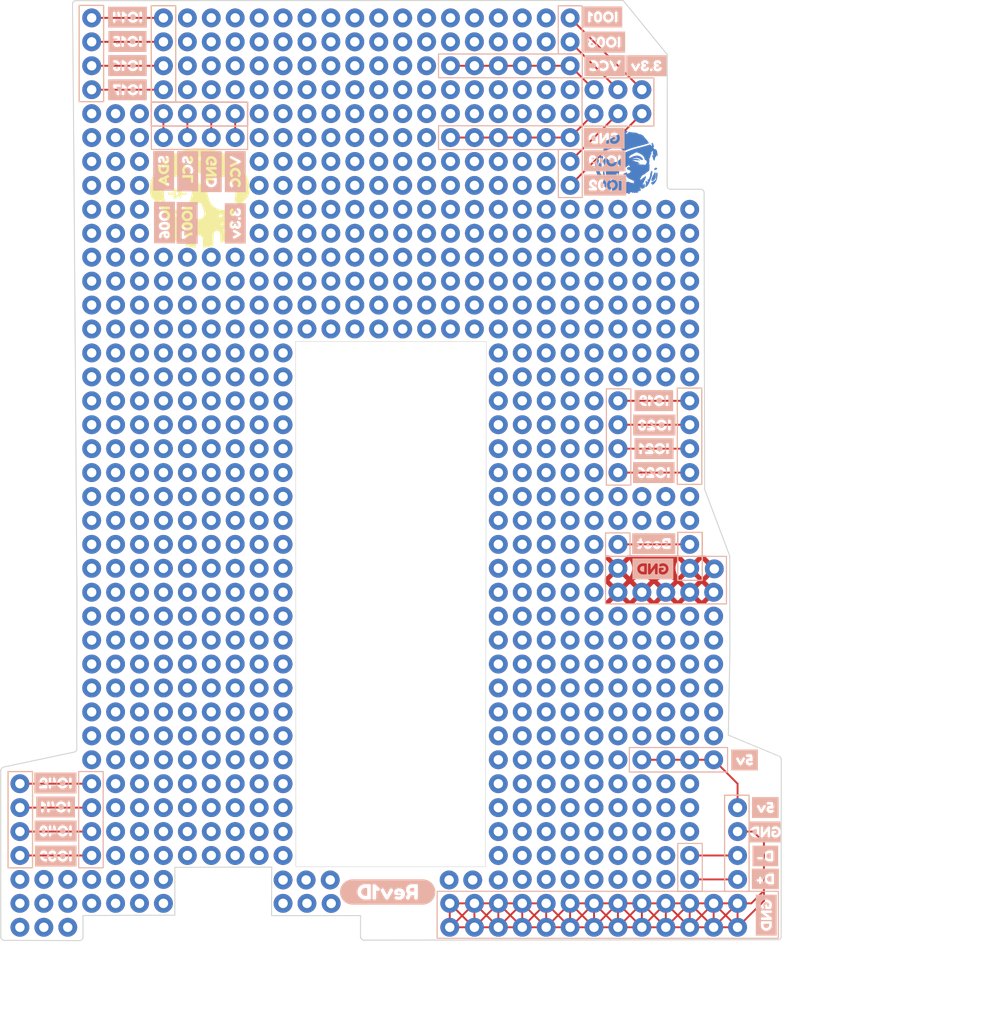
<source format=kicad_pcb>
(kicad_pcb (version 20211014) (generator pcbnew)
  (title_block (title "CactucCon Badge") (date "2022-11-08") (rev "0b") (company "BadgePirates"))
  (layers (0 "F.Cu" signal) (31 "B.Cu" signal) (34 "B.Paste" user) (35 "F.Paste" user) (36 "B.SilkS" user "B.Silkscreen") (37 "F.SilkS" user "F.Silkscreen") (38 "B.Mask" user) (39 "F.Mask" user) (44 "Edge.Cuts" user))
  (net 0 "")
  (net 1 "GND")
  (footprint "TestPoint:TestPoint_Bridge_Pitch2.54mm_Drill1.0mm" (layer "F.Cu") (at 163.09 90.82)
    (fp_text reference "REF**826" hide)
    (fp_text value "TestPoint_Bridge_Pitch2.54mm_Drill1.0mm" hide)
  )
  (footprint "TestPoint:TestPoint_Bridge_Pitch2.54mm_Drill1.0mm" (layer "F.Cu") (at 163.09 60.34)
    (fp_text reference "REF**406" hide)
    (fp_text value "TestPoint_Bridge_Pitch2.54mm_Drill1.0mm" hide)
  )
  (footprint "TestPoint:TestPoint_Bridge_Pitch2.54mm_Drill1.0mm" (layer "F.Cu") (at 152.93 55.26)
    (fp_text reference "REF**332" hide)
    (fp_text value "TestPoint_Bridge_Pitch2.54mm_Drill1.0mm" hide)
  )
  (footprint "TestPoint:TestPoint_Bridge_Pitch2.54mm_Drill1.0mm" (layer "F.Cu") (at 173.25 121.3)
    (fp_text reference "REF**1250" hide)
    (fp_text value "TestPoint_Bridge_Pitch2.54mm_Drill1.0mm" hide)
  )
  (footprint "TestPoint:TestPoint_Bridge_Pitch2.54mm_Drill1.0mm" (layer "F.Cu") (at 132.61 108.6)
    (fp_text reference "REF**1059" hide)
    (fp_text value "TestPoint_Bridge_Pitch2.54mm_Drill1.0mm" hide)
  )
  (footprint "TestPoint:TestPoint_Bridge_Pitch2.54mm_Drill1.0mm" (layer "F.Cu") (at 135.15 78.12)
    (fp_text reference "REF**640" hide)
    (fp_text value "TestPoint_Bridge_Pitch2.54mm_Drill1.0mm" hide)
  )
  (footprint "TestPoint:TestPoint_Bridge_Pitch2.54mm_Drill1.0mm" (layer "F.Cu") (at 155.39 128.92)
    (fp_text reference "REF**1349" hide)
    (fp_text value "TestPoint_Bridge_Pitch2.54mm_Drill1.0mm" hide)
  )
  (footprint "TestPoint:TestPoint_Bridge_Pitch2.54mm_Drill1.0mm" (layer "F.Cu") (at 173.25 116.22)
    (fp_text reference "REF**1180" hide)
    (fp_text value "TestPoint_Bridge_Pitch2.54mm_Drill1.0mm" hide)
  )
  (footprint "TestPoint:TestPoint_Bridge_Pitch2.54mm_Drill1.0mm" (layer "F.Cu") (at 130.07 111.14)
    (fp_text reference "REF**1093" hide)
    (fp_text value "TestPoint_Bridge_Pitch2.54mm_Drill1.0mm" hide)
  )
  (footprint "TestPoint:TestPoint_Bridge_Pitch2.54mm_Drill1.0mm" (layer "F.Cu") (at 109.75 116.22)
    (fp_text reference "REF**1155" hide)
    (fp_text value "TestPoint_Bridge_Pitch2.54mm_Drill1.0mm" hide)
  )
  (footprint "TestPoint:TestPoint_Bridge_Pitch2.54mm_Drill1.0mm" (layer "F.Cu") (at 112.29 123.84)
    (fp_text reference "REF**1261" hide)
    (fp_text value "TestPoint_Bridge_Pitch2.54mm_Drill1.0mm" hide)
  )
  (footprint "TestPoint:TestPoint_Bridge_Pitch2.54mm_Drill1.0mm" (layer "F.Cu") (at 168.17 113.68)
    (fp_text reference "REF**1143" hide)
    (fp_text value "TestPoint_Bridge_Pitch2.54mm_Drill1.0mm" hide)
  )
  (footprint "TestPoint:TestPoint_Bridge_Pitch2.54mm_Drill1.0mm" (layer "F.Cu") (at 178.33 55.26)
    (fp_text reference "REF**342" hide)
    (fp_text value "TestPoint_Bridge_Pitch2.54mm_Drill1.0mm" hide)
  )
  (footprint "TestPoint:TestPoint_Bridge_Pitch2.54mm_Drill1.0mm" (layer "F.Cu") (at 173.25 98.44)
    (fp_text reference "REF**935" hide)
    (fp_text value "TestPoint_Bridge_Pitch2.54mm_Drill1.0mm" hide)
  )
  (footprint "TestPoint:TestPoint_Bridge_Pitch2.54mm_Drill1.0mm" (layer "F.Cu") (at 119.91 73.04)
    (fp_text reference "REF**564" hide)
    (fp_text value "TestPoint_Bridge_Pitch2.54mm_Drill1.0mm" hide)
  )
  (footprint "TestPoint:TestPoint_Bridge_Pitch2.54mm_Drill1.0mm" (layer "F.Cu") (at 119.91 65.42)
    (fp_text reference "REF**459" hide)
    (fp_text value "TestPoint_Bridge_Pitch2.54mm_Drill1.0mm" hide)
  )
  (footprint "TestPoint:TestPoint_Bridge_Pitch2.54mm_Drill1.0mm" (layer "F.Cu") (at 175.79 95.9)
    (fp_text reference "REF**901" hide)
    (fp_text value "TestPoint_Bridge_Pitch2.54mm_Drill1.0mm" hide)
  )
  (footprint "TestPoint:TestPoint_Bridge_Pitch2.54mm_Drill1.0mm" (layer "F.Cu") (at 168.17 75.58)
    (fp_text reference "REF**618" hide)
    (fp_text value "TestPoint_Bridge_Pitch2.54mm_Drill1.0mm" hide)
  )
  (footprint "TestPoint:TestPoint_Bridge_Pitch2.54mm_Drill1.0mm" (layer "F.Cu") (at 119.91 67.96)
    (fp_text reference "REF**494" hide)
    (fp_text value "TestPoint_Bridge_Pitch2.54mm_Drill1.0mm" hide)
  )
  (footprint "TestPoint:TestPoint_Bridge_Pitch2.54mm_Drill1.0mm" (layer "F.Cu") (at 168.17 88.28)
    (fp_text reference "REF**793" hide)
    (fp_text value "TestPoint_Bridge_Pitch2.54mm_Drill1.0mm" hide)
  )
  (footprint "TestPoint:TestPoint_Bridge_Pitch2.54mm_Drill1.0mm" (layer "F.Cu") (at 147.85 37.48)
    (fp_text reference "REF**85" hide)
    (fp_text value "TestPoint_Bridge_Pitch2.54mm_Drill1.0mm" hide)
  )
  (footprint "TestPoint:TestPoint_Bridge_Pitch2.54mm_Drill1.0mm" (layer "F.Cu") (at 142.77 47.64)
    (fp_text reference "REF**223" hide)
    (fp_text value "TestPoint_Bridge_Pitch2.54mm_Drill1.0mm" hide)
  )
  (footprint "TestPoint:TestPoint_Bridge_Pitch2.54mm_Drill1.0mm" (layer "F.Cu") (at 119.91 60.34)
    (fp_text reference "REF**389" hide)
    (fp_text value "TestPoint_Bridge_Pitch2.54mm_Drill1.0mm" hide)
  )
  (footprint "TestPoint:TestPoint_Bridge_Pitch2.54mm_Drill1.0mm" (layer "F.Cu") (at 124.99 65.42)
    (fp_text reference "REF**461" hide)
    (fp_text value "TestPoint_Bridge_Pitch2.54mm_Drill1.0mm" hide)
  )
  (footprint "TestPoint:TestPoint_Bridge_Pitch2.54mm_Drill1.0mm" (layer "F.Cu") (at 183.41 103.52)
    (fp_text reference "REF**1009" hide)
    (fp_text value "TestPoint_Bridge_Pitch2.54mm_Drill1.0mm" hide)
  )
  (footprint "TestPoint:TestPoint_Bridge_Pitch2.54mm_Drill1.0mm" (layer "F.Cu") (at 160.55 42.56)
    (fp_text reference "REF**160" hide)
    (fp_text value "TestPoint_Bridge_Pitch2.54mm_Drill1.0mm" hide)
  )
  (footprint "TestPoint:TestPoint_Bridge_Pitch2.54mm_Drill1.0mm" (layer "F.Cu") (at 145.31 62.88)
    (fp_text reference "REF**434" hide)
    (fp_text value "TestPoint_Bridge_Pitch2.54mm_Drill1.0mm" hide)
  )
  (footprint "TestPoint:TestPoint_Bridge_Pitch2.54mm_Drill1.0mm" (layer "F.Cu") (at 170.71 100.98)
    (fp_text reference "REF**969" hide)
    (fp_text value "TestPoint_Bridge_Pitch2.54mm_Drill1.0mm" hide)
  )
  (footprint "TestPoint:TestPoint_Bridge_Pitch2.54mm_Drill1.0mm" (layer "F.Cu") (at 122.45 78.12)
    (fp_text reference "REF**635" hide)
    (fp_text value "TestPoint_Bridge_Pitch2.54mm_Drill1.0mm" hide)
  )
  (footprint "TestPoint:TestPoint_Bridge_Pitch2.54mm_Drill1.0mm" (layer "F.Cu") (at 147.85 65.42)
    (fp_text reference "REF**470" hide)
    (fp_text value "TestPoint_Bridge_Pitch2.54mm_Drill1.0mm" hide)
  )
  (footprint "TestPoint:TestPoint_Bridge_Pitch2.54mm_Drill1.0mm" (layer "F.Cu") (at 168.17 80.66)
    (fp_text reference "REF**688" hide)
    (fp_text value "TestPoint_Bridge_Pitch2.54mm_Drill1.0mm" hide)
  )
  (footprint "TestPoint:TestPoint_Bridge_Pitch2.54mm_Drill1.0mm" (layer "F.Cu") (at 135.15 73.04)
    (fp_text reference "REF**570" hide)
    (fp_text value "TestPoint_Bridge_Pitch2.54mm_Drill1.0mm" hide)
  )
  (footprint "TestPoint:TestPoint_Bridge_Pitch2.54mm_Drill1.0mm" (layer "F.Cu") (at 122.45 50.18)
    (fp_text reference "REF**250" hide)
    (fp_text value "TestPoint_Bridge_Pitch2.54mm_Drill1.0mm" hide)
  )
  (footprint "TestPoint:TestPoint_Bridge_Pitch2.54mm_Drill1.0mm" (layer "F.Cu") (at 135.15 52.72)
    (fp_text reference "REF**290" hide)
    (fp_text value "TestPoint_Bridge_Pitch2.54mm_Drill1.0mm" hide)
  )
  (footprint "TestPoint:TestPoint_Bridge_Pitch2.54mm_Drill1.0mm" (layer "F.Cu") (at 130.07 118.76)
    (fp_text reference "REF**1198" hide)
    (fp_text value "TestPoint_Bridge_Pitch2.54mm_Drill1.0mm" hide)
  )
  (footprint "TestPoint:TestPoint_Bridge_Pitch2.54mm_Drill1.0mm" (layer "F.Cu") (at 173.25 40.02)
    (fp_text reference "REF**130" hide)
    (fp_text value "TestPoint_Bridge_Pitch2.54mm_Drill1.0mm" hide)
  )
  (footprint "TestPoint:TestPoint_Bridge_Pitch2.54mm_Drill1.0mm" (layer "F.Cu") (at 117.37 37.48)
    (fp_text reference "REF**73" hide)
    (fp_text value "TestPoint_Bridge_Pitch2.54mm_Drill1.0mm" hide)
  )
  (footprint "TestPoint:TestPoint_Bridge_Pitch2.54mm_Drill1.0mm" (layer "F.Cu") (at 173.25 118.76)
    (fp_text reference "REF**1215" hide)
    (fp_text value "TestPoint_Bridge_Pitch2.54mm_Drill1.0mm" hide)
  )
  (footprint "TestPoint:TestPoint_Bridge_Pitch2.54mm_Drill1.0mm" (layer "F.Cu") (at 163.09 78.12)
    (fp_text reference "REF**651" hide)
    (fp_text value "TestPoint_Bridge_Pitch2.54mm_Drill1.0mm" hide)
  )
  (footprint "TestPoint:TestPoint_Bridge_Pitch2.54mm_Drill1.0mm" (layer "F.Cu") (at 127.53 83.2)
    (fp_text reference "REF**707" hide)
    (fp_text value "TestPoint_Bridge_Pitch2.54mm_Drill1.0mm" hide)
  )
  (footprint "TestPoint:TestPoint_Bridge_Pitch2.54mm_Drill1.0mm" (layer "F.Cu") (at 130.07 75.58)
    (fp_text reference "REF**603" hide)
    (fp_text value "TestPoint_Bridge_Pitch2.54mm_Drill1.0mm" hide)
  )
  (footprint "TestPoint:TestPoint_Bridge_Pitch2.54mm_Drill1.0mm" (layer "F.Cu") (at 135.15 100.98)
    (fp_text reference "REF**955" hide)
    (fp_text value "TestPoint_Bridge_Pitch2.54mm_Drill1.0mm" hide)
  )
  (footprint "TestPoint:TestPoint_Bridge_Pitch2.54mm_Drill1.0mm" (layer "F.Cu") (at 119.91 126.38)
    (fp_text reference "REF**1299" hide)
    (fp_text value "TestPoint_Bridge_Pitch2.54mm_Drill1.0mm" hide)
  )
  (footprint "TestPoint:TestPoint_Bridge_Pitch2.54mm_Drill1.0mm" (layer "F.Cu") (at 170.71 75.58)
    (fp_text reference "REF**619" hide)
    (fp_text value "TestPoint_Bridge_Pitch2.54mm_Drill1.0mm" hide)
  )
  (footprint "TestPoint:TestPoint_Bridge_Pitch2.54mm_Drill1.0mm" (layer "F.Cu") (at 137.69 113.68)
    (fp_text reference "REF**1131" hide)
    (fp_text value "TestPoint_Bridge_Pitch2.54mm_Drill1.0mm" hide)
  )
  (footprint "TestPoint:TestPoint_Bridge_Pitch2.54mm_Drill1.0mm" (layer "F.Cu") (at 132.61 67.96)
    (fp_text reference "REF**499" hide)
    (fp_text value "TestPoint_Bridge_Pitch2.54mm_Drill1.0mm" hide)
  )
  (footprint "TestPoint:TestPoint_Bridge_Pitch2.54mm_Drill1.0mm" (layer "F.Cu") (at 165.63 65.42)
    (fp_text reference "REF**477" hide)
    (fp_text value "TestPoint_Bridge_Pitch2.54mm_Drill1.0mm" hide)
  )
  (footprint "TestPoint:TestPoint_Bridge_Pitch2.54mm_Drill1.0mm" (layer "F.Cu") (at 124.99 106.06)
    (fp_text reference "REF**1021" hide)
    (fp_text value "TestPoint_Bridge_Pitch2.54mm_Drill1.0mm" hide)
  )
  (footprint "TestPoint:TestPoint_Bridge_Pitch2.54mm_Drill1.0mm" (layer "F.Cu") (at 135.15 108.6)
    (fp_text reference "REF**1060" hide)
    (fp_text value "TestPoint_Bridge_Pitch2.54mm_Drill1.0mm" hide)
  )
  (footprint "TestPoint:TestPoint_Bridge_Pitch2.54mm_Drill1.0mm" (layer "F.Cu") (at 137.69 70.5)
    (fp_text reference "REF**536" hide)
    (fp_text value "TestPoint_Bridge_Pitch2.54mm_Drill1.0mm" hide)
  )
  (footprint "TestPoint:TestPoint_Bridge_Pitch2.54mm_Drill1.0mm" (layer "F.Cu") (at 168.17 73.04)
    (fp_text reference "REF**583" hide)
    (fp_text value "TestPoint_Bridge_Pitch2.54mm_Drill1.0mm" hide)
  )
  (footprint "TestPoint:TestPoint_Bridge_Pitch2.54mm_Drill1.0mm" (layer "F.Cu") (at 155.47 65.42)
    (fp_text reference "REF**473" hide)
    (fp_text value "TestPoint_Bridge_Pitch2.54mm_Drill1.0mm" hide)
  )
  (footprint "TestPoint:TestPoint_Bridge_Pitch2.54mm_Drill1.0mm" (layer "F.Cu") (at 158.01 42.56)
    (fp_text reference "REF**159" hide)
    (fp_text value "TestPoint_Bridge_Pitch2.54mm_Drill1.0mm" hide)
  )
  (footprint "TestPoint:TestPoint_Bridge_Pitch2.54mm_Drill1.0mm" (layer "F.Cu") (at 127.53 80.66)
    (fp_text reference "REF**672" hide)
    (fp_text value "TestPoint_Bridge_Pitch2.54mm_Drill1.0mm" hide)
  )
  (footprint "TestPoint:TestPoint_Bridge_Pitch2.54mm_Drill1.0mm" (layer "F.Cu") (at 160.55 85.74)
    (fp_text reference "REF**755" hide)
    (fp_text value "TestPoint_Bridge_Pitch2.54mm_Drill1.0mm" hide)
  )
  (footprint "TestPoint:TestPoint_Bridge_Pitch2.54mm_Drill1.0mm" (layer "F.Cu") (at 130.07 62.88)
    (fp_text reference "REF**428" hide)
    (fp_text value "TestPoint_Bridge_Pitch2.54mm_Drill1.0mm" hide)
  )
  (footprint "TestPoint:TestPoint_Bridge_Pitch2.54mm_Drill1.0mm" (layer "F.Cu") (at 127.53 106.06)
    (fp_text reference "REF**1022" hide)
    (fp_text value "TestPoint_Bridge_Pitch2.54mm_Drill1.0mm" hide)
  )
  (footprint "TestPoint:TestPoint_Bridge_Pitch2.54mm_Drill1.0mm" (layer "F.Cu") (at 163.09 113.68)
    (fp_text reference "REF**1141" hide)
    (fp_text value "TestPoint_Bridge_Pitch2.54mm_Drill1.0mm" hide)
  )
  (footprint "TestPoint:TestPoint_Bridge_Pitch2.54mm_Drill1.0mm" (layer "F.Cu") (at 127.53 88.28)
    (fp_text reference "REF**777" hide)
    (fp_text value "TestPoint_Bridge_Pitch2.54mm_Drill1.0mm" hide)
  )
  (footprint "TestPoint:TestPoint_Bridge_Pitch2.54mm_Drill1.0mm" (layer "F.Cu") (at 135.15 40.02)
    (fp_text reference "REF**115" hide)
    (fp_text value "TestPoint_Bridge_Pitch2.54mm_Drill1.0mm" hide)
  )
  (footprint "TestPoint:TestPoint_Bridge_Pitch2.54mm_Drill1.0mm" (layer "F.Cu") (at 178.33 52.72)
    (fp_text reference "REF**307" hide)
    (fp_text value "TestPoint_Bridge_Pitch2.54mm_Drill1.0mm" hide)
  )
  (footprint "TestPoint:TestPoint_Bridge_Pitch2.54mm_Drill1.0mm" (layer "F.Cu") (at 137.69 60.34)
    (fp_text reference "REF**396" hide)
    (fp_text value "TestPoint_Bridge_Pitch2.54mm_Drill1.0mm" hide)
  )
  (footprint "TestPoint:TestPoint_Bridge_Pitch2.54mm_Drill1.0mm" (layer "F.Cu") (at 165.63 75.58)
    (fp_text reference "REF**617" hide)
    (fp_text value "TestPoint_Bridge_Pitch2.54mm_Drill1.0mm" hide)
  )
  (footprint "TestPoint:TestPoint_Bridge_Pitch2.54mm_Drill1.0mm" (layer "F.Cu") (at 140.23 42.56)
    (fp_text reference "REF**152" hide)
    (fp_text value "TestPoint_Bridge_Pitch2.54mm_Drill1.0mm" hide)
  )
  (footprint "TestPoint:TestPoint_Bridge_Pitch2.54mm_Drill1.0mm" (layer "F.Cu") (at 137.69 55.26)
    (fp_text reference "REF**326" hide)
    (fp_text value "TestPoint_Bridge_Pitch2.54mm_Drill1.0mm" hide)
  )
  (footprint "TestPoint:TestPoint_Bridge_Pitch2.54mm_Drill1.0mm" (layer "F.Cu") (at 117.37 60.34)
    (fp_text reference "REF**388" hide)
    (fp_text value "TestPoint_Bridge_Pitch2.54mm_Drill1.0mm" hide)
  )
  (footprint "TestPoint:TestPoint_Bridge_Pitch2.54mm_Drill1.0mm" (layer "F.Cu") (at 147.85 42.56)
    (fp_text reference "REF**155" hide)
    (fp_text value "TestPoint_Bridge_Pitch2.54mm_Drill1.0mm" hide)
  )
  (footprint "TestPoint:TestPoint_Bridge_Pitch2.54mm_Drill1.0mm" (layer "F.Cu") (at 180.87 78.12)
    (fp_text reference "REF**658" hide)
    (fp_text value "TestPoint_Bridge_Pitch2.54mm_Drill1.0mm" hide)
  )
  (footprint "TestPoint:TestPoint_Bridge_Pitch2.54mm_Drill1.0mm" (layer "F.Cu") (at 119.91 88.28)
    (fp_text reference "REF**774" hide)
    (fp_text value "TestPoint_Bridge_Pitch2.54mm_Drill1.0mm" hide)
  )
  (footprint "TestPoint:TestPoint_Bridge_Pitch2.54mm_Drill1.0mm" (layer "F.Cu") (at 175.79 67.96)
    (fp_text reference "REF**516" hide)
    (fp_text value "TestPoint_Bridge_Pitch2.54mm_Drill1.0mm" hide)
  )
  (footprint "TestPoint:TestPoint_Bridge_Pitch2.54mm_Drill1.0mm" (layer "F.Cu") (at 124.99 57.8)
    (fp_text reference "REF**356" hide)
    (fp_text value "TestPoint_Bridge_Pitch2.54mm_Drill1.0mm" hide)
  )
  (footprint "TestPoint:TestPoint_Bridge_Pitch2.54mm_Drill1.0mm" (layer "F.Cu") (at 165.63 73.04)
    (fp_text reference "REF**582" hide)
    (fp_text value "TestPoint_Bridge_Pitch2.54mm_Drill1.0mm" hide)
  )
  (footprint "TestPoint:TestPoint_Bridge_Pitch2.54mm_Drill1.0mm" (layer "F.Cu") (at 168.17 93.36)
    (fp_text reference "REF**863" hide)
    (fp_text value "TestPoint_Bridge_Pitch2.54mm_Drill1.0mm" hide)
  )
  (footprint "TestPoint:TestPoint_Bridge_Pitch2.54mm_Drill1.0mm" (layer "F.Cu") (at 158.01 47.64)
    (fp_text reference "REF**229" hide)
    (fp_text value "TestPoint_Bridge_Pitch2.54mm_Drill1.0mm" hide)
  )
  (footprint "TestPoint:TestPoint_Bridge_Pitch2.54mm_Drill1.0mm" (layer "F.Cu") (at 152.93 37.48)
    (fp_text reference "REF**87" hide)
    (fp_text value "TestPoint_Bridge_Pitch2.54mm_Drill1.0mm" hide)
  )
  (footprint "TestPoint:TestPoint_Bridge_Pitch2.54mm_Drill1.0mm" (layer "F.Cu") (at 122.45 70.5)
    (fp_text reference "REF**530" hide)
    (fp_text value "TestPoint_Bridge_Pitch2.54mm_Drill1.0mm" hide)
  )
  (footprint "TestPoint:TestPoint_Bridge_Pitch2.54mm_Drill1.0mm" (layer "F.Cu") (at 147.85 45.1)
    (fp_text reference "REF**190" hide)
    (fp_text value "TestPoint_Bridge_Pitch2.54mm_Drill1.0mm" hide)
  )
  (footprint "TestPoint:TestPoint_Bridge_Pitch2.54mm_Drill1.0mm" (layer "F.Cu") (at 155.47 34.94)
    (fp_text reference "REF**53" hide)
    (fp_text value "TestPoint_Bridge_Pitch2.54mm_Drill1.0mm" hide)
  )
  (footprint "TestPoint:TestPoint_Bridge_Pitch2.54mm_Drill1.0mm" (layer "F.Cu") (at 175.79 126.38)
    (fp_text reference "REF**1321" hide)
    (fp_text value "TestPoint_Bridge_Pitch2.54mm_Drill1.0mm" hide)
  )
  (footprint "TestPoint:TestPoint_Bridge_Pitch2.54mm_Drill1.0mm" (layer "F.Cu") (at 150.39 50.18)
    (fp_text reference "REF**261" hide)
    (fp_text value "TestPoint_Bridge_Pitch2.54mm_Drill1.0mm" hide)
  )
  (footprint "TestPoint:TestPoint_Bridge_Pitch2.54mm_Drill1.0mm" (layer "F.Cu") (at 160.55 106.06)
    (fp_text reference "REF**1035" hide)
    (fp_text value "TestPoint_Bridge_Pitch2.54mm_Drill1.0mm" hide)
  )
  (footprint "TestPoint:TestPoint_Bridge_Pitch2.54mm_Drill1.0mm" (layer "F.Cu") (at 132.61 103.52)
    (fp_text reference "REF**989" hide)
    (fp_text value "TestPoint_Bridge_Pitch2.54mm_Drill1.0mm" hide)
  )
  (footprint "TestPoint:TestPoint_Bridge_Pitch2.54mm_Drill1.0mm" (layer "F.Cu") (at 119.91 116.22)
    (fp_text reference "REF**1159" hide)
    (fp_text value "TestPoint_Bridge_Pitch2.54mm_Drill1.0mm" hide)
  )
  (footprint "TestPoint:TestPoint_Bridge_Pitch2.54mm_Drill1.0mm" (layer "F.Cu") (at 170.71 123.84)
    (fp_text reference "REF**1284" hide)
    (fp_text value "TestPoint_Bridge_Pitch2.54mm_Drill1.0mm" hide)
  )
  (footprint "TestPoint:TestPoint_Bridge_Pitch2.54mm_Drill1.0mm" (layer "F.Cu") (at 168.17 67.96)
    (fp_text reference "REF**513" hide)
    (fp_text value "TestPoint_Bridge_Pitch2.54mm_Drill1.0mm" hide)
  )
  (footprint "TestPoint:TestPoint_Bridge_Pitch2.54mm_Drill1.0mm" (layer "F.Cu") (at 180.87 67.96)
    (fp_text reference "REF**518" hide)
    (fp_text value "TestPoint_Bridge_Pitch2.54mm_Drill1.0mm" hide)
  )
  (footprint "TestPoint:TestPoint_Bridge_Pitch2.54mm_Drill1.0mm" (layer "F.Cu") (at 117.37 62.88)
    (fp_text reference "REF**423" hide)
    (fp_text value "TestPoint_Bridge_Pitch2.54mm_Drill1.0mm" hide)
  )
  (footprint "TestPoint:TestPoint_Bridge_Pitch2.54mm_Drill1.0mm" (layer "F.Cu") (at 132.61 32.4)
    (fp_text reference "REF**9" hide)
    (fp_text value "TestPoint_Bridge_Pitch2.54mm_Drill1.0mm" hide)
  )
  (footprint "TestPoint:TestPoint_Bridge_Pitch2.54mm_Drill1.0mm" (layer "F.Cu") (at 165.63 83.2)
    (fp_text reference "REF**722" hide)
    (fp_text value "TestPoint_Bridge_Pitch2.54mm_Drill1.0mm" hide)
  )
  (footprint "TestPoint:TestPoint_Bridge_Pitch2.54mm_Drill1.0mm" (layer "F.Cu") (at 135.15 45.1)
    (fp_text reference "REF**185" hide)
    (fp_text value "TestPoint_Bridge_Pitch2.54mm_Drill1.0mm" hide)
  )
  (footprint "TestPoint:TestPoint_Bridge_Pitch2.54mm_Drill1.0mm" (layer "F.Cu") (at 160.55 47.64)
    (fp_text reference "REF**230" hide)
    (fp_text value "TestPoint_Bridge_Pitch2.54mm_Drill1.0mm" hide)
  )
  (footprint "TestPoint:TestPoint_Bridge_Pitch2.54mm_Drill1.0mm" (layer "F.Cu") (at 163.09 111.14)
    (fp_text reference "REF**1106" hide)
    (fp_text value "TestPoint_Bridge_Pitch2.54mm_Drill1.0mm" hide)
  )
  (footprint "TestPoint:TestPoint_Bridge_Pitch2.54mm_Drill1.0mm" (layer "F.Cu") (at 119.91 111.14)
    (fp_text reference "REF**1089" hide)
    (fp_text value "TestPoint_Bridge_Pitch2.54mm_Drill1.0mm" hide)
  )
  (footprint "TestPoint:TestPoint_Bridge_Pitch2.54mm_Drill1.0mm" (layer "F.Cu") (at 135.15 80.66)
    (fp_text reference "REF**675" hide)
    (fp_text value "TestPoint_Bridge_Pitch2.54mm_Drill1.0mm" hide)
  )
  (footprint "TestPoint:TestPoint_Bridge_Pitch2.54mm_Drill1.0mm" (layer "F.Cu") (at 135.15 98.44)
    (fp_text reference "REF**920" hide)
    (fp_text value "TestPoint_Bridge_Pitch2.54mm_Drill1.0mm" hide)
  )
  (footprint "TestPoint:TestPoint_Bridge_Pitch2.54mm_Drill1.0mm" (layer "F.Cu") (at 109.75 121.3)
    (fp_text reference "REF**1225" hide)
    (fp_text value "TestPoint_Bridge_Pitch2.54mm_Drill1.0mm" hide)
  )
  (footprint "TestPoint:TestPoint_Bridge_Pitch2.54mm_Drill1.0mm" (layer "F.Cu") (at 135.15 111.14)
    (fp_text reference "REF**1095" hide)
    (fp_text value "TestPoint_Bridge_Pitch2.54mm_Drill1.0mm" hide)
  )
  (footprint "TestPoint:TestPoint_Bridge_Pitch2.54mm_Drill1.0mm" (layer "F.Cu") (at 124.99 60.34)
    (fp_text reference "REF**391" hide)
    (fp_text value "TestPoint_Bridge_Pitch2.54mm_Drill1.0mm" hide)
  )
  (footprint "TestPoint:TestPoint_Bridge_Pitch2.54mm_Drill1.0mm" (layer "F.Cu") (at 130.07 37.48)
    (fp_text reference "REF**78" hide)
    (fp_text value "TestPoint_Bridge_Pitch2.54mm_Drill1.0mm" hide)
  )
  (footprint "TestPoint:TestPoint_Bridge_Pitch2.54mm_Drill1.0mm" (layer "F.Cu") (at 160.55 88.28)
    (fp_text reference "REF**790" hide)
    (fp_text value "TestPoint_Bridge_Pitch2.54mm_Drill1.0mm" hide)
  )
  (footprint "TestPoint:TestPoint_Bridge_Pitch2.54mm_Drill1.0mm" (layer "F.Cu") (at 109.75 126.38)
    (fp_text reference "REF**1295" hide)
    (fp_text value "TestPoint_Bridge_Pitch2.54mm_Drill1.0mm" hide)
  )
  (footprint "TestPoint:TestPoint_Bridge_Pitch2.54mm_Drill1.0mm" (layer "F.Cu") (at 119.91 78.12)
    (fp_text reference "REF**634" hide)
    (fp_text value "TestPoint_Bridge_Pitch2.54mm_Drill1.0mm" hide)
  )
  (footprint "TestPoint:TestPoint_Bridge_Pitch2.54mm_Drill1.0mm" (layer "F.Cu") (at 168.17 57.8)
    (fp_text reference "REF**373" hide)
    (fp_text value "TestPoint_Bridge_Pitch2.54mm_Drill1.0mm" hide)
  )
  (footprint "TestPoint:TestPoint_Bridge_Pitch2.54mm_Drill1.0mm" (layer "F.Cu") (at 158.01 40.02)
    (fp_text reference "REF**124" hide)
    (fp_text value "TestPoint_Bridge_Pitch2.54mm_Drill1.0mm" hide)
  )
  (footprint "TestPoint:TestPoint_Bridge_Pitch2.54mm_Drill1.0mm" (layer "F.Cu") (at 117.37 75.58)
    (fp_text reference "REF**598" hide)
    (fp_text value "TestPoint_Bridge_Pitch2.54mm_Drill1.0mm" hide)
  )
  (footprint "TestPoint:TestPoint_Bridge_Pitch2.54mm_Drill1.0mm" (layer "F.Cu") (at 135.15 95.9)
    (fp_text reference "REF**885" hide)
    (fp_text value "TestPoint_Bridge_Pitch2.54mm_Drill1.0mm" hide)
  )
  (footprint "TestPoint:TestPoint_Bridge_Pitch2.54mm_Drill1.0mm" (layer "F.Cu") (at 119.91 113.68)
    (fp_text reference "REF**1124" hide)
    (fp_text value "TestPoint_Bridge_Pitch2.54mm_Drill1.0mm" hide)
  )
  (footprint "TestPoint:TestPoint_Bridge_Pitch2.54mm_Drill1.0mm" (layer "F.Cu") (at 117.37 65.42)
    (fp_text reference "REF**458" hide)
    (fp_text value "TestPoint_Bridge_Pitch2.54mm_Drill1.0mm" hide)
  )
  (footprint "TestPoint:TestPoint_Bridge_Pitch2.54mm_Drill1.0mm" (layer "F.Cu") (at 117.37 121.3)
    (fp_text reference "REF**1228" hide)
    (fp_text value "TestPoint_Bridge_Pitch2.54mm_Drill1.0mm" hide)
  )
  (footprint "TestPoint:TestPoint_Bridge_Pitch2.54mm_Drill1.0mm" (layer "F.Cu") (at 158.01 128.92)
    (fp_text reference "REF**1349" hide)
    (fp_text value "TestPoint_Bridge_Pitch2.54mm_Drill1.0mm" hide)
  )
  (footprint "TestPoint:TestPoint_Bridge_Pitch2.54mm_Drill1.0mm" (layer "F.Cu") (at 124.99 70.5)
    (fp_text reference "REF**531" hide)
    (fp_text value "TestPoint_Bridge_Pitch2.54mm_Drill1.0mm" hide)
  )
  (footprint "TestPoint:TestPoint_Bridge_Pitch2.54mm_Drill1.0mm" (layer "F.Cu") (at 165.63 106.06)
    (fp_text reference "REF**1037" hide)
    (fp_text value "TestPoint_Bridge_Pitch2.54mm_Drill1.0mm" hide)
  )
  (footprint "TestPoint:TestPoint_Bridge_Pitch2.54mm_Drill1.0mm" (layer "F.Cu") (at 140.23 60.34)
    (fp_text reference "REF**397" hide)
    (fp_text value "TestPoint_Bridge_Pitch2.54mm_Drill1.0mm" hide)
  )
  (footprint "TestPoint:TestPoint_Bridge_Pitch2.54mm_Drill1.0mm" (layer "F.Cu") (at 168.17 111.14)
    (fp_text reference "REF**1108" hide)
    (fp_text value "TestPoint_Bridge_Pitch2.54mm_Drill1.0mm" hide)
  )
  (footprint "TestPoint:TestPoint_Bridge_Pitch2.54mm_Drill1.0mm" (layer "F.Cu") (at 122.45 47.64)
    (fp_text reference "REF**215" hide)
    (fp_text value "TestPoint_Bridge_Pitch2.54mm_Drill1.0mm" hide)
  )
  (footprint "TestPoint:TestPoint_Bridge_Pitch2.54mm_Drill1.0mm" (layer "F.Cu") (at 140.23 62.88)
    (fp_text reference "REF**432" hide)
    (fp_text value "TestPoint_Bridge_Pitch2.54mm_Drill1.0mm" hide)
  )
  (footprint "TestPoint:TestPoint_Bridge_Pitch2.54mm_Drill1.0mm" (layer "F.Cu") (at 137.69 73.04)
    (fp_text reference "REF**571" hide)
    (fp_text value "TestPoint_Bridge_Pitch2.54mm_Drill1.0mm" hide)
  )
  (footprint "TestPoint:TestPoint_Bridge_Pitch2.54mm_Drill1.0mm" (layer "F.Cu") (at 119.91 62.88)
    (fp_text reference "REF**424" hide)
    (fp_text value "TestPoint_Bridge_Pitch2.54mm_Drill1.0mm" hide)
  )
  (footprint "TestPoint:TestPoint_Bridge_Pitch2.54mm_Drill1.0mm" (layer "F.Cu") (at 130.07 90.82)
    (fp_text reference "REF**813" hide)
    (fp_text value "TestPoint_Bridge_Pitch2.54mm_Drill1.0mm" hide)
  )
  (footprint "TestPoint:TestPoint_Bridge_Pitch2.54mm_Drill1.0mm" (layer "F.Cu") (at 155.47 40.02)
    (fp_text reference "REF**123" hide)
    (fp_text value "TestPoint_Bridge_Pitch2.54mm_Drill1.0mm" hide)
  )
  (footprint "TestPoint:TestPoint_Bridge_Pitch2.54mm_Drill1.0mm" (layer "F.Cu") (at 165.63 118.76)
    (fp_text reference "REF**1212" hide)
    (fp_text value "TestPoint_Bridge_Pitch2.54mm_Drill1.0mm" hide)
  )
  (footprint "TestPoint:TestPoint_Bridge_Pitch2.54mm_Drill1.0mm" (layer "F.Cu") (at 168.17 70.5)
    (fp_text reference "REF**548" hide)
    (fp_text value "TestPoint_Bridge_Pitch2.54mm_Drill1.0mm" hide)
  )
  (footprint "TestPoint:TestPoint_Bridge_Pitch2.54mm_Drill1.0mm" (layer "F.Cu") (at 132.61 78.12)
    (fp_text reference "REF**639" hide)
    (fp_text value "TestPoint_Bridge_Pitch2.54mm_Drill1.0mm" hide)
  )
  (footprint "TestPoint:TestPoint_Bridge_Pitch2.54mm_Drill1.0mm" (layer "F.Cu") (at 130.07 73.04)
    (fp_text reference "REF**568" hide)
    (fp_text value "TestPoint_Bridge_Pitch2.54mm_Drill1.0mm" hide)
  )
  (footprint "TestPoint:TestPoint_Bridge_Pitch2.54mm_Drill1.0mm" (layer "F.Cu") (at 124.99 98.44)
    (fp_text reference "REF**916" hide)
    (fp_text value "TestPoint_Bridge_Pitch2.54mm_Drill1.0mm" hide)
  )
  (footprint "TestPoint:TestPoint_Bridge_Pitch2.54mm_Drill1.0mm" (layer "F.Cu") (at 160.55 121.3)
    (fp_text reference "REF**1245" hide)
    (fp_text value "TestPoint_Bridge_Pitch2.54mm_Drill1.0mm" hide)
  )
  (footprint "TestPoint:TestPoint_Bridge_Pitch2.54mm_Drill1.0mm" (layer "F.Cu") (at 178.33 121.3)
    (fp_text reference "REF**1252" hide)
    (fp_text value "TestPoint_Bridge_Pitch2.54mm_Drill1.0mm" hide)
  )
  (footprint "TestPoint:TestPoint_Bridge_Pitch2.54mm_Drill1.0mm" (layer "F.Cu") (at 165.63 98.44)
    (fp_text reference "REF**932" hide)
    (fp_text value "TestPoint_Bridge_Pitch2.54mm_Drill1.0mm" hide)
  )
  (footprint "TestPoint:TestPoint_Bridge_Pitch2.54mm_Drill1.0mm" (layer "F.Cu") (at 117.37 52.72)
    (fp_text reference "REF**283" hide)
    (fp_text value "TestPoint_Bridge_Pitch2.54mm_Drill1.0mm" hide)
  )
  (footprint "TestPoint:TestPoint_Bridge_Pitch2.54mm_Drill1.0mm" (layer "F.Cu") (at 163.09 40.02)
    (fp_text reference "REF**126" hide)
    (fp_text value "TestPoint_Bridge_Pitch2.54mm_Drill1.0mm" hide)
  )
  (footprint "TestPoint:TestPoint_Bridge_Pitch2.54mm_Drill1.0mm" (layer "F.Cu") (at 127.53 90.82)
    (fp_text reference "REF**812" hide)
    (fp_text value "TestPoint_Bridge_Pitch2.54mm_Drill1.0mm" hide)
  )
  (footprint "TestPoint:TestPoint_Bridge_Pitch2.54mm_Drill1.0mm" (layer "F.Cu") (at 117.37 67.96)
    (fp_text reference "REF**493" hide)
    (fp_text value "TestPoint_Bridge_Pitch2.54mm_Drill1.0mm" hide)
  )
  (footprint "TestPoint:TestPoint_Bridge_Pitch2.54mm_Drill1.0mm" (layer "F.Cu") (at 155.47 42.56)
    (fp_text reference "REF**158" hide)
    (fp_text value "TestPoint_Bridge_Pitch2.54mm_Drill1.0mm" hide)
  )
  (footprint "TestPoint:TestPoint_Bridge_Pitch2.54mm_Drill1.0mm" (layer "F.Cu") (at 122.45 45.1)
    (fp_text reference "REF**180" hide)
    (fp_text value "TestPoint_Bridge_Pitch2.54mm_Drill1.0mm" hide)
  )
  (footprint "TestPoint:TestPoint_Bridge_Pitch2.54mm_Drill1.0mm" (layer "F.Cu") (at 137.69 50.18)
    (fp_text reference "REF**256" hide)
    (fp_text value "TestPoint_Bridge_Pitch2.54mm_Drill1.0mm" hide)
  )
  (footprint "TestPoint:TestPoint_Bridge_Pitch2.54mm_Drill1.0mm" (layer "F.Cu") (at 165.63 52.72)
    (fp_text reference "REF**302" hide)
    (fp_text value "TestPoint_Bridge_Pitch2.54mm_Drill1.0mm" hide)
  )
  (footprint "TestPoint:TestPoint_Bridge_Pitch2.54mm_Drill1.0mm" (layer "F.Cu") (at 168.17 52.72)
    (fp_text reference "REF**303" hide)
    (fp_text value "TestPoint_Bridge_Pitch2.54mm_Drill1.0mm" hide)
  )
  (footprint "TestPoint:TestPoint_Bridge_Pitch2.54mm_Drill1.0mm" (layer "F.Cu") (at 142.77 50.18)
    (fp_text reference "REF**258" hide)
    (fp_text value "TestPoint_Bridge_Pitch2.54mm_Drill1.0mm" hide)
  )
  (footprint "TestPoint:TestPoint_Bridge_Pitch2.54mm_Drill1.0mm" (layer "F.Cu") (at 119.91 52.72)
    (fp_text reference "REF**284" hide)
    (fp_text value "TestPoint_Bridge_Pitch2.54mm_Drill1.0mm" hide)
  )
  (footprint "TestPoint:TestPoint_Bridge_Pitch2.54mm_Drill1.0mm" (layer "F.Cu") (at 119.91 98.44)
    (fp_text reference "REF**914" hide)
    (fp_text value "TestPoint_Bridge_Pitch2.54mm_Drill1.0mm" hide)
  )
  (footprint "TestPoint:TestPoint_Bridge_Pitch2.54mm_Drill1.0mm" (layer "F.Cu") (at 132.61 42.56)
    (fp_text reference "REF**149" hide)
    (fp_text value "TestPoint_Bridge_Pitch2.54mm_Drill1.0mm" hide)
  )
  (footprint "TestPoint:TestPoint_Bridge_Pitch2.54mm_Drill1.0mm" (layer "F.Cu") (at 175.79 108.6)
    (fp_text reference "REF**1076" hide)
    (fp_text value "TestPoint_Bridge_Pitch2.54mm_Drill1.0mm" hide)
  )
  (footprint "TestPoint:TestPoint_Bridge_Pitch2.54mm_Drill1.0mm" (layer "F.Cu") (at 122.45 42.56)
    (fp_text reference "REF**145" hide)
    (fp_text value "TestPoint_Bridge_Pitch2.54mm_Drill1.0mm" hide)
  )
  (footprint "TestPoint:TestPoint_Bridge_Pitch2.54mm_Drill1.0mm" (layer "F.Cu") (at 119.91 45.1)
    (fp_text reference "REF**179" hide)
    (fp_text value "TestPoint_Bridge_Pitch2.54mm_Drill1.0mm" hide)
  )
  (footprint "TestPoint:TestPoint_Bridge_Pitch2.54mm_Drill1.0mm" (layer "F.Cu") (at 163.09 83.2)
    (fp_text reference "REF**721" hide)
    (fp_text value "TestPoint_Bridge_Pitch2.54mm_Drill1.0mm" hide)
  )
  (footprint "TestPoint:TestPoint_Bridge_Pitch2.54mm_Drill1.0mm" (layer "F.Cu") (at 180.87 85.74)
    (fp_text reference "REF**763" hide)
    (fp_text value "TestPoint_Bridge_Pitch2.54mm_Drill1.0mm" hide)
  )
  (footprint "TestPoint:TestPoint_Bridge_Pitch2.54mm_Drill1.0mm" (layer "F.Cu") (at 145.31 40.02)
    (fp_text reference "REF**119" hide)
    (fp_text value "TestPoint_Bridge_Pitch2.54mm_Drill1.0mm" hide)
  )
  (footprint "TestPoint:TestPoint_Bridge_Pitch2.54mm_Drill1.0mm" (layer "F.Cu") (at 152.93 47.64)
    (fp_text reference "REF**227" hide)
    (fp_text value "TestPoint_Bridge_Pitch2.54mm_Drill1.0mm" hide)
  )
  (footprint "TestPoint:TestPoint_Bridge_Pitch2.54mm_Drill1.0mm" (layer "F.Cu") (at 185.95 126.38)
    (fp_text reference "REF**1325" hide)
    (fp_text value "TestPoint_Bridge_Pitch2.54mm_Drill1.0mm" hide)
  )
  (footprint "TestPoint:TestPoint_Bridge_Pitch2.54mm_Drill1.0mm" (layer "F.Cu") (at 163.09 75.58)
    (fp_text reference "REF**616" hide)
    (fp_text value "TestPoint_Bridge_Pitch2.54mm_Drill1.0mm" hide)
  )
  (footprint "TestPoint:TestPoint_Bridge_Pitch2.54mm_Drill1.0mm" (layer "F.Cu") (at 170.71 111.14)
    (fp_text reference "REF**1109" hide)
    (fp_text value "TestPoint_Bridge_Pitch2.54mm_Drill1.0mm" hide)
  )
  (footprint "TestPoint:TestPoint_Bridge_Pitch2.54mm_Drill1.0mm" (layer "F.Cu") (at 127.53 45.1)
    (fp_text reference "REF**182" hide)
    (fp_text value "TestPoint_Bridge_Pitch2.54mm_Drill1.0mm" hide)
  )
  (footprint "TestPoint:TestPoint_Bridge_Pitch2.54mm_Drill1.0mm" (layer "F.Cu") (at 142.77 45.1)
    (fp_text reference "REF**188" hide)
    (fp_text value "TestPoint_Bridge_Pitch2.54mm_Drill1.0mm" hide)
  )
  (footprint "TestPoint:TestPoint_Bridge_Pitch2.54mm_Drill1.0mm" (layer "F.Cu") (at 117.37 42.56)
    (fp_text reference "REF**143" hide)
    (fp_text value "TestPoint_Bridge_Pitch2.54mm_Drill1.0mm" hide)
  )
  (footprint "TestPoint:TestPoint_Bridge_Pitch2.54mm_Drill1.0mm" (layer "F.Cu") (at 165.63 34.94)
    (fp_text reference "REF**57" hide)
    (fp_text value "TestPoint_Bridge_Pitch2.54mm_Drill1.0mm" hide)
  )
  (footprint "TestPoint:TestPoint_Bridge_Pitch2.54mm_Drill1.0mm" (layer "F.Cu") (at 145.31 50.18)
    (fp_text reference "REF**259" hide)
    (fp_text value "TestPoint_Bridge_Pitch2.54mm_Drill1.0mm" hide)
  )
  (footprint "TestPoint:TestPoint_Bridge_Pitch2.54mm_Drill1.0mm" (layer "F.Cu") (at 160.55 78.12)
    (fp_text reference "REF**650" hide)
    (fp_text value "TestPoint_Bridge_Pitch2.54mm_Drill1.0mm" hide)
  )
  (footprint "TestPoint:TestPoint_Bridge_Pitch2.54mm_Drill1.0mm" (layer "F.Cu") (at 130.07 67.96)
    (fp_text reference "REF**498" hide)
    (fp_text value "TestPoint_Bridge_Pitch2.54mm_Drill1.0mm" hide)
  )
  (footprint "TestPoint:TestPoint_Bridge_Pitch2.54mm_Drill1.0mm" (layer "F.Cu") (at 132.61 98.44)
    (fp_text reference "REF**919" hide)
    (fp_text value "TestPoint_Bridge_Pitch2.54mm_Drill1.0mm" hide)
  )
  (footprint "TestPoint:TestPoint_Bridge_Pitch2.54mm_Drill1.0mm" (layer "F.Cu") (at 170.71 52.72)
    (fp_text reference "REF**304" hide)
    (fp_text value "TestPoint_Bridge_Pitch2.54mm_Drill1.0mm" hide)
  )
  (footprint "TestPoint:TestPoint_Bridge_Pitch2.54mm_Drill1.0mm" (layer "F.Cu") (at 122.45 60.34)
    (fp_text reference "REF**390" hide)
    (fp_text value "TestPoint_Bridge_Pitch2.54mm_Drill1.0mm" hide)
  )
  (footprint "TestPoint:TestPoint_Bridge_Pitch2.54mm_Drill1.0mm" (layer "F.Cu") (at 140.23 52.72)
    (fp_text reference "REF**292" hide)
    (fp_text value "TestPoint_Bridge_Pitch2.54mm_Drill1.0mm" hide)
  )
  (footprint "TestPoint:TestPoint_Bridge_Pitch2.54mm_Drill1.0mm" (layer "F.Cu") (at 137.69 80.66)
    (fp_text reference "REF**676" hide)
    (fp_text value "TestPoint_Bridge_Pitch2.54mm_Drill1.0mm" hide)
  )
  (footprint "TestPoint:TestPoint_Bridge_Pitch2.54mm_Drill1.0mm" (layer "F.Cu") (at 163.09 108.6)
    (fp_text reference "REF**1071" hide)
    (fp_text value "TestPoint_Bridge_Pitch2.54mm_Drill1.0mm" hide)
  )
  (footprint "TestPoint:TestPoint_Bridge_Pitch2.54mm_Drill1.0mm" (layer "F.Cu") (at 180.87 98.44)
    (fp_text reference "REF**938" hide)
    (fp_text value "TestPoint_Bridge_Pitch2.54mm_Drill1.0mm" hide)
  )
  (footprint "TestPoint:TestPoint_Bridge_Pitch2.54mm_Drill1.0mm" (layer "F.Cu") (at 158.01 50.18)
    (fp_text reference "REF**264" hide)
    (fp_text value "TestPoint_Bridge_Pitch2.54mm_Drill1.0mm" hide)
  )
  (footprint "TestPoint:TestPoint_Bridge_Pitch2.54mm_Drill1.0mm" (layer "F.Cu") (at 175.79 123.84)
    (fp_text reference "REF**1286" hide)
    (fp_text value "TestPoint_Bridge_Pitch2.54mm_Drill1.0mm" hide)
  )
  (footprint "TestPoint:TestPoint_Bridge_Pitch2.54mm_Drill1.0mm" (layer "F.Cu") (at 180.87 116.22)
    (fp_text reference "REF**1183" hide)
    (fp_text value "TestPoint_Bridge_Pitch2.54mm_Drill1.0mm" hide)
  )
  (footprint "TestPoint:TestPoint_Bridge_Pitch2.54mm_Drill1.0mm" (layer "F.Cu") (at 117.37 103.52)
    (fp_text reference "REF**983" hide)
    (fp_text value "TestPoint_Bridge_Pitch2.54mm_Drill1.0mm" hide)
  )
  (footprint "TestPoint:TestPoint_Bridge_Pitch2.54mm_Drill1.0mm" (layer "F.Cu") (at 114.83 123.84)
    (fp_text reference "REF**1262" hide)
    (fp_text value "TestPoint_Bridge_Pitch2.54mm_Drill1.0mm" hide)
  )
  (footprint "TestPoint:TestPoint_Bridge_Pitch2.54mm_Drill1.0mm" (layer "F.Cu") (at 175.79 106.06)
    (fp_text reference "REF**1041" hide)
    (fp_text value "TestPoint_Bridge_Pitch2.54mm_Drill1.0mm" hide)
  )
  (footprint "TestPoint:TestPoint_Bridge_Pitch2.54mm_Drill1.0mm" (layer "F.Cu") (at 147.85 52.72)
    (fp_text reference "REF**295" hide)
    (fp_text value "TestPoint_Bridge_Pitch2.54mm_Drill1.0mm" hide)
  )
  (footprint "TestPoint:TestPoint_Bridge_Pitch2.54mm_Drill1.0mm" (layer "F.Cu") (at 122.45 126.38)
    (fp_text reference "REF**1300" hide)
    (fp_text value "TestPoint_Bridge_Pitch2.54mm_Drill1.0mm" hide)
  )
  (footprint "TestPoint:TestPoint_Bridge_Pitch2.54mm_Drill1.0mm" (layer "F.Cu") (at 117.37 123.84)
    (fp_text reference "REF**1263" hide)
    (fp_text value "TestPoint_Bridge_Pitch2.54mm_Drill1.0mm" hide)
  )
  (footprint "TestPoint:TestPoint_Bridge_Pitch2.54mm_Drill1.0mm" (layer "F.Cu") (at 124.99 85.74)
    (fp_text reference "REF**741" hide)
    (fp_text value "TestPoint_Bridge_Pitch2.54mm_Drill1.0mm" hide)
  )
  (footprint "TestPoint:TestPoint_Bridge_Pitch2.54mm_Drill1.0mm" (layer "F.Cu") (at 124.99 126.38)
    (fp_text reference "REF**1301" hide)
    (fp_text value "TestPoint_Bridge_Pitch2.54mm_Drill1.0mm" hide)
  )
  (footprint "TestPoint:TestPoint_Bridge_Pitch2.54mm_Drill1.0mm" (layer "F.Cu") (at 117.37 85.74)
    (fp_text reference "REF**738" hide)
    (fp_text value "TestPoint_Bridge_Pitch2.54mm_Drill1.0mm" hide)
  )
  (footprint "TestPoint:TestPoint_Bridge_Pitch2.54mm_Drill1.0mm" (layer "F.Cu") (at 173.25 42.56)
    (fp_text reference "REF**165" hide)
    (fp_text value "TestPoint_Bridge_Pitch2.54mm_Drill1.0mm" hide)
  )
  (footprint "TestPoint:TestPoint_Bridge_Pitch2.54mm_Drill1.0mm" (layer "F.Cu") (at 119.91 50.18)
    (fp_text reference "REF**249" hide)
    (fp_text value "TestPoint_Bridge_Pitch2.54mm_Drill1.0mm" hide)
  )
  (footprint "TestPoint:TestPoint_Bridge_Pitch2.54mm_Drill1.0mm" (layer "F.Cu") (at 124.99 75.58)
    (fp_text reference "REF**601" hide)
    (fp_text value "TestPoint_Bridge_Pitch2.54mm_Drill1.0mm" hide)
  )
  (footprint "TestPoint:TestPoint_Bridge_Pitch2.54mm_Drill1.0mm" (layer "F.Cu") (at 165.63 70.5)
    (fp_text reference "REF**547" hide)
    (fp_text value "TestPoint_Bridge_Pitch2.54mm_Drill1.0mm" hide)
  )
  (footprint "TestPoint:TestPoint_Bridge_Pitch2.54mm_Drill1.0mm" (layer "F.Cu") (at 130.07 32.4)
    (fp_text reference "REF**8" hide)
    (fp_text value "TestPoint_Bridge_Pitch2.54mm_Drill1.0mm" hide)
  )
  (footprint "TestPoint:TestPoint_Bridge_Pitch2.54mm_Drill1.0mm" (layer "F.Cu") (at 117.37 95.9)
    (fp_text reference "REF**878" hide)
    (fp_text value "TestPoint_Bridge_Pitch2.54mm_Drill1.0mm" hide)
  )
  (footprint "TestPoint:TestPoint_Bridge_Pitch2.54mm_Drill1.0mm" (layer "F.Cu") (at 163.09 88.28)
    (fp_text reference "REF**791" hide)
    (fp_text value "TestPoint_Bridge_Pitch2.54mm_Drill1.0mm" hide)
  )
  (footprint "TestPoint:TestPoint_Bridge_Pitch2.54mm_Drill1.0mm" (layer "F.Cu") (at 165.63 121.3)
    (fp_text reference "REF**1247" hide)
    (fp_text value "TestPoint_Bridge_Pitch2.54mm_Drill1.0mm" hide)
  )
  (footprint "TestPoint:TestPoint_Bridge_Pitch2.54mm_Drill1.0mm" (layer "F.Cu") (at 185.95 116.22)
    (fp_text reference "REF**1185" hide)
    (fp_text value "TestPoint_Bridge_Pitch2.54mm_Drill1.0mm" hide)
  )
  (footprint "TestPoint:TestPoint_Bridge_Pitch2.54mm_Drill1.0mm" (layer "F.Cu") (at 163.09 45.1)
    (fp_text reference "REF**196" hide)
    (fp_text value "TestPoint_Bridge_Pitch2.54mm_Drill1.0mm" hide)
  )
  (footprint "TestPoint:TestPoint_Bridge_Pitch2.54mm_Drill1.0mm" (layer "F.Cu") (at 170.71 116.22)
    (fp_text reference "REF**1179" hide)
    (fp_text value "TestPoint_Bridge_Pitch2.54mm_Drill1.0mm" hide)
  )
  (footprint "TestPoint:TestPoint_Bridge_Pitch2.54mm_Drill1.0mm" (layer "F.Cu") (at 165.63 60.34)
    (fp_text reference "REF**407" hide)
    (fp_text value "TestPoint_Bridge_Pitch2.54mm_Drill1.0mm" hide)
  )
  (footprint "TestPoint:TestPoint_Bridge_Pitch2.54mm_Drill1.0mm" (layer "F.Cu") (at 130.07 88.28)
    (fp_text reference "REF**778" hide)
    (fp_text value "TestPoint_Bridge_Pitch2.54mm_Drill1.0mm" hide)
  )
  (footprint "TestPoint:TestPoint_Bridge_Pitch2.54mm_Drill1.0mm" (layer "F.Cu") (at 173.25 78.12)
    (fp_text reference "REF**655" hide)
    (fp_text value "TestPoint_Bridge_Pitch2.54mm_Drill1.0mm" hide)
  )
  (footprint "TestPoint:TestPoint_Bridge_Pitch2.54mm_Drill1.0mm" (layer "F.Cu") (at 183.41 98.44)
    (fp_text reference "REF**939" hide)
    (fp_text value "TestPoint_Bridge_Pitch2.54mm_Drill1.0mm" hide)
  )
  (footprint "TestPoint:TestPoint_Bridge_Pitch2.54mm_Drill1.0mm" (layer "F.Cu") (at 127.53 111.14)
    (fp_text reference "REF**1092" hide)
    (fp_text value "TestPoint_Bridge_Pitch2.54mm_Drill1.0mm" hide)
  )
  (footprint "TestPoint:TestPoint_Bridge_Pitch2.54mm_Drill1.0mm" (layer "F.Cu") (at 160.55 62.88)
    (fp_text reference "REF**440" hide)
    (fp_text value "TestPoint_Bridge_Pitch2.54mm_Drill1.0mm" hide)
  )
  (footprint "TestPoint:TestPoint_Bridge_Pitch2.54mm_Drill1.0mm" (layer "F.Cu") (at 124.99 32.4)
    (fp_text reference "REF**6" hide)
    (fp_text value "TestPoint_Bridge_Pitch2.54mm_Drill1.0mm" hide)
  )
  (footprint "TestPoint:TestPoint_Bridge_Pitch2.54mm_Drill1.0mm" (layer "F.Cu") (at 130.07 106.06)
    (fp_text reference "REF**1023" hide)
    (fp_text value "TestPoint_Bridge_Pitch2.54mm_Drill1.0mm" hide)
  )
  (footprint "TestPoint:TestPoint_Bridge_Pitch2.54mm_Drill1.0mm" (layer "F.Cu") (at 137.69 52.72)
    (fp_text reference "REF**291" hide)
    (fp_text value "TestPoint_Bridge_Pitch2.54mm_Drill1.0mm" hide)
  )
  (footprint "TestPoint:TestPoint_Bridge_Pitch2.54mm_Drill1.0mm" (layer "F.Cu") (at 145.31 37.48)
    (fp_text reference "REF**84" hide)
    (fp_text value "TestPoint_Bridge_Pitch2.54mm_Drill1.0mm" hide)
  )
  (footprint "TestPoint:TestPoint_Bridge_Pitch2.54mm_Drill1.0mm" (layer "F.Cu") (at 122.45 67.96)
    (fp_text reference "REF**495" hide)
    (fp_text value "TestPoint_Bridge_Pitch2.54mm_Drill1.0mm" hide)
  )
  (footprint "TestPoint:TestPoint_Bridge_Pitch2.54mm_Drill1.0mm" (layer "F.Cu") (at 160.55 45.1)
    (fp_text reference "REF**195" hide)
    (fp_text value "TestPoint_Bridge_Pitch2.54mm_Drill1.0mm" hide)
  )
  (footprint "TestPoint:TestPoint_Bridge_Pitch2.54mm_Drill1.0mm" (layer "F.Cu") (at 132.61 116.22)
    (fp_text reference "REF**1164" hide)
    (fp_text value "TestPoint_Bridge_Pitch2.54mm_Drill1.0mm" hide)
  )
  (footprint "TestPoint:TestPoint_Bridge_Pitch2.54mm_Drill1.0mm" (layer "F.Cu") (at 152.93 42.56)
    (fp_text reference "REF**157" hide)
    (fp_text value "TestPoint_Bridge_Pitch2.54mm_Drill1.0mm" hide)
  )
  (footprint "TestPoint:TestPoint_Bridge_Pitch2.54mm_Drill1.0mm" (layer "F.Cu") (at 137.69 32.4)
    (fp_text reference "REF**11" hide)
    (fp_text value "TestPoint_Bridge_Pitch2.54mm_Drill1.0mm" hide)
  )
  (footprint "TestPoint:TestPoint_Bridge_Pitch2.54mm_Drill1.0mm" (layer "F.Cu") (at 173.25 93.36)
    (fp_text reference "REF**865" hide)
    (fp_text value "TestPoint_Bridge_Pitch2.54mm_Drill1.0mm" hide)
  )
  (footprint "TestPoint:TestPoint_Bridge_Pitch2.54mm_Drill1.0mm" (layer "F.Cu") (at 175.79 118.76)
    (fp_text reference "REF**1216" hide)
    (fp_text value "TestPoint_Bridge_Pitch2.54mm_Drill1.0mm" hide)
  )
  (footprint "TestPoint:TestPoint_Bridge_Pitch2.54mm_Drill1.0mm" (layer "F.Cu") (at 160.55 123.9)
    (fp_text reference "REF**1280" hide)
    (fp_text value "TestPoint_Bridge_Pitch2.54mm_Drill1.0mm" hide)
  )
  (footprint "" (layer "F.Cu") (at 142.7 123.9)
    (fp_text reference "")
    (fp_text value "")
  )
  (footprint "TestPoint:TestPoint_Bridge_Pitch2.54mm_Drill1.0mm" (layer "F.Cu") (at 168.17 40.02)
    (fp_text reference "REF**128" hide)
    (fp_text value "TestPoint_Bridge_Pitch2.54mm_Drill1.0mm" hide)
  )
  (footprint "TestPoint:TestPoint_Bridge_Pitch2.54mm_Drill1.0mm" (layer "F.Cu") (at 122.45 100.98)
    (fp_text reference "REF**950" hide)
    (fp_text value "TestPoint_Bridge_Pitch2.54mm_Drill1.0mm" hide)
  )
  (footprint "TestPoint:TestPoint_Bridge_Pitch2.54mm_Drill1.0mm" (layer "F.Cu") (at 163.09 100.98)
    (fp_text reference "REF**966" hide)
    (fp_text value "TestPoint_Bridge_Pitch2.54mm_Drill1.0mm" hide)
  )
  (footprint "TestPoint:TestPoint_Bridge_Pitch2.54mm_Drill1.0mm" (layer "F.Cu") (at 147.85 50.18)
    (fp_text reference "REF**260" hide)
    (fp_text value "TestPoint_Bridge_Pitch2.54mm_Drill1.0mm" hide)
  )
  (footprint "TestPoint:TestPoint_Bridge_Pitch2.54mm_Drill1.0mm" (layer "F.Cu") (at 132.61 40.02)
    (fp_text reference "REF**114" hide)
    (fp_text value "TestPoint_Bridge_Pitch2.54mm_Drill1.0mm" hide)
  )
  (footprint "TestPoint:TestPoint_Bridge_Pitch2.54mm_Drill1.0mm" (layer "F.Cu") (at 117.37 50.18)
    (fp_text reference "REF**248" hide)
    (fp_text value "TestPoint_Bridge_Pitch2.54mm_Drill1.0mm" hide)
  )
  (footprint "TestPoint:TestPoint_Bridge_Pitch2.54mm_Drill1.0mm" (layer "F.Cu") (at 137.69 37.48)
    (fp_text reference "REF**81" hide)
    (fp_text value "TestPoint_Bridge_Pitch2.54mm_Drill1.0mm" hide)
  )
  (footprint "TestPoint:TestPoint_Bridge_Pitch2.54mm_Drill1.0mm" (layer "F.Cu") (at 132.61 65.42)
    (fp_text reference "REF**464" hide)
    (fp_text value "TestPoint_Bridge_Pitch2.54mm_Drill1.0mm" hide)
  )
  (footprint "TestPoint:TestPoint_Bridge_Pitch2.54mm_Drill1.0mm" (layer "F.Cu") (at 114.83 126.38)
    (fp_text reference "REF**1297" hide)
    (fp_text value "TestPoint_Bridge_Pitch2.54mm_Drill1.0mm" hide)
  )
  (footprint "TestPoint:TestPoint_Bridge_Pitch2.54mm_Drill1.0mm" (layer "F.Cu") (at 170.71 65.42)
    (fp_text reference "REF**479" hide)
    (fp_text value "TestPoint_Bridge_Pitch2.54mm_Drill1.0mm" hide)
  )
  (footprint "TestPoint:TestPoint_Bridge_Pitch2.54mm_Drill1.0mm" (layer "F.Cu") (at 158.01 45.1)
    (fp_text reference "REF**194" hide)
    (fp_text value "TestPoint_Bridge_Pitch2.54mm_Drill1.0mm" hide)
  )
  (footprint "TestPoint:TestPoint_Bridge_Pitch2.54mm_Drill1.0mm" (layer "F.Cu") (at 173.25 55.26)
    (fp_text reference "REF**340" hide)
    (fp_text value "TestPoint_Bridge_Pitch2.54mm_Drill1.0mm" hide)
  )
  (footprint "TestPoint:TestPoint_Bridge_Pitch2.54mm_Drill1.0mm" (layer "F.Cu") (at 170.71 67.96)
    (fp_text reference "REF**514" hide)
    (fp_text value "TestPoint_Bridge_Pitch2.54mm_Drill1.0mm" hide)
  )
  (footprint "TestPoint:TestPoint_Bridge_Pitch2.54mm_Drill1.0mm" (layer "F.Cu") (at 168.17 32.4)
    (fp_text reference "REF**23" hide)
    (fp_text value "TestPoint_Bridge_Pitch2.54mm_Drill1.0mm" hide)
  )
  (footprint "TestPoint:TestPoint_Bridge_Pitch2.54mm_Drill1.0mm" (layer "F.Cu") (at 163.09 123.84)
    (fp_text reference "REF**1281" hide)
    (fp_text value "TestPoint_Bridge_Pitch2.54mm_Drill1.0mm" hide)
  )
  (footprint "TestPoint:TestPoint_Bridge_Pitch2.54mm_Drill1.0mm" (layer "F.Cu") (at 160.55 95.9)
    (fp_text reference "REF**895" hide)
    (fp_text value "TestPoint_Bridge_Pitch2.54mm_Drill1.0mm" hide)
  )
  (footprint "TestPoint:TestPoint_Bridge_Pitch2.54mm_Drill1.0mm" (layer "F.Cu") (at 155.47 47.64)
    (fp_text reference "REF**228" hide)
    (fp_text value "TestPoint_Bridge_Pitch2.54mm_Drill1.0mm" hide)
  )
  (footprint "TestPoint:TestPoint_Bridge_Pitch2.54mm_Drill1.0mm" (layer "F.Cu") (at 122.45 75.58)
    (fp_text reference "REF**600" hide)
    (fp_text value "TestPoint_Bridge_Pitch2.54mm_Drill1.0mm" hide)
  )
  (footprint "TestPoint:TestPoint_Bridge_Pitch2.54mm_Drill1.0mm" (layer "F.Cu") (at 183.41 93.36)
    (fp_text reference "REF**869" hide)
    (fp_text value "TestPoint_Bridge_Pitch2.54mm_Drill1.0mm" hide)
  )
  (footprint "TestPoint:TestPoint_Bridge_Pitch2.54mm_Drill1.0mm" (layer "F.Cu") (at 183.41 106.06)
    (fp_text reference "REF**1044" hide)
    (fp_text value "TestPoint_Bridge_Pitch2.54mm_Drill1.0mm" hide)
  )
  (footprint "TestPoint:TestPoint_Bridge_Pitch2.54mm_Drill1.0mm" (layer "F.Cu") (at 170.71 106.06)
    (fp_text reference "REF**1039" hide)
    (fp_text value "TestPoint_Bridge_Pitch2.54mm_Drill1.0mm" hide)
  )
  (footprint "TestPoint:TestPoint_Bridge_Pitch2.54mm_Drill1.0mm" (layer "F.Cu") (at 180.87 113.68)
    (fp_text reference "REF**1148" hide)
    (fp_text value "TestPoint_Bridge_Pitch2.54mm_Drill1.0mm" hide)
  )
  (footprint "TestPoint:TestPoint_Bridge_Pitch2.54mm_Drill1.0mm" (layer "F.Cu") (at 140.23 50.18)
    (fp_text reference "REF**257" hide)
    (fp_text value "TestPoint_Bridge_Pitch2.54mm_Drill1.0mm" hide)
  )
  (footprint "TestPoint:TestPoint_Bridge_Pitch2.54mm_Drill1.0mm" (layer "F.Cu") (at 180.87 83.2)
    (fp_text reference "REF**728" hide)
    (fp_text value "TestPoint_Bridge_Pitch2.54mm_Drill1.0mm" hide)
  )
  (footprint "TestPoint:TestPoint_Bridge_Pitch2.54mm_Drill1.0mm" (layer "F.Cu") (at 183.41 128.92)
    (fp_text reference "REF**1359" hide)
    (fp_text value "TestPoint_Bridge_Pitch2.54mm_Drill1.0mm" hide)
  )
  (footprint "TestPoint:TestPoint_Bridge_Pitch2.54mm_Drill1.0mm" (layer "F.Cu") (at 160.55 103.52)
    (fp_text reference "REF**1000" hide)
    (fp_text value "TestPoint_Bridge_Pitch2.54mm_Drill1.0mm" hide)
  )
  (footprint "TestPoint:TestPoint_Bridge_Pitch2.54mm_Drill1.0mm" (layer "F.Cu") (at 122.45 123.84)
    (fp_text reference "REF**1265" hide)
    (fp_text value "TestPoint_Bridge_Pitch2.54mm_Drill1.0mm" hide)
  )
  (footprint "TestPoint:TestPoint_Bridge_Pitch2.54mm_Drill1.0mm" (layer "F.Cu") (at 180.87 75.58)
    (fp_text reference "REF**623" hide)
    (fp_text value "TestPoint_Bridge_Pitch2.54mm_Drill1.0mm" hide)
  )
  (footprint "TestPoint:TestPoint_Bridge_Pitch2.54mm_Drill1.0mm" (layer "F.Cu") (at 132.61 111.14)
    (fp_text reference "REF**1094" hide)
    (fp_text value "TestPoint_Bridge_Pitch2.54mm_Drill1.0mm" hide)
  )
  (footprint "TestPoint:TestPoint_Bridge_Pitch2.54mm_Drill1.0mm" (layer "F.Cu") (at 170.71 90.82)
    (fp_text reference "REF**829" hide)
    (fp_text value "TestPoint_Bridge_Pitch2.54mm_Drill1.0mm" hide)
  )
  (footprint "TestPoint:TestPoint_Bridge_Pitch2.54mm_Drill1.0mm" (layer "F.Cu") (at 165.63 57.8)
    (fp_text reference "REF**372" hide)
    (fp_text value "TestPoint_Bridge_Pitch2.54mm_Drill1.0mm" hide)
  )
  (footprint "TestPoint:TestPoint_Bridge_Pitch2.54mm_Drill1.0mm" (layer "F.Cu") (at 163.09 70.5)
    (fp_text reference "REF**546" hide)
    (fp_text value "TestPoint_Bridge_Pitch2.54mm_Drill1.0mm" hide)
  )
  (footprint "TestPoint:TestPoint_Bridge_Pitch2.54mm_Drill1.0mm" (layer "F.Cu") (at 137.69 42.56)
    (fp_text reference "REF**151" hide)
    (fp_text value "TestPoint_Bridge_Pitch2.54mm_Drill1.0mm" hide)
  )
  (footprint "TestPoint:TestPoint_Bridge_Pitch2.54mm_Drill1.0mm" (layer "F.Cu") (at 140.23 34.94)
    (fp_text reference "REF**47" hide)
    (fp_text value "TestPoint_Bridge_Pitch2.54mm_Drill1.0mm" hide)
  )
  (footprint "TestPoint:TestPoint_Bridge_Pitch2.54mm_Drill1.0mm" (layer "F.Cu") (at 180.87 103.52)
    (fp_text reference "REF**1008" hide)
    (fp_text value "TestPoint_Bridge_Pitch2.54mm_Drill1.0mm" hide)
  )
  (footprint "TestPoint:TestPoint_Bridge_Pitch2.54mm_Drill1.0mm" (layer "F.Cu") (at 168.17 47.64)
    (fp_text reference "REF**233" hide)
    (fp_text value "TestPoint_Bridge_Pitch2.54mm_Drill1.0mm" hide)
  )
  (footprint "TestPoint:TestPoint_Bridge_Pitch2.54mm_Drill1.0mm" (layer "F.Cu") (at 122.45 90.82)
    (fp_text reference "REF**810" hide)
    (fp_text value "TestPoint_Bridge_Pitch2.54mm_Drill1.0mm" hide)
  )
  (footprint "TestPoint:TestPoint_Bridge_Pitch2.54mm_Drill1.0mm" (layer "F.Cu") (at 170.71 95.9)
    (fp_text reference "REF**899" hide)
    (fp_text value "TestPoint_Bridge_Pitch2.54mm_Drill1.0mm" hide)
  )
  (footprint "TestPoint:TestPoint_Bridge_Pitch2.54mm_Drill1.0mm" (layer "F.Cu") (at 137.69 93.36)
    (fp_text reference "REF**851" hide)
    (fp_text value "TestPoint_Bridge_Pitch2.54mm_Drill1.0mm" hide)
  )
  (footprint "TestPoint:TestPoint_Bridge_Pitch2.54mm_Drill1.0mm" (layer "F.Cu") (at 140.23 65.42)
    (fp_text reference "REF**467" hide)
    (fp_text value "TestPoint_Bridge_Pitch2.54mm_Drill1.0mm" hide)
  )
  (footprint "TestPoint:TestPoint_Bridge_Pitch2.54mm_Drill1.0mm" (layer "F.Cu") (at 160.55 50.18)
    (fp_text reference "REF**265" hide)
    (fp_text value "TestPoint_Bridge_Pitch2.54mm_Drill1.0mm" hide)
  )
  (footprint "TestPoint:TestPoint_Bridge_Pitch2.54mm_Drill1.0mm" (layer "F.Cu") (at 165.63 126.38)
    (fp_text reference "REF**1317" hide)
    (fp_text value "TestPoint_Bridge_Pitch2.54mm_Drill1.0mm" hide)
  )
  (footprint "TestPoint:TestPoint_Bridge_Pitch2.54mm_Drill1.0mm" (layer "F.Cu") (at 124.99 37.48)
    (fp_text reference "REF**76" hide)
    (fp_text value "TestPoint_Bridge_Pitch2.54mm_Drill1.0mm" hide)
  )
  (footprint "TestPoint:TestPoint_Bridge_Pitch2.54mm_Drill1.0mm" (layer "F.Cu") (at 124.99 123.84)
    (fp_text reference "REF**1266" hide)
    (fp_text value "TestPoint_Bridge_Pitch2.54mm_Drill1.0mm" hide)
  )
  (footprint "TestPoint:TestPoint_Bridge_Pitch2.54mm_Drill1.0mm" (layer "F.Cu") (at 122.45 52.72)
    (fp_text reference "REF**285" hide)
    (fp_text value "TestPoint_Bridge_Pitch2.54mm_Drill1.0mm" hide)
  )
  (footprint "TestPoint:TestPoint_Bridge_Pitch2.54mm_Drill1.0mm" (layer "F.Cu") (at 150.39 55.26)
    (fp_text reference "REF**331" hide)
    (fp_text value "TestPoint_Bridge_Pitch2.54mm_Drill1.0mm" hide)
  )
  (footprint "TestPoint:TestPoint_Bridge_Pitch2.54mm_Drill1.0mm" (layer "F.Cu") (at 130.07 40.02)
    (fp_text reference "REF**113" hide)
    (fp_text value "TestPoint_Bridge_Pitch2.54mm_Drill1.0mm" hide)
  )
  (footprint "TestPoint:TestPoint_Bridge_Pitch2.54mm_Drill1.0mm" (layer "F.Cu") (at 163.09 55.26)
    (fp_text reference "REF**336" hide)
    (fp_text value "TestPoint_Bridge_Pitch2.54mm_Drill1.0mm" hide)
  )
  (footprint "TestPoint:TestPoint_Bridge_Pitch2.54mm_Drill1.0mm" (layer "F.Cu") (at 160.55 32.4)
    (fp_text reference "REF**20" hide)
    (fp_text value "TestPoint_Bridge_Pitch2.54mm_Drill1.0mm" hide)
  )
  (footprint "TestPoint:TestPoint_Bridge_Pitch2.54mm_Drill1.0mm" (layer "F.Cu") (at 135.15 113.68)
    (fp_text reference "REF**1130" hide)
    (fp_text value "TestPoint_Bridge_Pitch2.54mm_Drill1.0mm" hide)
  )
  (footprint "TestPoint:TestPoint_Bridge_Pitch2.54mm_Drill1.0mm" (layer "F.Cu") (at 168.17 55.26)
    (fp_text reference "REF**338" hide)
    (fp_text value "TestPoint_Bridge_Pitch2.54mm_Drill1.0mm" hide)
  )
  (footprint "BadgePiratesLogos:FG_B.Cu" (layer "F.Cu") (at 174.2 47.5)
    (fp_text reference "G***" hide)
    (fp_text value "fg" hide)
  )
  (footprint "TestPoint:TestPoint_Bridge_Pitch2.54mm_Drill1.0mm" (layer "F.Cu") (at 130.07 45.1)
    (fp_text reference "REF**183" hide)
    (fp_text value "TestPoint_Bridge_Pitch2.54mm_Drill1.0mm" hide)
  )
  (footprint "TestPoint:TestPoint_Bridge_Pitch2.54mm_Drill1.0mm" (layer "F.Cu") (at 109.75 123.84)
    (fp_text reference "REF**1260" hide)
    (fp_text value "TestPoint_Bridge_Pitch2.54mm_Drill1.0mm" hide)
  )
  (footprint "TestPoint:TestPoint_Bridge_Pitch2.54mm_Drill1.0mm" (layer "F.Cu") (at 173.25 111.14)
    (fp_text reference "REF**1110" hide)
    (fp_text value "TestPoint_Bridge_Pitch2.54mm_Drill1.0mm" hide)
  )
  (footprint "TestPoint:TestPoint_Bridge_Pitch2.54mm_Drill1.0mm" (layer "F.Cu") (at 112.29 128.92)
    (fp_text reference "REF**1331" hide)
    (fp_text value "TestPoint_Bridge_Pitch2.54mm_Drill1.0mm" hide)
  )
  (footprint "TestPoint:TestPoint_Bridge_Pitch2.54mm_Drill1.0mm" (layer "F.Cu") (at 119.91 80.66)
    (fp_text reference "REF**669" hide)
    (fp_text value "TestPoint_Bridge_Pitch2.54mm_Drill1.0mm" hide)
  )
  (footprint "TestPoint:TestPoint_Bridge_Pitch2.54mm_Drill1.0mm" (layer "F.Cu") (at 178.33 116.22)
    (fp_text reference "REF**1182" hide)
    (fp_text value "TestPoint_Bridge_Pitch2.54mm_Drill1.0mm" hide)
  )
  (footprint "TestPoint:TestPoint_Bridge_Pitch2.54mm_Drill1.0mm" (layer "F.Cu") (at 147.85 34.94)
    (fp_text reference "REF**50" hide)
    (fp_text value "TestPoint_Bridge_Pitch2.54mm_Drill1.0mm" hide)
  )
  (footprint "TestPoint:TestPoint_Bridge_Pitch2.54mm_Drill1.0mm" (layer "F.Cu") (at 173.25 123.84)
    (fp_text reference "REF**1285" hide)
    (fp_text value "TestPoint_Bridge_Pitch2.54mm_Drill1.0mm" hide)
  )
  (footprint "TestPoint:TestPoint_Bridge_Pitch2.54mm_Drill1.0mm" (layer "F.Cu") (at 137.69 121.3)
    (fp_text reference "REF**1236" hide)
    (fp_text value "TestPoint_Bridge_Pitch2.54mm_Drill1.0mm" hide)
  )
  (footprint "TestPoint:TestPoint_Bridge_Pitch2.54mm_Drill1.0mm" (layer "F.Cu") (at 180.87 128.92)
    (fp_text reference "REF**1358" hide)
    (fp_text value "TestPoint_Bridge_Pitch2.54mm_Drill1.0mm" hide)
  )
  (footprint "TestPoint:TestPoint_Bridge_Pitch2.54mm_Drill1.0mm" (layer "F.Cu") (at 130.07 42.56)
    (fp_text reference "REF**148" hide)
    (fp_text value "TestPoint_Bridge_Pitch2.54mm_Drill1.0mm" hide)
  )
  (footprint "TestPoint:TestPoint_Bridge_Pitch2.54mm_Drill1.0mm" (layer "F.Cu") (at 127.53 57.8)
    (fp_text reference "REF**357" hide)
    (fp_text value "TestPoint_Bridge_Pitch2.54mm_Drill1.0mm" hide)
  )
  (footprint "TestPoint:TestPoint_Bridge_Pitch2.54mm_Drill1.0mm" (layer "F.Cu") (at 185.95 118.76)
    (fp_text reference "REF**1220" hide)
    (fp_text value "TestPoint_Bridge_Pitch2.54mm_Drill1.0mm" hide)
  )
  (footprint "TestPoint:TestPoint_Bridge_Pitch2.54mm_Drill1.0mm" (layer "F.Cu") (at 150.39 40.02)
    (fp_text reference "REF**121" hide)
    (fp_text value "TestPoint_Bridge_Pitch2.54mm_Drill1.0mm" hide)
  )
  (footprint "TestPoint:TestPoint_Bridge_Pitch2.54mm_Drill1.0mm" (layer "F.Cu") (at 165.63 88.28)
    (fp_text reference "REF**792" hide)
    (fp_text value "TestPoint_Bridge_Pitch2.54mm_Drill1.0mm" hide)
  )
  (footprint "TestPoint:TestPoint_Bridge_Pitch2.54mm_Drill1.0mm" (layer "F.Cu") (at 124.99 100.98)
    (fp_text reference "REF**951" hide)
    (fp_text value "TestPoint_Bridge_Pitch2.54mm_Drill1.0mm" hide)
  )
  (footprint "TestPoint:TestPoint_Bridge_Pitch2.54mm_Drill1.0mm" (layer "F.Cu") (at 180.87 52.72)
    (fp_text reference "REF**308" hide)
    (fp_text value "TestPoint_Bridge_Pitch2.54mm_Drill1.0mm" hide)
  )
  (footprint "TestPoint:TestPoint_Bridge_Pitch2.54mm_Drill1.0mm" (layer "F.Cu") (at 152.93 65.42)
    (fp_text reference "REF**472" hide)
    (fp_text value "TestPoint_Bridge_Pitch2.54mm_Drill1.0mm" hide)
  )
  (footprint "TestPoint:TestPoint_Bridge_Pitch2.54mm_Drill1.0mm" (layer "F.Cu") (at 173.25 95.9)
    (fp_text reference "REF**900" hide)
    (fp_text value "TestPoint_Bridge_Pitch2.54mm_Drill1.0mm" hide)
  )
  (footprint "TestPoint:TestPoint_Bridge_Pitch2.54mm_Drill1.0mm" (layer "F.Cu") (at 124.99 83.2)
    (fp_text reference "REF**706" hide)
    (fp_text value "TestPoint_Bridge_Pitch2.54mm_Drill1.0mm" hide)
  )
  (footprint "TestPoint:TestPoint_Bridge_Pitch2.54mm_Drill1.0mm" (layer "F.Cu") (at 173.25 106.06)
    (fp_text reference "REF**1040" hide)
    (fp_text value "TestPoint_Bridge_Pitch2.54mm_Drill1.0mm" hide)
  )
  (footprint "TestPoint:TestPoint_Bridge_Pitch2.54mm_Drill1.0mm" (layer "F.Cu") (at 180.87 62.88)
    (fp_text reference "REF**448" hide)
    (fp_text value "TestPoint_Bridge_Pitch2.54mm_Drill1.0mm" hide)
  )
  (footprint "TestPoint:TestPoint_Bridge_Pitch2.54mm_Drill1.0mm" (layer "F.Cu") (at 124.99 62.88)
    (fp_text reference "REF**426" hide)
    (fp_text value "TestPoint_Bridge_Pitch2.54mm_Drill1.0mm" hide)
  )
  (footprint "TestPoint:TestPoint_Bridge_Pitch2.54mm_Drill1.0mm" (layer "F.Cu") (at 130.07 98.44)
    (fp_text reference "REF**918" hide)
    (fp_text value "TestPoint_Bridge_Pitch2.54mm_Drill1.0mm" hide)
  )
  (footprint "TestPoint:TestPoint_Bridge_Pitch2.54mm_Drill1.0mm" (layer "F.Cu") (at 145.31 34.94)
    (fp_text reference "REF**49" hide)
    (fp_text value "TestPoint_Bridge_Pitch2.54mm_Drill1.0mm" hide)
  )
  (footprint "TestPoint:TestPoint_Bridge_Pitch2.54mm_Drill1.0mm" (layer "F.Cu") (at 132.61 45.1)
    (fp_text reference "REF**184" hide)
    (fp_text value "TestPoint_Bridge_Pitch2.54mm_Drill1.0mm" hide)
  )
  (footprint "TestPoint:TestPoint_Bridge_Pitch2.54mm_Drill1.0mm" (layer "F.Cu") (at 175.79 100.98)
    (fp_text reference "REF**971" hide)
    (fp_text value "TestPoint_Bridge_Pitch2.54mm_Drill1.0mm" hide)
  )
  (footprint "TestPoint:TestPoint_Bridge_Pitch2.54mm_Drill1.0mm" (layer "F.Cu") (at 168.17 65.42)
    (fp_text reference "REF**478" hide)
    (fp_text value "TestPoint_Bridge_Pitch2.54mm_Drill1.0mm" hide)
  )
  (footprint "TestPoint:TestPoint_Bridge_Pitch2.54mm_Drill1.0mm" (layer "F.Cu") (at 137.69 106.06)
    (fp_text reference "REF**1026" hide)
    (fp_text value "TestPoint_Bridge_Pitch2.54mm_Drill1.0mm" hide)
  )
  (footprint "TestPoint:TestPoint_Bridge_Pitch2.54mm_Drill1.0mm" (layer "F.Cu") (at 122.45 116.22)
    (fp_text reference "REF**1160" hide)
    (fp_text value "TestPoint_Bridge_Pitch2.54mm_Drill1.0mm" hide)
  )
  (footprint "TestPoint:TestPoint_Bridge_Pitch2.54mm_Drill1.0mm" (layer "F.Cu") (at 124.99 95.9)
    (fp_text reference "REF**881" hide)
    (fp_text value "TestPoint_Bridge_Pitch2.54mm_Drill1.0mm" hide)
  )
  (footprint "TestPoint:TestPoint_Bridge_Pitch2.54mm_Drill1.0mm" (layer "F.Cu") (at 137.69 34.94)
    (fp_text reference "REF**46" hide)
    (fp_text value "TestPoint_Bridge_Pitch2.54mm_Drill1.0mm" hide)
  )
  (footprint "TestPoint:TestPoint_Bridge_Pitch2.54mm_Drill1.0mm" (layer "F.Cu") (at 158.01 60.34)
    (fp_text reference "REF**404" hide)
    (fp_text value "TestPoint_Bridge_Pitch2.54mm_Drill1.0mm" hide)
  )
  (footprint "TestPoint:TestPoint_Bridge_Pitch2.54mm_Drill1.0mm" (layer "F.Cu") (at 173.25 88.28)
    (fp_text reference "REF**795" hide)
    (fp_text value "TestPoint_Bridge_Pitch2.54mm_Drill1.0mm" hide)
  )
  (footprint "TestPoint:TestPoint_Bridge_Pitch2.54mm_Drill1.0mm" (layer "F.Cu") (at 132.61 62.88)
    (fp_text reference "REF**429" hide)
    (fp_text value "TestPoint_Bridge_Pitch2.54mm_Drill1.0mm" hide)
  )
  (footprint "TestPoint:TestPoint_Bridge_Pitch2.54mm_Drill1.0mm" (layer "F.Cu") (at 150.39 42.56)
    (fp_text reference "REF**156" hide)
    (fp_text value "TestPoint_Bridge_Pitch2.54mm_Drill1.0mm" hide)
  )
  (footprint "TestPoint:TestPoint_Bridge_Pitch2.54mm_Drill1.0mm" (layer "F.Cu") (at 147.85 32.4)
    (fp_text reference "REF**15" hide)
    (fp_text value "TestPoint_Bridge_Pitch2.54mm_Drill1.0mm" hide)
  )
  (footprint "TestPoint:TestPoint_Bridge_Pitch2.54mm_Drill1.0mm" (layer "F.Cu") (at 135.15 121.3)
    (fp_text reference "REF**1235" hide)
    (fp_text value "TestPoint_Bridge_Pitch2.54mm_Drill1.0mm" hide)
  )
  (footprint "TestPoint:TestPoint_Bridge_Pitch2.54mm_Drill1.0mm" (layer "F.Cu") (at 132.61 73.04)
    (fp_text reference "REF**569" hide)
    (fp_text value "TestPoint_Bridge_Pitch2.54mm_Drill1.0mm" hide)
  )
  (footprint "TestPoint:TestPoint_Bridge_Pitch2.54mm_Drill1.0mm" (layer "F.Cu") (at 140.23 57.8)
    (fp_text reference "REF**362" hide)
    (fp_text value "TestPoint_Bridge_Pitch2.54mm_Drill1.0mm" hide)
  )
  (footprint "TestPoint:TestPoint_Bridge_Pitch2.54mm_Drill1.0mm" (layer "F.Cu") (at 124.99 111.14)
    (fp_text reference "REF**1091" hide)
    (fp_text value "TestPoint_Bridge_Pitch2.54mm_Drill1.0mm" hide)
  )
  (footprint "TestPoint:TestPoint_Bridge_Pitch2.54mm_Drill1.0mm" (layer "F.Cu") (at 175.79 40.02)
    (fp_text reference "REF**131" hide)
    (fp_text value "TestPoint_Bridge_Pitch2.54mm_Drill1.0mm" hide)
  )
  (footprint "TestPoint:TestPoint_Bridge_Pitch2.54mm_Drill1.0mm" (layer "F.Cu") (at 173.25 70.5)
    (fp_text reference "REF**550" hide)
    (fp_text value "TestPoint_Bridge_Pitch2.54mm_Drill1.0mm" hide)
  )
  (footprint "TestPoint:TestPoint_Bridge_Pitch2.54mm_Drill1.0mm" (layer "F.Cu") (at 170.71 57.8)
    (fp_text reference "REF**374" hide)
    (fp_text value "TestPoint_Bridge_Pitch2.54mm_Drill1.0mm" hide)
  )
  (footprint "TestPoint:TestPoint_Bridge_Pitch2.54mm_Drill1.0mm" (layer "F.Cu") (at 147.85 62.88)
    (fp_text reference "REF**435" hide)
    (fp_text value "TestPoint_Bridge_Pitch2.54mm_Drill1.0mm" hide)
  )
  (footprint "TestPoint:TestPoint_Bridge_Pitch2.54mm_Drill1.0mm" (layer "F.Cu") (at 170.71 73.04)
    (fp_text reference "REF**584" hide)
    (fp_text value "TestPoint_Bridge_Pitch2.54mm_Drill1.0mm" hide)
  )
  (footprint "TestPoint:TestPoint_Bridge_Pitch2.54mm_Drill1.0mm" (layer "F.Cu") (at 135.15 37.48)
    (fp_text reference "REF**80" hide)
    (fp_text value "TestPoint_Bridge_Pitch2.54mm_Drill1.0mm" hide)
  )
  (footprint "TestPoint:TestPoint_Bridge_Pitch2.54mm_Drill1.0mm" (layer "F.Cu") (at 145.31 47.64)
    (fp_text reference "REF**224" hide)
    (fp_text value "TestPoint_Bridge_Pitch2.54mm_Drill1.0mm" hide)
  )
  (footprint "TestPoint:TestPoint_Bridge_Pitch2.54mm_Drill1.0mm" (layer "F.Cu") (at 155.47 57.8)
    (fp_text reference "REF**368" hide)
    (fp_text value "TestPoint_Bridge_Pitch2.54mm_Drill1.0mm" hide)
  )
  (footprint "TestPoint:TestPoint_Bridge_Pitch2.54mm_Drill1.0mm" (layer "F.Cu") (at 109.75 128.92)
    (fp_text reference "REF**1330" hide)
    (fp_text value "TestPoint_Bridge_Pitch2.54mm_Drill1.0mm" hide)
  )
  (footprint "TestPoint:TestPoint_Bridge_Pitch2.54mm_Drill1.0mm" (layer "F.Cu") (at 135.15 103.52)
    (fp_text reference "REF**990" hide)
    (fp_text value "TestPoint_Bridge_Pitch2.54mm_Drill1.0mm" hide)
  )
  (footprint "TestPoint:TestPoint_Bridge_Pitch2.54mm_Drill1.0mm" (layer "F.Cu") (at 180.87 100.98)
    (fp_text reference "REF**973" hide)
    (fp_text value "TestPoint_Bridge_Pitch2.54mm_Drill1.0mm" hide)
  )
  (footprint "TestPoint:TestPoint_Bridge_Pitch2.54mm_Drill1.0mm" (layer "F.Cu") (at 175.79 116.22)
    (fp_text reference "REF**1181" hide)
    (fp_text value "TestPoint_Bridge_Pitch2.54mm_Drill1.0mm" hide)
  )
  (footprint "TestPoint:TestPoint_Bridge_Pitch2.54mm_Drill1.0mm" (layer "F.Cu") (at 117.37 106.06)
    (fp_text reference "REF**1018" hide)
    (fp_text value "TestPoint_Bridge_Pitch2.54mm_Drill1.0mm" hide)
  )
  (footprint "TestPoint:TestPoint_Bridge_Pitch2.54mm_Drill1.0mm" (layer "F.Cu") (at 168.17 85.74)
    (fp_text reference "REF**758" hide)
    (fp_text value "TestPoint_Bridge_Pitch2.54mm_Drill1.0mm" hide)
  )
  (footprint "TestPoint:TestPoint_Bridge_Pitch2.54mm_Drill1.0mm" (layer "F.Cu") (at 140.23 55.26)
    (fp_text reference "REF**327" hide)
    (fp_text value "TestPoint_Bridge_Pitch2.54mm_Drill1.0mm" hide)
  )
  (footprint "TestPoint:TestPoint_Bridge_Pitch2.54mm_Drill1.0mm" (layer "F.Cu") (at 117.37 111.14)
    (fp_text reference "REF**1088" hide)
    (fp_text value "TestPoint_Bridge_Pitch2.54mm_Drill1.0mm" hide)
  )
  (footprint "TestPoint:TestPoint_Bridge_Pitch2.54mm_Drill1.0mm" (layer "F.Cu") (at 155.47 62.88)
    (fp_text reference "REF**438" hide)
    (fp_text value "TestPoint_Bridge_Pitch2.54mm_Drill1.0mm" hide)
  )
  (footprint "TestPoint:TestPoint_Bridge_Pitch2.54mm_Drill1.0mm" (layer "F.Cu") (at 135.15 62.88)
    (fp_text reference "REF**430" hide)
    (fp_text value "TestPoint_Bridge_Pitch2.54mm_Drill1.0mm" hide)
  )
  (footprint "TestPoint:TestPoint_Bridge_Pitch2.54mm_Drill1.0mm" (layer "F.Cu") (at 117.37 83.2)
    (fp_text reference "REF**703" hide)
    (fp_text value "TestPoint_Bridge_Pitch2.54mm_Drill1.0mm" hide)
  )
  (footprint "TestPoint:TestPoint_Bridge_Pitch2.54mm_Drill1.0mm" (layer "F.Cu") (at 175.79 60.34)
    (fp_text reference "REF**411" hide)
    (fp_text value "TestPoint_Bridge_Pitch2.54mm_Drill1.0mm" hide)
  )
  (footprint "TestPoint:TestPoint_Bridge_Pitch2.54mm_Drill1.0mm" (layer "F.Cu") (at 155.47 50.18)
    (fp_text reference "REF**263" hide)
    (fp_text value "TestPoint_Bridge_Pitch2.54mm_Drill1.0mm" hide)
  )
  (footprint "TestPoint:TestPoint_Bridge_Pitch2.54mm_Drill1.0mm" (layer "F.Cu") (at 117.37 34.94)
    (fp_text reference "REF**38" hide)
    (fp_text value "TestPoint_Bridge_Pitch2.54mm_Drill1.0mm" hide)
  )
  (footprint "TestPoint:TestPoint_Bridge_Pitch2.54mm_Drill1.0mm" (layer "F.Cu") (at 130.07 103.52)
    (fp_text reference "REF**988" hide)
    (fp_text value "TestPoint_Bridge_Pitch2.54mm_Drill1.0mm" hide)
  )
  (footprint "TestPoint:TestPoint_Bridge_Pitch2.54mm_Drill1.0mm" (layer "F.Cu") (at 137.69 116.22)
    (fp_text reference "REF**1166" hide)
    (fp_text value "TestPoint_Bridge_Pitch2.54mm_Drill1.0mm" hide)
  )
  (footprint "TestPoint:TestPoint_Bridge_Pitch2.54mm_Drill1.0mm" (layer "F.Cu") (at 117.37 113.68)
    (fp_text reference "REF**1123" hide)
    (fp_text value "TestPoint_Bridge_Pitch2.54mm_Drill1.0mm" hide)
  )
  (footprint "TestPoint:TestPoint_Bridge_Pitch2.54mm_Drill1.0mm" (layer "F.Cu") (at 183.41 126.38)
    (fp_text reference "REF**1324" hide)
    (fp_text value "TestPoint_Bridge_Pitch2.54mm_Drill1.0mm" hide)
  )
  (footprint "TestPoint:TestPoint_Bridge_Pitch2.54mm_Drill1.0mm" (layer "F.Cu") (at 140.23 45.1)
    (fp_text reference "REF**187" hide)
    (fp_text value "TestPoint_Bridge_Pitch2.54mm_Drill1.0mm" hide)
  )
  (footprint "" (layer "F.Cu") (at 157.83 123.9)
    (fp_text reference "")
    (fp_text value "")
  )
  (footprint "TestPoint:TestPoint_Bridge_Pitch2.54mm_Drill1.0mm" (layer "F.Cu") (at 137.69 126.38)
    (fp_text reference "REF**1306" hide)
    (fp_text value "TestPoint_Bridge_Pitch2.54mm_Drill1.0mm" hide)
  )
  (footprint "TestPoint:TestPoint_Bridge_Pitch2.54mm_Drill1.0mm" (layer "F.Cu") (at 150.39 60.34)
    (fp_text reference "REF**401" hide)
    (fp_text value "TestPoint_Bridge_Pitch2.54mm_Drill1.0mm" hide)
  )
  (footprint "TestPoint:TestPoint_Bridge_Pitch2.54mm_Drill1.0mm" (layer "F.Cu") (at 175.79 83.2)
    (fp_text reference "REF**726" hide)
    (fp_text value "TestPoint_Bridge_Pitch2.54mm_Drill1.0mm" hide)
  )
  (footprint "TestPoint:TestPoint_Bridge_Pitch2.54mm_Drill1.0mm" (layer "F.Cu") (at 168.17 98.44)
    (fp_text reference "REF**933" hide)
    (fp_text value "TestPoint_Bridge_Pitch2.54mm_Drill1.0mm" hide)
  )
  (footprint "TestPoint:TestPoint_Bridge_Pitch2.54mm_Drill1.0mm" (layer "F.Cu") (at 142.77 55.26)
    (fp_text reference "REF**328" hide)
    (fp_text value "TestPoint_Bridge_Pitch2.54mm_Drill1.0mm" hide)
  )
  (footprint "TestPoint:TestPoint_Bridge_Pitch2.54mm_Drill1.0mm" (layer "F.Cu") (at 137.69 67.96)
    (fp_text reference "REF**501" hide)
    (fp_text value "TestPoint_Bridge_Pitch2.54mm_Drill1.0mm" hide)
  )
  (footprint "TestPoint:TestPoint_Bridge_Pitch2.54mm_Drill1.0mm" (layer "F.Cu") (at 180.87 106.06)
    (fp_text reference "REF**1043" hide)
    (fp_text value "TestPoint_Bridge_Pitch2.54mm_Drill1.0mm" hide)
  )
  (footprint "TestPoint:TestPoint_Bridge_Pitch2.54mm_Drill1.0mm" (layer "F.Cu") (at 175.79 103.52)
    (fp_text reference "REF**1006" hide)
    (fp_text value "TestPoint_Bridge_Pitch2.54mm_Drill1.0mm" hide)
  )
  (footprint "TestPoint:TestPoint_Bridge_Pitch2.54mm_Drill1.0mm" (layer "F.Cu") (at 165.63 100.98)
    (fp_text reference "REF**967" hide)
    (fp_text value "TestPoint_Bridge_Pitch2.54mm_Drill1.0mm" hide)
  )
  (footprint "TestPoint:TestPoint_Bridge_Pitch2.54mm_Drill1.0mm" (layer "F.Cu") (at 158.01 62.88)
    (fp_text reference "REF**439" hide)
    (fp_text value "TestPoint_Bridge_Pitch2.54mm_Drill1.0mm" hide)
  )
  (footprint "TestPoint:TestPoint_Bridge_Pitch2.54mm_Drill1.0mm" (layer "F.Cu") (at 122.45 65.42)
    (fp_text reference "REF**460" hide)
    (fp_text value "TestPoint_Bridge_Pitch2.54mm_Drill1.0mm" hide)
  )
  (footprint "TestPoint:TestPoint_Bridge_Pitch2.54mm_Drill1.0mm" (layer "F.Cu") (at 165.63 85.74)
    (fp_text reference "REF**757" hide)
    (fp_text value "TestPoint_Bridge_Pitch2.54mm_Drill1.0mm" hide)
  )
  (footprint "TestPoint:TestPoint_Bridge_Pitch2.54mm_Drill1.0mm" (layer "F.Cu") (at 170.71 42.56)
    (fp_text reference "REF**164" hide)
    (fp_text value "TestPoint_Bridge_Pitch2.54mm_Drill1.0mm" hide)
  )
  (footprint "TestPoint:TestPoint_Bridge_Pitch2.54mm_Drill1.0mm" (layer "F.Cu") (at 137.69 62.88)
    (fp_text reference "REF**431" hide)
    (fp_text value "TestPoint_Bridge_Pitch2.54mm_Drill1.0mm" hide)
  )
  (footprint "TestPoint:TestPoint_Bridge_Pitch2.54mm_Drill1.0mm" (layer "F.Cu") (at 160.55 93.36)
    (fp_text reference "REF**860" hide)
    (fp_text value "TestPoint_Bridge_Pitch2.54mm_Drill1.0mm" hide)
  )
  (footprint "TestPoint:TestPoint_Bridge_Pitch2.54mm_Drill1.0mm" (layer "F.Cu") (at 117.37 90.82)
    (fp_text reference "REF**808" hide)
    (fp_text value "TestPoint_Bridge_Pitch2.54mm_Drill1.0mm" hide)
  )
  (footprint "TestPoint:TestPoint_Bridge_Pitch2.54mm_Drill1.0mm" (layer "F.Cu") (at 170.71 113.68)
    (fp_text reference "REF**1144" hide)
    (fp_text value "TestPoint_Bridge_Pitch2.54mm_Drill1.0mm" hide)
  )
  (footprint "TestPoint:TestPoint_Bridge_Pitch2.54mm_Drill1.0mm" (layer "F.Cu") (at 135.15 60.34)
    (fp_text reference "REF**395" hide)
    (fp_text value "TestPoint_Bridge_Pitch2.54mm_Drill1.0mm" hide)
  )
  (footprint "TestPoint:TestPoint_Bridge_Pitch2.54mm_Drill1.0mm" (layer "F.Cu") (at 147.85 47.64)
    (fp_text reference "REF**225" hide)
    (fp_text value "TestPoint_Bridge_Pitch2.54mm_Drill1.0mm" hide)
  )
  (footprint "TestPoint:TestPoint_Bridge_Pitch2.54mm_Drill1.0mm" (layer "F.Cu") (at 117.37 32.4)
    (fp_text reference "REF**3" hide)
    (fp_text value "TestPoint_Bridge_Pitch2.54mm_Drill1.0mm" hide)
  )
  (footprint "TestPoint:TestPoint_Bridge_Pitch2.54mm_Drill1.0mm" (layer "F.Cu") (at 132.61 60.34)
    (fp_text reference "REF**394" hide)
    (fp_text value "TestPoint_Bridge_Pitch2.54mm_Drill1.0mm" hide)
  )
  (footprint "TestPoint:TestPoint_Bridge_Pitch2.54mm_Drill1.0mm" (layer "F.Cu") (at 165.63 123.84)
    (fp_text reference "REF**1282" hide)
    (fp_text value "TestPoint_Bridge_Pitch2.54mm_Drill1.0mm" hide)
  )
  (footprint "TestPoint:TestPoint_Bridge_Pitch2.54mm_Drill1.0mm" (layer "F.Cu") (at 127.53 85.74)
    (fp_text reference "REF**742" hide)
    (fp_text value "TestPoint_Bridge_Pitch2.54mm_Drill1.0mm" hide)
  )
  (footprint "TestPoint:TestPoint_Bridge_Pitch2.54mm_Drill1.0mm" (layer "F.Cu") (at 137.69 95.9)
    (fp_text reference "REF**886" hide)
    (fp_text value "TestPoint_Bridge_Pitch2.54mm_Drill1.0mm" hide)
  )
  (footprint "TestPoint:TestPoint_Bridge_Pitch2.54mm_Drill1.0mm" (layer "F.Cu") (at 178.33 126.38)
    (fp_text reference "REF**1322" hide)
    (fp_text value "TestPoint_Bridge_Pitch2.54mm_Drill1.0mm" hide)
  )
  (footprint "TestPoint:TestPoint_Bridge_Pitch2.54mm_Drill1.0mm" (layer "F.Cu") (at 180.87 111.14)
    (fp_text reference "REF**1113" hide)
    (fp_text value "TestPoint_Bridge_Pitch2.54mm_Drill1.0mm" hide)
  )
  (footprint "TestPoint:TestPoint_Bridge_Pitch2.54mm_Drill1.0mm" (layer "F.Cu") (at 170.71 128.92)
    (fp_text reference "REF**1354" hide)
    (fp_text value "TestPoint_Bridge_Pitch2.54mm_Drill1.0mm" hide)
  )
  (footprint "TestPoint:TestPoint_Bridge_Pitch2.54mm_Drill1.0mm" (layer "F.Cu") (at 163.09 37.48)
    (fp_text reference "REF**91" hide)
    (fp_text value "TestPoint_Bridge_Pitch2.54mm_Drill1.0mm" hide)
  )
  (footprint "TestPoint:TestPoint_Bridge_Pitch2.54mm_Drill1.0mm" (layer "F.Cu") (at 142.77 34.94)
    (fp_text reference "REF**48" hide)
    (fp_text value "TestPoint_Bridge_Pitch2.54mm_Drill1.0mm" hide)
  )
  (footprint "TestPoint:TestPoint_Bridge_Pitch2.54mm_Drill1.0mm" (layer "F.Cu") (at 142.77 37.48)
    (fp_text reference "REF**83" hide)
    (fp_text value "TestPoint_Bridge_Pitch2.54mm_Drill1.0mm" hide)
  )
  (footprint "TestPoint:TestPoint_Bridge_Pitch2.54mm_Drill1.0mm" (layer "F.Cu") (at 117.37 118.76)
    (fp_text reference "REF**1193" hide)
    (fp_text value "TestPoint_Bridge_Pitch2.54mm_Drill1.0mm" hide)
  )
  (footprint "TestPoint:TestPoint_Bridge_Pitch2.54mm_Drill1.0mm" (layer "F.Cu") (at 163.09 106.06)
    (fp_text reference "REF**1036" hide)
    (fp_text value "TestPoint_Bridge_Pitch2.54mm_Drill1.0mm" hide)
  )
  (footprint "TestPoint:TestPoint_Bridge_Pitch2.54mm_Drill1.0mm" (layer "F.Cu") (at 175.79 65.42)
    (fp_text reference "REF**481" hide)
    (fp_text value "TestPoint_Bridge_Pitch2.54mm_Drill1.0mm" hide)
  )
  (footprint "TestPoint:TestPoint_Bridge_Pitch2.54mm_Drill1.0mm" (layer "F.Cu") (at 130.07 70.5)
    (fp_text reference "REF**533" hide)
    (fp_text value "TestPoint_Bridge_Pitch2.54mm_Drill1.0mm" hide)
  )
  (footprint "TestPoint:TestPoint_Bridge_Pitch2.54mm_Drill1.0mm" (layer "F.Cu") (at 137.69 47.64)
    (fp_text reference "REF**221" hide)
    (fp_text value "TestPoint_Bridge_Pitch2.54mm_Drill1.0mm" hide)
  )
  (footprint "TestPoint:TestPoint_Bridge_Pitch2.54mm_Drill1.0mm" (layer "F.Cu") (at 158.01 126.38)
    (fp_text reference "REF**1314" hide)
    (fp_text value "TestPoint_Bridge_Pitch2.54mm_Drill1.0mm" hide)
  )
  (footprint "TestPoint:TestPoint_Bridge_Pitch2.54mm_Drill1.0mm" (layer "F.Cu") (at 140.23 126.38)
    (fp_text reference "REF**1307" hide)
    (fp_text value "TestPoint_Bridge_Pitch2.54mm_Drill1.0mm" hide)
  )
  (footprint "TestPoint:TestPoint_Bridge_Pitch2.54mm_Drill1.0mm" (layer "F.Cu") (at 168.17 45.1)
    (fp_text reference "REF**198" hide)
    (fp_text value "TestPoint_Bridge_Pitch2.54mm_Drill1.0mm" hide)
  )
  (footprint "TestPoint:TestPoint_Bridge_Pitch2.54mm_Drill1.0mm" (layer "F.Cu") (at 142.77 32.4)
    (fp_text reference "REF**13" hide)
    (fp_text value "TestPoint_Bridge_Pitch2.54mm_Drill1.0mm" hide)
  )
  (footprint "TestPoint:TestPoint_Bridge_Pitch2.54mm_Drill1.0mm" (layer "F.Cu") (at 127.53 100.98)
    (fp_text reference "REF**952" hide)
    (fp_text value "TestPoint_Bridge_Pitch2.54mm_Drill1.0mm" hide)
  )
  (footprint "TestPoint:TestPoint_Bridge_Pitch2.54mm_Drill1.0mm" (layer "F.Cu") (at 135.15 42.56)
    (fp_text reference "REF**150" hide)
    (fp_text value "TestPoint_Bridge_Pitch2.54mm_Drill1.0mm" hide)
  )
  (footprint "TestPoint:TestPoint_Bridge_Pitch2.54mm_Drill1.0mm" (layer "F.Cu") (at 142.77 42.56)
    (fp_text reference "REF**153" hide)
    (fp_text value "TestPoint_Bridge_Pitch2.54mm_Drill1.0mm" hide)
  )
  (footprint "TestPoint:TestPoint_Bridge_Pitch2.54mm_Drill1.0mm" (layer "F.Cu") (at 135.15 118.76)
    (fp_text reference "REF**1200" hide)
    (fp_text value "TestPoint_Bridge_Pitch2.54mm_Drill1.0mm" hide)
  )
  (footprint "TestPoint:TestPoint_Bridge_Pitch2.54mm_Drill1.0mm" (layer "F.Cu") (at 180.87 123.84)
    (fp_text reference "REF**1288" hide)
    (fp_text value "TestPoint_Bridge_Pitch2.54mm_Drill1.0mm" hide)
  )
  (footprint "TestPoint:TestPoint_Bridge_Pitch2.54mm_Drill1.0mm" (layer "F.Cu") (at 180.87 88.28)
    (fp_text reference "REF**798" hide)
    (fp_text value "TestPoint_Bridge_Pitch2.54mm_Drill1.0mm" hide)
  )
  (footprint "TestPoint:TestPoint_Bridge_Pitch2.54mm_Drill1.0mm" (layer "F.Cu") (at 163.09 50.18)
    (fp_text reference "REF**266" hide)
    (fp_text value "TestPoint_Bridge_Pitch2.54mm_Drill1.0mm" hide)
  )
  (footprint "TestPoint:TestPoint_Bridge_Pitch2.54mm_Drill1.0mm" (layer "F.Cu") (at 170.71 93.36)
    (fp_text reference "REF**864" hide)
    (fp_text value "TestPoint_Bridge_Pitch2.54mm_Drill1.0mm" hide)
  )
  (footprint "TestPoint:TestPoint_Bridge_Pitch2.54mm_Drill1.0mm" (layer "F.Cu") (at 135.15 83.2)
    (fp_text reference "REF**710" hide)
    (fp_text value "TestPoint_Bridge_Pitch2.54mm_Drill1.0mm" hide)
  )
  (footprint "TestPoint:TestPoint_Bridge_Pitch2.54mm_Drill1.0mm" (layer "F.Cu") (at 163.09 73.04)
    (fp_text reference "REF**581" hide)
    (fp_text value "TestPoint_Bridge_Pitch2.54mm_Drill1.0mm" hide)
  )
  (footprint "TestPoint:TestPoint_Bridge_Pitch2.54mm_Drill1.0mm" (layer "F.Cu") (at 185.95 128.92)
    (fp_text reference "REF**1360" hide)
    (fp_text value "TestPoint_Bridge_Pitch2.54mm_Drill1.0mm" hide)
  )
  (footprint "TestPoint:TestPoint_Bridge_Pitch2.54mm_Drill1.0mm" (layer "F.Cu") (at 170.71 80.66)
    (fp_text reference "REF**689" hide)
    (fp_text value "TestPoint_Bridge_Pitch2.54mm_Drill1.0mm" hide)
  )
  (footprint "TestPoint:TestPoint_Bridge_Pitch2.54mm_Drill1.0mm" (layer "F.Cu") (at 135.15 88.28)
    (fp_text reference "REF**780" hide)
    (fp_text value "TestPoint_Bridge_Pitch2.54mm_Drill1.0mm" hide)
  )
  (footprint "TestPoint:TestPoint_Bridge_Pitch2.54mm_Drill1.0mm" (layer "F.Cu") (at 178.33 103.52)
    (fp_text reference "REF**1007" hide)
    (fp_text value "TestPoint_Bridge_Pitch2.54mm_Drill1.0mm" hide)
  )
  (footprint "TestPoint:TestPoint_Bridge_Pitch2.54mm_Drill1.0mm" (layer "F.Cu") (at 127.53 60.34)
    (fp_text reference "REF**392" hide)
    (fp_text value "TestPoint_Bridge_Pitch2.54mm_Drill1.0mm" hide)
  )
  (footprint "TestPoint:TestPoint_Bridge_Pitch2.54mm_Drill1.0mm" (layer "F.Cu") (at 117.37 73.04)
    (fp_text reference "REF**563" hide)
    (fp_text value "TestPoint_Bridge_Pitch2.54mm_Drill1.0mm" hide)
  )
  (footprint "TestPoint:TestPoint_Bridge_Pitch2.54mm_Drill1.0mm" (layer "F.Cu") (at 163.09 57.8)
    (fp_text reference "REF**371" hide)
    (fp_text value "TestPoint_Bridge_Pitch2.54mm_Drill1.0mm" hide)
  )
  (footprint "TestPoint:TestPoint_Bridge_Pitch2.54mm_Drill1.0mm" (layer "F.Cu") (at 163.09 126.38)
    (fp_text reference "REF**1316" hide)
    (fp_text value "TestPoint_Bridge_Pitch2.54mm_Drill1.0mm" hide)
  )
  (footprint "TestPoint:TestPoint_Bridge_Pitch2.54mm_Drill1.0mm" (layer "F.Cu") (at 135.15 67.96)
    (fp_text reference "REF**500" hide)
    (fp_text value "TestPoint_Bridge_Pitch2.54mm_Drill1.0mm" hide)
  )
  (footprint "TestPoint:TestPoint_Bridge_Pitch2.54mm_Drill1.0mm" (layer "F.Cu") (at 137.69 98.44)
    (fp_text reference "REF**921" hide)
    (fp_text value "TestPoint_Bridge_Pitch2.54mm_Drill1.0mm" hide)
  )
  (footprint "TestPoint:TestPoint_Bridge_Pitch2.54mm_Drill1.0mm" (layer "F.Cu") (at 124.99 121.3)
    (fp_text reference "REF**1231" hide)
    (fp_text value "TestPoint_Bridge_Pitch2.54mm_Drill1.0mm" hide)
  )
  (footprint "TestPoint:TestPoint_Bridge_Pitch2.54mm_Drill1.0mm" (layer "F.Cu") (at 173.25 85.74)
    (fp_text reference "REF**760" hide)
    (fp_text value "TestPoint_Bridge_Pitch2.54mm_Drill1.0mm" hide)
  )
  (footprint "TestPoint:TestPoint_Bridge_Pitch2.54mm_Drill1.0mm" (layer "F.Cu") (at 173.25 80.66)
    (fp_text reference "REF**690" hide)
    (fp_text value "TestPoint_Bridge_Pitch2.54mm_Drill1.0mm" hide)
  )
  (footprint "TestPoint:TestPoint_Bridge_Pitch2.54mm_Drill1.0mm" (layer "F.Cu") (at 132.61 93.36)
    (fp_text reference "REF**849" hide)
    (fp_text value "TestPoint_Bridge_Pitch2.54mm_Drill1.0mm" hide)
  )
  (footprint "" (layer "F.Cu") (at 140.14 123.9)
    (fp_text reference "")
    (fp_text value "")
  )
  (footprint "TestPoint:TestPoint_Bridge_Pitch2.54mm_Drill1.0mm" (layer "F.Cu") (at 152.93 45.1)
    (fp_text reference "REF**192" hide)
    (fp_text value "TestPoint_Bridge_Pitch2.54mm_Drill1.0mm" hide)
  )
  (footprint "TestPoint:TestPoint_Bridge_Pitch2.54mm_Drill1.0mm" (layer "F.Cu") (at 137.69 45.1)
    (fp_text reference "REF**186" hide)
    (fp_text value "TestPoint_Bridge_Pitch2.54mm_Drill1.0mm" hide)
  )
  (footprint "TestPoint:TestPoint_Bridge_Pitch2.54mm_Drill1.0mm" (layer "F.Cu") (at 168.17 121.3)
    (fp_text reference "REF**1248" hide)
    (fp_text value "TestPoint_Bridge_Pitch2.54mm_Drill1.0mm" hide)
  )
  (footprint "TestPoint:TestPoint_Bridge_Pitch2.54mm_Drill1.0mm" (layer "F.Cu") (at 117.37 116.22)
    (fp_text reference "REF**1158" hide)
    (fp_text value "TestPoint_Bridge_Pitch2.54mm_Drill1.0mm" hide)
  )
  (footprint "TestPoint:TestPoint_Bridge_Pitch2.54mm_Drill1.0mm" (layer "F.Cu") (at 160.55 73.04)
    (fp_text reference "REF**580" hide)
    (fp_text value "TestPoint_Bridge_Pitch2.54mm_Drill1.0mm" hide)
  )
  (footprint "TestPoint:TestPoint_Bridge_Pitch2.54mm_Drill1.0mm" (layer "F.Cu") (at 124.99 42.56)
    (fp_text reference "REF**146" hide)
    (fp_text value "TestPoint_Bridge_Pitch2.54mm_Drill1.0mm" hide)
  )
  (footprint "TestPoint:TestPoint_Bridge_Pitch2.54mm_Drill1.0mm" (layer "F.Cu") (at 142.77 65.42)
    (fp_text reference "REF**468" hide)
    (fp_text value "TestPoint_Bridge_Pitch2.54mm_Drill1.0mm" hide)
  )
  (footprint "TestPoint:TestPoint_Bridge_Pitch2.54mm_Drill1.0mm" (layer "F.Cu") (at 145.31 52.72)
    (fp_text reference "REF**294" hide)
    (fp_text value "TestPoint_Bridge_Pitch2.54mm_Drill1.0mm" hide)
  )
  (footprint "TestPoint:TestPoint_Bridge_Pitch2.54mm_Drill1.0mm" (layer "F.Cu") (at 127.53 40.02)
    (fp_text reference "REF**112" hide)
    (fp_text value "TestPoint_Bridge_Pitch2.54mm_Drill1.0mm" hide)
  )
  (footprint "TestPoint:TestPoint_Bridge_Pitch2.54mm_Drill1.0mm" (layer "F.Cu") (at 165.63 62.88)
    (fp_text reference "REF**442" hide)
    (fp_text value "TestPoint_Bridge_Pitch2.54mm_Drill1.0mm" hide)
  )
  (footprint "TestPoint:TestPoint_Bridge_Pitch2.54mm_Drill1.0mm" (layer "F.Cu") (at 127.53 116.22)
    (fp_text reference "REF**1162" hide)
    (fp_text value "TestPoint_Bridge_Pitch2.54mm_Drill1.0mm" hide)
  )
  (footprint "TestPoint:TestPoint_Bridge_Pitch2.54mm_Drill1.0mm" (layer "F.Cu") (at 165.63 47.64)
    (fp_text reference "REF**232" hide)
    (fp_text value "TestPoint_Bridge_Pitch2.54mm_Drill1.0mm" hide)
  )
  (footprint "TestPoint:TestPoint_Bridge_Pitch2.54mm_Drill1.0mm" (layer "F.Cu") (at 165.63 45.1)
    (fp_text reference "REF**197" hide)
    (fp_text value "TestPoint_Bridge_Pitch2.54mm_Drill1.0mm" hide)
  )
  (footprint "TestPoint:TestPoint_Bridge_Pitch2.54mm_Drill1.0mm" (layer "F.Cu") (at 130.07 100.98)
    (fp_text reference "REF**953" hide)
    (fp_text value "TestPoint_Bridge_Pitch2.54mm_Drill1.0mm" hide)
  )
  (footprint "TestPoint:TestPoint_Bridge_Pitch2.54mm_Drill1.0mm" (layer "F.Cu") (at 117.37 40.02)
    (fp_text reference "REF**108" hide)
    (fp_text value "TestPoint_Bridge_Pitch2.54mm_Drill1.0mm" hide)
  )
  (footprint "TestPoint:TestPoint_Bridge_Pitch2.54mm_Drill1.0mm" (layer "F.Cu") (at 180.87 126.38)
    (fp_text reference "REF**1323" hide)
    (fp_text value "TestPoint_Bridge_Pitch2.54mm_Drill1.0mm" hide)
  )
  (footprint "TestPoint:TestPoint_Bridge_Pitch2.54mm_Drill1.0mm" (layer "F.Cu") (at 160.55 98.44)
    (fp_text reference "REF**930" hide)
    (fp_text value "TestPoint_Bridge_Pitch2.54mm_Drill1.0mm" hide)
  )
  (footprint "TestPoint:TestPoint_Bridge_Pitch2.54mm_Drill1.0mm" (layer "F.Cu") (at 183.41 111.14)
    (fp_text reference "REF**1114" hide)
    (fp_text value "TestPoint_Bridge_Pitch2.54mm_Drill1.0mm" hide)
  )
  (footprint "TestPoint:TestPoint_Bridge_Pitch2.54mm_Drill1.0mm" (layer "F.Cu") (at 158.01 37.48)
    (fp_text reference "REF**89" hide)
    (fp_text value "TestPoint_Bridge_Pitch2.54mm_Drill1.0mm" hide)
  )
  (footprint "TestPoint:TestPoint_Bridge_Pitch2.54mm_Drill1.0mm" (layer "F.Cu") (at 135.15 75.58)
    (fp_text reference "REF**605" hide)
    (fp_text value "TestPoint_Bridge_Pitch2.54mm_Drill1.0mm" hide)
  )
  (footprint "TestPoint:TestPoint_Bridge_Pitch2.54mm_Drill1.0mm" (layer "F.Cu") (at 130.07 113.68)
    (fp_text reference "REF**1128" hide)
    (fp_text value "TestPoint_Bridge_Pitch2.54mm_Drill1.0mm" hide)
  )
  (footprint "TestPoint:TestPoint_Bridge_Pitch2.54mm_Drill1.0mm" (layer "F.Cu") (at 135.15 47.64)
    (fp_text reference "REF**220" hide)
    (fp_text value "TestPoint_Bridge_Pitch2.54mm_Drill1.0mm" hide)
  )
  (footprint "TestPoint:TestPoint_Bridge_Pitch2.54mm_Drill1.0mm" (layer "F.Cu") (at 117.37 57.8)
    (fp_text reference "REF**353" hide)
    (fp_text value "TestPoint_Bridge_Pitch2.54mm_Drill1.0mm" hide)
  )
  (footprint "TestPoint:TestPoint_Bridge_Pitch2.54mm_Drill1.0mm" (layer "F.Cu") (at 119.91 57.8)
    (fp_text reference "REF**354" hide)
    (fp_text value "TestPoint_Bridge_Pitch2.54mm_Drill1.0mm" hide)
  )
  (footprint "TestPoint:TestPoint_Bridge_Pitch2.54mm_Drill1.0mm" (layer "F.Cu") (at 122.45 88.28)
    (fp_text reference "REF**775" hide)
    (fp_text value "TestPoint_Bridge_Pitch2.54mm_Drill1.0mm" hide)
  )
  (footprint "TestPoint:TestPoint_Bridge_Pitch2.54mm_Drill1.0mm" (layer "F.Cu") (at 137.69 103.52)
    (fp_text reference "REF**991" hide)
    (fp_text value "TestPoint_Bridge_Pitch2.54mm_Drill1.0mm" hide)
  )
  (footprint "TestPoint:TestPoint_Bridge_Pitch2.54mm_Drill1.0mm" (layer "F.Cu") (at 119.91 123.84)
    (fp_text reference "REF**1264" hide)
    (fp_text value "TestPoint_Bridge_Pitch2.54mm_Drill1.0mm" hide)
  )
  (footprint "TestPoint:TestPoint_Bridge_Pitch2.54mm_Drill1.0mm" (layer "F.Cu") (at 178.33 85.74)
    (fp_text reference "REF**762" hide)
    (fp_text value "TestPoint_Bridge_Pitch2.54mm_Drill1.0mm" hide)
  )
  (footprint "TestPoint:TestPoint_Bridge_Pitch2.54mm_Drill1.0mm" (layer "F.Cu") (at 119.91 100.98)
    (fp_text reference "REF**949" hide)
    (fp_text value "TestPoint_Bridge_Pitch2.54mm_Drill1.0mm" hide)
  )
  (footprint "TestPoint:TestPoint_Bridge_Pitch2.54mm_Drill1.0mm" (layer "F.Cu") (at 119.91 42.56)
    (fp_text reference "REF**144" hide)
    (fp_text value "TestPoint_Bridge_Pitch2.54mm_Drill1.0mm" hide)
  )
  (footprint "TestPoint:TestPoint_Bridge_Pitch2.54mm_Drill1.0mm" (layer "F.Cu") (at 183.41 95.9)
    (fp_text reference "REF**904" hide)
    (fp_text value "TestPoint_Bridge_Pitch2.54mm_Drill1.0mm" hide)
  )
  (footprint "TestPoint:TestPoint_Bridge_Pitch2.54mm_Drill1.0mm" (layer "F.Cu") (at 173.25 100.98)
    (fp_text reference "REF**970" hide)
    (fp_text value "TestPoint_Bridge_Pitch2.54mm_Drill1.0mm" hide)
  )
  (footprint "TestPoint:TestPoint_Bridge_Pitch2.54mm_Drill1.0mm" (layer "F.Cu") (at 165.63 78.12)
    (fp_text reference "REF**652" hide)
    (fp_text value "TestPoint_Bridge_Pitch2.54mm_Drill1.0mm" hide)
  )
  (footprint "TestPoint:TestPoint_Bridge_Pitch2.54mm_Drill1.0mm" (layer "F.Cu") (at 124.99 40.02)
    (fp_text reference "REF**111" hide)
    (fp_text value "TestPoint_Bridge_Pitch2.54mm_Drill1.0mm" hide)
  )
  (footprint "TestPoint:TestPoint_Bridge_Pitch2.54mm_Drill1.0mm" (layer "F.Cu") (at 130.07 34.94)
    (fp_text reference "REF**43" hide)
    (fp_text value "TestPoint_Bridge_Pitch2.54mm_Drill1.0mm" hide)
  )
  (footprint "TestPoint:TestPoint_Bridge_Pitch2.54mm_Drill1.0mm" (layer "F.Cu") (at 168.17 128.92)
    (fp_text reference "REF**1353" hide)
    (fp_text value "TestPoint_Bridge_Pitch2.54mm_Drill1.0mm" hide)
  )
  (footprint "TestPoint:TestPoint_Bridge_Pitch2.54mm_Drill1.0mm" (layer "F.Cu") (at 127.53 98.44)
    (fp_text reference "REF**917" hide)
    (fp_text value "TestPoint_Bridge_Pitch2.54mm_Drill1.0mm" hide)
  )
  (footprint "TestPoint:TestPoint_Bridge_Pitch2.54mm_Drill1.0mm" (layer "F.Cu") (at 173.25 60.34)
    (fp_text reference "REF**410" hide)
    (fp_text value "TestPoint_Bridge_Pitch2.54mm_Drill1.0mm" hide)
  )
  (footprint "TestPoint:TestPoint_Bridge_Pitch2.54mm_Drill1.0mm" (layer "F.Cu") (at 132.61 100.98)
    (fp_text reference "REF**954" hide)
    (fp_text value "TestPoint_Bridge_Pitch2.54mm_Drill1.0mm" hide)
  )
  (footprint "TestPoint:TestPoint_Bridge_Pitch2.54mm_Drill1.0mm" (layer "F.Cu") (at 170.71 121.3)
    (fp_text reference "REF**1249" hide)
    (fp_text value "TestPoint_Bridge_Pitch2.54mm_Drill1.0mm" hide)
  )
  (footprint "TestPoint:TestPoint_Bridge_Pitch2.54mm_Drill1.0mm" (layer "F.Cu") (at 119.91 106.06)
    (fp_text reference "REF**1019" hide)
    (fp_text value "TestPoint_Bridge_Pitch2.54mm_Drill1.0mm" hide)
  )
  (footprint "TestPoint:TestPoint_Bridge_Pitch2.54mm_Drill1.0mm" (layer "F.Cu") (at 135.15 93.36)
    (fp_text reference "REF**850" hide)
    (fp_text value "TestPoint_Bridge_Pitch2.54mm_Drill1.0mm" hide)
  )
  (footprint "TestPoint:TestPoint_Bridge_Pitch2.54mm_Drill1.0mm" (layer "F.Cu") (at 135.15 70.5)
    (fp_text reference "REF**535" hide)
    (fp_text value "TestPoint_Bridge_Pitch2.54mm_Drill1.0mm" hide)
  )
  (footprint "TestPoint:TestPoint_Bridge_Pitch2.54mm_Drill1.0mm" (layer "F.Cu") (at 175.79 128.92)
    (fp_text reference "REF**1356" hide)
    (fp_text value "TestPoint_Bridge_Pitch2.54mm_Drill1.0mm" hide)
  )
  (footprint "TestPoint:TestPoint_Bridge_Pitch2.54mm_Drill1.0mm" (layer "F.Cu") (at 127.53 95.9)
    (fp_text reference "REF**882" hide)
    (fp_text value "TestPoint_Bridge_Pitch2.54mm_Drill1.0mm" hide)
  )
  (footprint "TestPoint:TestPoint_Bridge_Pitch2.54mm_Drill1.0mm" (layer "F.Cu") (at 180.87 90.82)
    (fp_text reference "REF**833" hide)
    (fp_text value "TestPoint_Bridge_Pitch2.54mm_Drill1.0mm" hide)
  )
  (footprint "TestPoint:TestPoint_Bridge_Pitch2.54mm_Drill1.0mm" (layer "F.Cu") (at 163.09 98.44)
    (fp_text reference "REF**931" hide)
    (fp_text value "TestPoint_Bridge_Pitch2.54mm_Drill1.0mm" hide)
  )
  (footprint "TestPoint:TestPoint_Bridge_Pitch2.54mm_Drill1.0mm" (layer "F.Cu") (at 173.25 83.2)
    (fp_text reference "REF**725" hide)
    (fp_text value "TestPoint_Bridge_Pitch2.54mm_Drill1.0mm" hide)
  )
  (footprint "TestPoint:TestPoint_Bridge_Pitch2.54mm_Drill1.0mm" (layer "F.Cu") (at 127.53 32.4)
    (fp_text reference "REF**7" hide)
    (fp_text value "TestPoint_Bridge_Pitch2.54mm_Drill1.0mm" hide)
  )
  (footprint "TestPoint:TestPoint_Bridge_Pitch2.54mm_Drill1.0mm" (layer "F.Cu") (at 124.99 88.28)
    (fp_text reference "REF**776" hide)
    (fp_text value "TestPoint_Bridge_Pitch2.54mm_Drill1.0mm" hide)
  )
  (footprint "TestPoint:TestPoint_Bridge_Pitch2.54mm_Drill1.0mm" (layer "F.Cu") (at 137.69 108.6)
    (fp_text reference "REF**1061" hide)
    (fp_text value "TestPoint_Bridge_Pitch2.54mm_Drill1.0mm" hide)
  )
  (footprint "TestPoint:TestPoint_Bridge_Pitch2.54mm_Drill1.0mm" (layer "F.Cu") (at 114.83 128.92)
    (fp_text reference "REF**1332" hide)
    (fp_text value "TestPoint_Bridge_Pitch2.54mm_Drill1.0mm" hide)
  )
  (footprint "TestPoint:TestPoint_Bridge_Pitch2.54mm_Drill1.0mm" (layer "F.Cu") (at 150.39 65.42)
    (fp_text reference "REF**471" hide)
    (fp_text value "TestPoint_Bridge_Pitch2.54mm_Drill1.0mm" hide)
  )
  (footprint "TestPoint:TestPoint_Bridge_Pitch2.54mm_Drill1.0mm" (layer "F.Cu") (at 160.55 126.38)
    (fp_text reference "REF**1315" hide)
    (fp_text value "TestPoint_Bridge_Pitch2.54mm_Drill1.0mm" hide)
  )
  (footprint "TestPoint:TestPoint_Bridge_Pitch2.54mm_Drill1.0mm" (layer "F.Cu") (at 137.69 65.42)
    (fp_text reference "REF**466" hide)
    (fp_text value "TestPoint_Bridge_Pitch2.54mm_Drill1.0mm" hide)
  )
  (footprint "TestPoint:TestPoint_Bridge_Pitch2.54mm_Drill1.0mm" (layer "F.Cu") (at 152.93 32.4)
    (fp_text reference "REF**17" hide)
    (fp_text value "TestPoint_Bridge_Pitch2.54mm_Drill1.0mm" hide)
  )
  (footprint "TestPoint:TestPoint_Bridge_Pitch2.54mm_Drill1.0mm" (layer "F.Cu") (at 140.23 47.64)
    (fp_text reference "REF**222" hide)
    (fp_text value "TestPoint_Bridge_Pitch2.54mm_Drill1.0mm" hide)
  )
  (footprint "TestPoint:TestPoint_Bridge_Pitch2.54mm_Drill1.0mm" (layer "F.Cu") (at 175.79 98.44)
    (fp_text reference "REF**936" hide)
    (fp_text value "TestPoint_Bridge_Pitch2.54mm_Drill1.0mm" hide)
  )
  (footprint "TestPoint:TestPoint_Bridge_Pitch2.54mm_Drill1.0mm" (layer "F.Cu") (at 117.37 100.98)
    (fp_text reference "REF**948" hide)
    (fp_text value "TestPoint_Bridge_Pitch2.54mm_Drill1.0mm" hide)
  )
  (footprint "TestPoint:TestPoint_Bridge_Pitch2.54mm_Drill1.0mm" (layer "F.Cu") (at 170.71 60.34)
    (fp_text reference "REF**409" hide)
    (fp_text value "TestPoint_Bridge_Pitch2.54mm_Drill1.0mm" hide)
  )
  (footprint "TestPoint:TestPoint_Bridge_Pitch2.54mm_Drill1.0mm" (layer "F.Cu") (at 117.37 98.44)
    (fp_text reference "REF**913" hide)
    (fp_text value "TestPoint_Bridge_Pitch2.54mm_Drill1.0mm" hide)
  )
  (footprint "" (layer "F.Cu") (at 155.39 126.38)
    (fp_text reference "")
    (fp_text value "")
  )
  (footprint "TestPoint:TestPoint_Bridge_Pitch2.54mm_Drill1.0mm" (layer "F.Cu") (at 127.53 103.52)
    (fp_text reference "REF**987" hide)
    (fp_text value "TestPoint_Bridge_Pitch2.54mm_Drill1.0mm" hide)
  )
  (footprint "TestPoint:TestPoint_Bridge_Pitch2.54mm_Drill1.0mm" (layer "F.Cu") (at 168.17 126.38)
    (fp_text reference "REF**1318" hide)
    (fp_text value "TestPoint_Bridge_Pitch2.54mm_Drill1.0mm" hide)
  )
  (footprint "TestPoint:TestPoint_Bridge_Pitch2.54mm_Drill1.0mm" (layer "F.Cu") (at 145.31 45.1)
    (fp_text reference "REF**189" hide)
    (fp_text value "TestPoint_Bridge_Pitch2.54mm_Drill1.0mm" hide)
  )
  (footprint "TestPoint:TestPoint_Bridge_Pitch2.54mm_Drill1.0mm" (layer "F.Cu") (at 142.77 57.8)
    (fp_text reference "REF**363" hide)
    (fp_text value "TestPoint_Bridge_Pitch2.54mm_Drill1.0mm" hide)
  )
  (footprint "TestPoint:TestPoint_Bridge_Pitch2.54mm_Drill1.0mm" (layer "F.Cu") (at 135.15 55.26)
    (fp_text reference "REF**325" hide)
    (fp_text value "TestPoint_Bridge_Pitch2.54mm_Drill1.0mm" hide)
  )
  (footprint "TestPoint:TestPoint_Bridge_Pitch2.54mm_Drill1.0mm" (layer "F.Cu") (at 173.25 103.52)
    (fp_text reference "REF**1005" hide)
    (fp_text value "TestPoint_Bridge_Pitch2.54mm_Drill1.0mm" hide)
  )
  (footprint "TestPoint:TestPoint_Bridge_Pitch2.54mm_Drill1.0mm" (layer "F.Cu") (at 127.53 75.58)
    (fp_text reference "REF**602" hide)
    (fp_text value "TestPoint_Bridge_Pitch2.54mm_Drill1.0mm" hide)
  )
  (footprint "TestPoint:TestPoint_Bridge_Pitch2.54mm_Drill1.0mm" (layer "F.Cu") (at 180.87 55.26)
    (fp_text reference "REF**343" hide)
    (fp_text value "TestPoint_Bridge_Pitch2.54mm_Drill1.0mm" hide)
  )
  (footprint "TestPoint:TestPoint_Bridge_Pitch2.54mm_Drill1.0mm" (layer "F.Cu") (at 180.87 118.76)
    (fp_text reference "REF**1218" hide)
    (fp_text value "TestPoint_Bridge_Pitch2.54mm_Drill1.0mm" hide)
  )
  (footprint "TestPoint:TestPoint_Bridge_Pitch2.54mm_Drill1.0mm" (layer "F.Cu") (at 165.63 32.4)
    (fp_text reference "REF**22" hide)
    (fp_text value "TestPoint_Bridge_Pitch2.54mm_Drill1.0mm" hide)
  )
  (footprint "TestPoint:TestPoint_Bridge_Pitch2.54mm_Drill1.0mm" (layer "F.Cu") (at 142.77 52.72)
    (fp_text reference "REF**293" hide)
    (fp_text value "TestPoint_Bridge_Pitch2.54mm_Drill1.0mm" hide)
  )
  (footprint "TestPoint:TestPoint_Bridge_Pitch2.54mm_Drill1.0mm" (layer "F.Cu") (at 168.17 116.22)
    (fp_text reference "REF**1178" hide)
    (fp_text value "TestPoint_Bridge_Pitch2.54mm_Drill1.0mm" hide)
  )
  (footprint "TestPoint:TestPoint_Bridge_Pitch2.54mm_Drill1.0mm" (layer "F.Cu") (at 168.17 118.76)
    (fp_text reference "REF**1213" hide)
    (fp_text value "TestPoint_Bridge_Pitch2.54mm_Drill1.0mm" hide)
  )
  (footprint "TestPoint:TestPoint_Bridge_Pitch2.54mm_Drill1.0mm" (layer "F.Cu") (at 137.69 118.76)
    (fp_text reference "REF**1201" hide)
    (fp_text value "TestPoint_Bridge_Pitch2.54mm_Drill1.0mm" hide)
  )
  (footprint "TestPoint:TestPoint_Bridge_Pitch2.54mm_Drill1.0mm" (layer "F.Cu") (at 178.33 67.96)
    (fp_text reference "REF**517" hide)
    (fp_text value "TestPoint_Bridge_Pitch2.54mm_Drill1.0mm" hide)
  )
  (footprint "TestPoint:TestPoint_Bridge_Pitch2.54mm_Drill1.0mm" (layer "F.Cu") (at 112.29 126.38)
    (fp_text reference "REF**1296" hide)
    (fp_text value "TestPoint_Bridge_Pitch2.54mm_Drill1.0mm" hide)
  )
  (footprint "TestPoint:TestPoint_Bridge_Pitch2.54mm_Drill1.0mm" (layer "F.Cu") (at 130.07 95.9)
    (fp_text reference "REF**883" hide)
    (fp_text value "TestPoint_Bridge_Pitch2.54mm_Drill1.0mm" hide)
  )
  (footprint "" (layer "F.Cu") (at 183.48 90.88)
    (fp_text reference "")
    (fp_text value "")
  )
  (footprint "TestPoint:TestPoint_Bridge_Pitch2.54mm_Drill1.0mm" (layer "F.Cu") (at 145.31 32.4)
    (fp_text reference "REF**14" hide)
    (fp_text value "TestPoint_Bridge_Pitch2.54mm_Drill1.0mm" hide)
  )
  (footprint "TestPoint:TestPoint_Bridge_Pitch2.54mm_Drill1.0mm" (layer "F.Cu") (at 122.45 103.52)
    (fp_text reference "REF**985" hide)
    (fp_text value "TestPoint_Bridge_Pitch2.54mm_Drill1.0mm" hide)
  )
  (footprint "TestPoint:TestPoint_Bridge_Pitch2.54mm_Drill1.0mm" (layer "F.Cu") (at 127.53 62.88)
    (fp_text reference "REF**427" hide)
    (fp_text value "TestPoint_Bridge_Pitch2.54mm_Drill1.0mm" hide)
  )
  (footprint "TestPoint:TestPoint_Bridge_Pitch2.54mm_Drill1.0mm" (layer "F.Cu") (at 130.07 80.66)
    (fp_text reference "REF**673" hide)
    (fp_text value "TestPoint_Bridge_Pitch2.54mm_Drill1.0mm" hide)
  )
  (footprint "TestPoint:TestPoint_Bridge_Pitch2.54mm_Drill1.0mm" (layer "F.Cu") (at 173.25 67.96)
    (fp_text reference "REF**515" hide)
    (fp_text value "TestPoint_Bridge_Pitch2.54mm_Drill1.0mm" hide)
  )
  (footprint "TestPoint:TestPoint_Bridge_Pitch2.54mm_Drill1.0mm" (layer "F.Cu") (at 163.09 67.96)
    (fp_text reference "REF**511" hide)
    (fp_text value "TestPoint_Bridge_Pitch2.54mm_Drill1.0mm" hide)
  )
  (footprint "TestPoint:TestPoint_Bridge_Pitch2.54mm_Drill1.0mm" (layer "F.Cu") (at 168.17 50.18)
    (fp_text reference "REF**268" hide)
    (fp_text value "TestPoint_Bridge_Pitch2.54mm_Drill1.0mm" hide)
  )
  (footprint "TestPoint:TestPoint_Bridge_Pitch2.54mm_Drill1.0mm" (layer "F.Cu") (at 165.63 95.9)
    (fp_text reference "REF**897" hide)
    (fp_text value "TestPoint_Bridge_Pitch2.54mm_Drill1.0mm" hide)
  )
  (footprint "TestPoint:TestPoint_Bridge_Pitch2.54mm_Drill1.0mm" (layer "F.Cu") (at 168.17 123.84)
    (fp_text reference "REF**1283" hide)
    (fp_text value "TestPoint_Bridge_Pitch2.54mm_Drill1.0mm" hide)
  )
  (footprint "TestPoint:TestPoint_Bridge_Pitch2.54mm_Drill1.0mm" (layer "F.Cu") (at 150.39 57.8)
    (fp_text reference "REF**366" hide)
    (fp_text value "TestPoint_Bridge_Pitch2.54mm_Drill1.0mm" hide)
  )
  (footprint "TestPoint:TestPoint_Bridge_Pitch2.54mm_Drill1.0mm" (layer "F.Cu") (at 137.69 78.12)
    (fp_text reference "REF**641" hide)
    (fp_text value "TestPoint_Bridge_Pitch2.54mm_Drill1.0mm" hide)
  )
  (footprint "TestPoint:TestPoint_Bridge_Pitch2.54mm_Drill1.0mm" (layer "F.Cu") (at 132.61 70.5)
    (fp_text reference "REF**534" hide)
    (fp_text value "TestPoint_Bridge_Pitch2.54mm_Drill1.0mm" hide)
  )
  (footprint "TestPoint:TestPoint_Bridge_Pitch2.54mm_Drill1.0mm" (layer "F.Cu") (at 175.79 111.14)
    (fp_text reference "REF**1111" hide)
    (fp_text value "TestPoint_Bridge_Pitch2.54mm_Drill1.0mm" hide)
  )
  (footprint "TestPoint:TestPoint_Bridge_Pitch2.54mm_Drill1.0mm" (layer "F.Cu") (at 124.99 67.96)
    (fp_text reference "REF**496" hide)
    (fp_text value "TestPoint_Bridge_Pitch2.54mm_Drill1.0mm" hide)
  )
  (footprint "TestPoint:TestPoint_Bridge_Pitch2.54mm_Drill1.0mm" (layer "F.Cu") (at 168.17 106.06)
    (fp_text reference "REF**1038" hide)
    (fp_text value "TestPoint_Bridge_Pitch2.54mm_Drill1.0mm" hide)
  )
  (footprint "TestPoint:TestPoint_Bridge_Pitch2.54mm_Drill1.0mm" (layer "F.Cu") (at 124.99 108.6)
    (fp_text reference "REF**1056" hide)
    (fp_text value "TestPoint_Bridge_Pitch2.54mm_Drill1.0mm" hide)
  )
  (footprint "TestPoint:TestPoint_Bridge_Pitch2.54mm_Drill1.0mm" (layer "F.Cu") (at 117.37 88.28)
    (fp_text reference "REF**773" hide)
    (fp_text value "TestPoint_Bridge_Pitch2.54mm_Drill1.0mm" hide)
  )
  (footprint "TestPoint:TestPoint_Bridge_Pitch2.54mm_Drill1.0mm" (layer "F.Cu") (at 168.17 90.82)
    (fp_text reference "REF**828" hide)
    (fp_text value "TestPoint_Bridge_Pitch2.54mm_Drill1.0mm" hide)
  )
  (footprint "TestPoint:TestPoint_Bridge_Pitch2.54mm_Drill1.0mm" (layer "F.Cu") (at 165.63 37.48)
    (fp_text reference "REF**92" hide)
    (fp_text value "TestPoint_Bridge_Pitch2.54mm_Drill1.0mm" hide)
  )
  (footprint "TestPoint:TestPoint_Bridge_Pitch2.54mm_Drill1.0mm" (layer "F.Cu") (at 175.79 70.5)
    (fp_text reference "REF**551" hide)
    (fp_text value "TestPoint_Bridge_Pitch2.54mm_Drill1.0mm" hide)
  )
  (footprint "TestPoint:TestPoint_Bridge_Pitch2.54mm_Drill1.0mm" (layer "F.Cu") (at 124.99 78.12)
    (fp_text reference "REF**636" hide)
    (fp_text value "TestPoint_Bridge_Pitch2.54mm_Drill1.0mm" hide)
  )
  (footprint "TestPoint:TestPoint_Bridge_Pitch2.54mm_Drill1.0mm" (layer "F.Cu") (at 137.69 111.14)
    (fp_text reference "REF**1096" hide)
    (fp_text value "TestPoint_Bridge_Pitch2.54mm_Drill1.0mm" hide)
  )
  (footprint "TestPoint:TestPoint_Bridge_Pitch2.54mm_Drill1.0mm" (layer "F.Cu") (at 137.69 85.74)
    (fp_text reference "REF**746" hide)
    (fp_text value "TestPoint_Bridge_Pitch2.54mm_Drill1.0mm" hide)
  )
  (footprint "TestPoint:TestPoint_Bridge_Pitch2.54mm_Drill1.0mm" (layer "F.Cu") (at 180.87 60.34)
    (fp_text reference "REF**413" hide)
    (fp_text value "TestPoint_Bridge_Pitch2.54mm_Drill1.0mm" hide)
  )
  (footprint "TestPoint:TestPoint_Bridge_Pitch2.54mm_Drill1.0mm" (layer "F.Cu") (at 145.31 57.8)
    (fp_text reference "REF**364" hide)
    (fp_text value "TestPoint_Bridge_Pitch2.54mm_Drill1.0mm" hide)
  )
  (footprint "TestPoint:TestPoint_Bridge_Pitch2.54mm_Drill1.0mm" (layer "F.Cu") (at 127.53 113.68)
    (fp_text reference "REF**1127" hide)
    (fp_text value "TestPoint_Bridge_Pitch2.54mm_Drill1.0mm" hide)
  )
  (footprint "TestPoint:TestPoint_Bridge_Pitch2.54mm_Drill1.0mm" (layer "F.Cu") (at 124.99 45.1)
    (fp_text reference "REF**181" hide)
    (fp_text value "TestPoint_Bridge_Pitch2.54mm_Drill1.0mm" hide)
  )
  (footprint "TestPoint:TestPoint_Bridge_Pitch2.54mm_Drill1.0mm" (layer "F.Cu") (at 165.63 103.52)
    (fp_text reference "REF**1002" hide)
    (fp_text value "TestPoint_Bridge_Pitch2.54mm_Drill1.0mm" hide)
  )
  (footprint "TestPoint:TestPoint_Bridge_Pitch2.54mm_Drill1.0mm" (layer "F.Cu") (at 178.33 123.84)
    (fp_text reference "REF**1287" hide)
    (fp_text value "TestPoint_Bridge_Pitch2.54mm_Drill1.0mm" hide)
  )
  (footprint "TestPoint:TestPoint_Bridge_Pitch2.54mm_Drill1.0mm" (layer "F.Cu") (at 147.85 60.34)
    (fp_text reference "REF**400" hide)
    (fp_text value "TestPoint_Bridge_Pitch2.54mm_Drill1.0mm" hide)
  )
  (footprint "TestPoint:TestPoint_Bridge_Pitch2.54mm_Drill1.0mm" (layer "F.Cu") (at 175.79 85.74)
    (fp_text reference "REF**761" hide)
    (fp_text value "TestPoint_Bridge_Pitch2.54mm_Drill1.0mm" hide)
  )
  (footprint "TestPoint:TestPoint_Bridge_Pitch2.54mm_Drill1.0mm" (layer "F.Cu") (at 124.99 93.36)
    (fp_text reference "REF**846" hide)
    (fp_text value "TestPoint_Bridge_Pitch2.54mm_Drill1.0mm" hide)
  )
  (footprint "TestPoint:TestPoint_Bridge_Pitch2.54mm_Drill1.0mm" (layer "F.Cu") (at 183.41 108.6)
    (fp_text reference "REF**1079" hide)
    (fp_text value "TestPoint_Bridge_Pitch2.54mm_Drill1.0mm" hide)
  )
  (footprint "TestPoint:TestPoint_Bridge_Pitch2.54mm_Drill1.0mm" (layer "F.Cu") (at 168.17 37.48)
    (fp_text reference "REF**93" hide)
    (fp_text value "TestPoint_Bridge_Pitch2.54mm_Drill1.0mm" hide)
  )
  (footprint "TestPoint:TestPoint_Bridge_Pitch2.54mm_Drill1.0mm" (layer "F.Cu") (at 160.55 67.96)
    (fp_text reference "REF**510" hide)
    (fp_text value "TestPoint_Bridge_Pitch2.54mm_Drill1.0mm" hide)
  )
  (footprint "TestPoint:TestPoint_Bridge_Pitch2.54mm_Drill1.0mm" (layer "F.Cu") (at 160.55 70.5)
    (fp_text reference "REF**545" hide)
    (fp_text value "TestPoint_Bridge_Pitch2.54mm_Drill1.0mm" hide)
  )
  (footprint "TestPoint:TestPoint_Bridge_Pitch2.54mm_Drill1.0mm" (layer "F.Cu") (at 178.33 62.88)
    (fp_text reference "REF**447" hide)
    (fp_text value "TestPoint_Bridge_Pitch2.54mm_Drill1.0mm" hide)
  )
  (footprint "TestPoint:TestPoint_Bridge_Pitch2.54mm_Drill1.0mm" (layer "F.Cu") (at 127.53 65.42)
    (fp_text reference "REF**462" hide)
    (fp_text value "TestPoint_Bridge_Pitch2.54mm_Drill1.0mm" hide)
  )
  (footprint "TestPoint:TestPoint_Bridge_Pitch2.54mm_Drill1.0mm" (layer "F.Cu") (at 170.71 78.12)
    (fp_text reference "REF**654" hide)
    (fp_text value "TestPoint_Bridge_Pitch2.54mm_Drill1.0mm" hide)
  )
  (footprint "TestPoint:TestPoint_Bridge_Pitch2.54mm_Drill1.0mm" (layer "F.Cu") (at 173.25 126.38)
    (fp_text reference "REF**1320" hide)
    (fp_text value "TestPoint_Bridge_Pitch2.54mm_Drill1.0mm" hide)
  )
  (footprint "TestPoint:TestPoint_Bridge_Pitch2.54mm_Drill1.0mm" (layer "F.Cu") (at 109.75 118.76)
    (fp_text reference "REF**1190" hide)
    (fp_text value "TestPoint_Bridge_Pitch2.54mm_Drill1.0mm" hide)
  )
  (footprint "TestPoint:TestPoint_Bridge_Pitch2.54mm_Drill1.0mm" (layer "F.Cu") (at 119.91 90.82)
    (fp_text reference "REF**809" hide)
    (fp_text value "TestPoint_Bridge_Pitch2.54mm_Drill1.0mm" hide)
  )
  (footprint "TestPoint:TestPoint_Bridge_Pitch2.54mm_Drill1.0mm" (layer "F.Cu") (at 180.87 121.3)
    (fp_text reference "REF**1253" hide)
    (fp_text value "TestPoint_Bridge_Pitch2.54mm_Drill1.0mm" hide)
  )
  (footprint "TestPoint:TestPoint_Bridge_Pitch2.54mm_Drill1.0mm" (layer "F.Cu") (at 119.91 83.2)
    (fp_text reference "REF**704" hide)
    (fp_text value "TestPoint_Bridge_Pitch2.54mm_Drill1.0mm" hide)
  )
  (footprint "TestPoint:TestPoint_Bridge_Pitch2.54mm_Drill1.0mm" (layer "F.Cu") (at 132.61 106.06)
    (fp_text reference "REF**1024" hide)
    (fp_text value "TestPoint_Bridge_Pitch2.54mm_Drill1.0mm" hide)
  )
  (footprint "TestPoint:TestPoint_Bridge_Pitch2.54mm_Drill1.0mm" (layer "F.Cu") (at 178.33 95.9)
    (fp_text reference "REF**902" hide)
    (fp_text value "TestPoint_Bridge_Pitch2.54mm_Drill1.0mm" hide)
  )
  (footprint "TestPoint:TestPoint_Bridge_Pitch2.54mm_Drill1.0mm" (layer "F.Cu") (at 137.69 90.82)
    (fp_text reference "REF**816" hide)
    (fp_text value "TestPoint_Bridge_Pitch2.54mm_Drill1.0mm" hide)
  )
  (footprint "TestPoint:TestPoint_Bridge_Pitch2.54mm_Drill1.0mm" (layer "F.Cu") (at 130.07 60.34)
    (fp_text reference "REF**393" hide)
    (fp_text value "TestPoint_Bridge_Pitch2.54mm_Drill1.0mm" hide)
  )
  (footprint "TestPoint:TestPoint_Bridge_Pitch2.54mm_Drill1.0mm" (layer "F.Cu") (at 160.55 128.92)
    (fp_text reference "REF**1350" hide)
    (fp_text value "TestPoint_Bridge_Pitch2.54mm_Drill1.0mm" hide)
  )
  (footprint "TestPoint:TestPoint_Bridge_Pitch2.54mm_Drill1.0mm" (layer "F.Cu") (at 137.69 40.02)
    (fp_text reference "REF**116" hide)
    (fp_text value "TestPoint_Bridge_Pitch2.54mm_Drill1.0mm" hide)
  )
  (footprint "TestPoint:TestPoint_Bridge_Pitch2.54mm_Drill1.0mm" (layer "F.Cu") (at 168.17 83.2)
    (fp_text reference "REF**723" hide)
    (fp_text value "TestPoint_Bridge_Pitch2.54mm_Drill1.0mm" hide)
  )
  (footprint "TestPoint:TestPoint_Bridge_Pitch2.54mm_Drill1.0mm" (layer "F.Cu") (at 135.15 50.18)
    (fp_text reference "REF**255" hide)
    (fp_text value "TestPoint_Bridge_Pitch2.54mm_Drill1.0mm" hide)
  )
  (footprint "TestPoint:TestPoint_Bridge_Pitch2.54mm_Drill1.0mm" (layer "F.Cu") (at 170.71 40.02)
    (fp_text reference "REF**129" hide)
    (fp_text value "TestPoint_Bridge_Pitch2.54mm_Drill1.0mm" hide)
  )
  (footprint "TestPoint:TestPoint_Bridge_Pitch2.54mm_Drill1.0mm" (layer "F.Cu") (at 173.25 113.68)
    (fp_text reference "REF**1145" hide)
    (fp_text value "TestPoint_Bridge_Pitch2.54mm_Drill1.0mm" hide)
  )
  (footprint "TestPoint:TestPoint_Bridge_Pitch2.54mm_Drill1.0mm" (layer "F.Cu") (at 132.61 90.82)
    (fp_text reference "REF**814" hide)
    (fp_text value "TestPoint_Bridge_Pitch2.54mm_Drill1.0mm" hide)
  )
  (footprint "TestPoint:TestPoint_Bridge_Pitch2.54mm_Drill1.0mm" (layer "F.Cu") (at 178.33 70.5)
    (fp_text reference "REF**552" hide)
    (fp_text value "TestPoint_Bridge_Pitch2.54mm_Drill1.0mm" hide)
  )
  (footprint "TestPoint:TestPoint_Bridge_Pitch2.54mm_Drill1.0mm" (layer "F.Cu") (at 119.91 121.3)
    (fp_text reference "REF**1229" hide)
    (fp_text value "TestPoint_Bridge_Pitch2.54mm_Drill1.0mm" hide)
  )
  (footprint "TestPoint:TestPoint_Bridge_Pitch2.54mm_Drill1.0mm" (layer "F.Cu") (at 180.87 108.6)
    (fp_text reference "REF**1078" hide)
    (fp_text value "TestPoint_Bridge_Pitch2.54mm_Drill1.0mm" hide)
  )
  (footprint "TestPoint:TestPoint_Bridge_Pitch2.54mm_Drill1.0mm" (layer "F.Cu") (at 168.17 62.88)
    (fp_text reference "REF**443" hide)
    (fp_text value "TestPoint_Bridge_Pitch2.54mm_Drill1.0mm" hide)
  )
  (footprint "TestPoint:TestPoint_Bridge_Pitch2.54mm_Drill1.0mm" (layer "F.Cu") (at 152.93 62.88)
    (fp_text reference "REF**437" hide)
    (fp_text value "TestPoint_Bridge_Pitch2.54mm_Drill1.0mm" hide)
  )
  (footprint "TestPoint:TestPoint_Bridge_Pitch2.54mm_Drill1.0mm" (layer "F.Cu") (at 180.87 95.9)
    (fp_text reference "REF**903" hide)
    (fp_text value "TestPoint_Bridge_Pitch2.54mm_Drill1.0mm" hide)
  )
  (footprint "TestPoint:TestPoint_Bridge_Pitch2.54mm_Drill1.0mm" (layer "F.Cu") (at 168.17 100.98)
    (fp_text reference "REF**968" hide)
    (fp_text value "TestPoint_Bridge_Pitch2.54mm_Drill1.0mm" hide)
  )
  (footprint "TestPoint:TestPoint_Bridge_Pitch2.54mm_Drill1.0mm" (layer "F.Cu") (at 180.87 65.42)
    (fp_text reference "REF**483" hide)
    (fp_text value "TestPoint_Bridge_Pitch2.54mm_Drill1.0mm" hide)
  )
  (footprint "TestPoint:TestPoint_Bridge_Pitch2.54mm_Drill1.0mm" (layer "F.Cu") (at 150.39 62.88)
    (fp_text reference "REF**436" hide)
    (fp_text value "TestPoint_Bridge_Pitch2.54mm_Drill1.0mm" hide)
  )
  (footprint "TestPoint:TestPoint_Bridge_Pitch2.54mm_Drill1.0mm" (layer "F.Cu") (at 135.15 57.8)
    (fp_text reference "REF**360" hide)
    (fp_text value "TestPoint_Bridge_Pitch2.54mm_Drill1.0mm" hide)
  )
  (footprint "TestPoint:TestPoint_Bridge_Pitch2.54mm_Drill1.0mm" (layer "F.Cu") (at 175.79 52.72)
    (fp_text reference "REF**306" hide)
    (fp_text value "TestPoint_Bridge_Pitch2.54mm_Drill1.0mm" hide)
  )
  (footprint "TestPoint:TestPoint_Bridge_Pitch2.54mm_Drill1.0mm" (layer "F.Cu") (at 158.01 34.94)
    (fp_text reference "REF**54" hide)
    (fp_text value "TestPoint_Bridge_Pitch2.54mm_Drill1.0mm" hide)
  )
  (footprint "TestPoint:TestPoint_Bridge_Pitch2.54mm_Drill1.0mm" (layer "F.Cu") (at 173.25 73.04)
    (fp_text reference "REF**585" hide)
    (fp_text value "TestPoint_Bridge_Pitch2.54mm_Drill1.0mm" hide)
  )
  (footprint "TestPoint:TestPoint_Bridge_Pitch2.54mm_Drill1.0mm" (layer "F.Cu") (at 168.17 108.6)
    (fp_text reference "REF**1073" hide)
    (fp_text value "TestPoint_Bridge_Pitch2.54mm_Drill1.0mm" hide)
  )
  (footprint "TestPoint:TestPoint_Bridge_Pitch2.54mm_Drill1.0mm" (layer "F.Cu") (at 165.63 42.56)
    (fp_text reference "REF**162" hide)
    (fp_text value "TestPoint_Bridge_Pitch2.54mm_Drill1.0mm" hide)
  )
  (footprint "TestPoint:TestPoint_Bridge_Pitch2.54mm_Drill1.0mm" (layer "F.Cu") (at 158.01 52.72)
    (fp_text reference "REF**299" hide)
    (fp_text value "TestPoint_Bridge_Pitch2.54mm_Drill1.0mm" hide)
  )
  (footprint "TestPoint:TestPoint_Bridge_Pitch2.54mm_Drill1.0mm" (layer "F.Cu") (at 122.45 95.9)
    (fp_text reference "REF**880" hide)
    (fp_text value "TestPoint_Bridge_Pitch2.54mm_Drill1.0mm" hide)
  )
  (footprint "TestPoint:TestPoint_Bridge_Pitch2.54mm_Drill1.0mm" (layer "F.Cu") (at 119.91 55.26)
    (fp_text reference "REF**319" hide)
    (fp_text value "TestPoint_Bridge_Pitch2.54mm_Drill1.0mm" hide)
  )
  (footprint "TestPoint:TestPoint_Bridge_Pitch2.54mm_Drill1.0mm" (layer "F.Cu") (at 178.33 60.34)
    (fp_text reference "REF**412" hide)
    (fp_text value "TestPoint_Bridge_Pitch2.54mm_Drill1.0mm" hide)
  )
  (footprint "TestPoint:TestPoint_Bridge_Pitch2.54mm_Drill1.0mm" (layer "F.Cu") (at 124.99 116.22)
    (fp_text reference "REF**1161" hide)
    (fp_text value "TestPoint_Bridge_Pitch2.54mm_Drill1.0mm" hide)
  )
  (footprint "TestPoint:TestPoint_Bridge_Pitch2.54mm_Drill1.0mm" (layer "F.Cu") (at 130.07 108.6)
    (fp_text reference "REF**1058" hide)
    (fp_text value "TestPoint_Bridge_Pitch2.54mm_Drill1.0mm" hide)
  )
  (footprint "TestPoint:TestPoint_Bridge_Pitch2.54mm_Drill1.0mm" (layer "F.Cu") (at 132.61 57.8)
    (fp_text reference "REF**359" hide)
    (fp_text value "TestPoint_Bridge_Pitch2.54mm_Drill1.0mm" hide)
  )
  (footprint "TestPoint:TestPoint_Bridge_Pitch2.54mm_Drill1.0mm" (layer "F.Cu") (at 132.61 95.9)
    (fp_text reference "REF**884" hide)
    (fp_text value "TestPoint_Bridge_Pitch2.54mm_Drill1.0mm" hide)
  )
  (footprint "TestPoint:TestPoint_Bridge_Pitch2.54mm_Drill1.0mm" (layer "F.Cu") (at 147.85 40.02)
    (fp_text reference "REF**120" hide)
    (fp_text value "TestPoint_Bridge_Pitch2.54mm_Drill1.0mm" hide)
  )
  (footprint "TestPoint:TestPoint_Bridge_Pitch2.54mm_Drill1.0mm" (layer "F.Cu") (at 170.71 83.2)
    (fp_text reference "REF**724" hide)
    (fp_text value "TestPoint_Bridge_Pitch2.54mm_Drill1.0mm" hide)
  )
  (footprint "TestPoint:TestPoint_Bridge_Pitch2.54mm_Drill1.0mm" (layer "F.Cu") (at 130.07 65.42)
    (fp_text reference "REF**463" hide)
    (fp_text value "TestPoint_Bridge_Pitch2.54mm_Drill1.0mm" hide)
  )
  (footprint "TestPoint:TestPoint_Bridge_Pitch2.54mm_Drill1.0mm" (layer "F.Cu") (at 127.53 70.5)
    (fp_text reference "REF**532" hide)
    (fp_text value "TestPoint_Bridge_Pitch2.54mm_Drill1.0mm" hide)
  )
  (footprint "TestPoint:TestPoint_Bridge_Pitch2.54mm_Drill1.0mm" (layer "F.Cu") (at 117.37 108.6)
    (fp_text reference "REF**1053" hide)
    (fp_text value "TestPoint_Bridge_Pitch2.54mm_Drill1.0mm" hide)
  )
  (footprint "TestPoint:TestPoint_Bridge_Pitch2.54mm_Drill1.0mm" (layer "F.Cu") (at 175.79 42.56)
    (fp_text reference "REF**166" hide)
    (fp_text value "TestPoint_Bridge_Pitch2.54mm_Drill1.0mm" hide)
  )
  (footprint "TestPoint:TestPoint_Bridge_Pitch2.54mm_Drill1.0mm" (layer "F.Cu") (at 132.61 121.3)
    (fp_text reference "REF**1234" hide)
    (fp_text value "TestPoint_Bridge_Pitch2.54mm_Drill1.0mm" hide)
  )
  (footprint "TestPoint:TestPoint_Bridge_Pitch2.54mm_Drill1.0mm" (layer "F.Cu") (at 130.07 85.74)
    (fp_text reference "REF**743" hide)
    (fp_text value "TestPoint_Bridge_Pitch2.54mm_Drill1.0mm" hide)
  )
  (footprint "TestPoint:TestPoint_Bridge_Pitch2.54mm_Drill1.0mm" (layer "F.Cu") (at 140.23 32.4)
    (fp_text reference "REF**12" hide)
    (fp_text value "TestPoint_Bridge_Pitch2.54mm_Drill1.0mm" hide)
  )
  (footprint "TestPoint:TestPoint_Bridge_Pitch2.54mm_Drill1.0mm" (layer "F.Cu") (at 132.61 88.28)
    (fp_text reference "REF**779" hide)
    (fp_text value "TestPoint_Bridge_Pitch2.54mm_Drill1.0mm" hide)
  )
  (footprint "TestPoint:TestPoint_Bridge_Pitch2.54mm_Drill1.0mm" (layer "F.Cu") (at 152.93 60.34)
    (fp_text reference "REF**402" hide)
    (fp_text value "TestPoint_Bridge_Pitch2.54mm_Drill1.0mm" hide)
  )
  (footprint "TestPoint:TestPoint_Bridge_Pitch2.54mm_Drill1.0mm" (layer "F.Cu") (at 165.63 40.02)
    (fp_text reference "REF**127" hide)
    (fp_text value "TestPoint_Bridge_Pitch2.54mm_Drill1.0mm" hide)
  )
  (footprint "TestPoint:TestPoint_Bridge_Pitch2.54mm_Drill1.0mm" (layer "F.Cu") (at 160.55 108.6)
    (fp_text reference "REF**1070" hide)
    (fp_text value "TestPoint_Bridge_Pitch2.54mm_Drill1.0mm" hide)
  )
  (footprint "TestPoint:TestPoint_Bridge_Pitch2.54mm_Drill1.0mm" (layer "F.Cu") (at 170.71 70.5)
    (fp_text reference "REF**549" hide)
    (fp_text value "TestPoint_Bridge_Pitch2.54mm_Drill1.0mm" hide)
  )
  (footprint "TestPoint:TestPoint_Bridge_Pitch2.54mm_Drill1.0mm" (layer "F.Cu") (at 137.69 88.28)
    (fp_text reference "REF**781" hide)
    (fp_text value "TestPoint_Bridge_Pitch2.54mm_Drill1.0mm" hide)
  )
  (footprint "TestPoint:TestPoint_Bridge_Pitch2.54mm_Drill1.0mm" (layer "F.Cu") (at 170.71 108.6)
    (fp_text reference "REF**1074" hide)
    (fp_text value "TestPoint_Bridge_Pitch2.54mm_Drill1.0mm" hide)
  )
  (footprint "TestPoint:TestPoint_Bridge_Pitch2.54mm_Drill1.0mm" (layer "F.Cu") (at 117.37 47.64)
    (fp_text reference "REF**213" hide)
    (fp_text value "TestPoint_Bridge_Pitch2.54mm_Drill1.0mm" hide)
  )
  (footprint "TestPoint:TestPoint_Bridge_Pitch2.54mm_Drill1.0mm" (layer "F.Cu") (at 160.55 100.98)
    (fp_text reference "REF**965" hide)
    (fp_text value "TestPoint_Bridge_Pitch2.54mm_Drill1.0mm" hide)
  )
  (footprint "TestPoint:TestPoint_Bridge_Pitch2.54mm_Drill1.0mm" (layer "F.Cu") (at 163.09 32.4)
    (fp_text reference "REF**21" hide)
    (fp_text value "TestPoint_Bridge_Pitch2.54mm_Drill1.0mm" hide)
  )
  (footprint "TestPoint:TestPoint_Bridge_Pitch2.54mm_Drill1.0mm" (layer "F.Cu") (at 122.45 62.88)
    (fp_text reference "REF**425" hide)
    (fp_text value "TestPoint_Bridge_Pitch2.54mm_Drill1.0mm" hide)
  )
  (footprint "TestPoint:TestPoint_Bridge_Pitch2.54mm_Drill1.0mm" (layer "F.Cu") (at 160.55 83.2)
    (fp_text reference "REF**720" hide)
    (fp_text value "TestPoint_Bridge_Pitch2.54mm_Drill1.0mm" hide)
  )
  (footprint "TestPoint:TestPoint_Bridge_Pitch2.54mm_Drill1.0mm" (layer "F.Cu") (at 165.63 128.92)
    (fp_text reference "REF**1352" hide)
    (fp_text value "TestPoint_Bridge_Pitch2.54mm_Drill1.0mm" hide)
  )
  (footprint "TestPoint:TestPoint_Bridge_Pitch2.54mm_Drill1.0mm" (layer "F.Cu") (at 132.61 118.76)
    (fp_text reference "REF**1199" hide)
    (fp_text value "TestPoint_Bridge_Pitch2.54mm_Drill1.0mm" hide)
  )
  (footprint "TestPoint:TestPoint_Bridge_Pitch2.54mm_Drill1.0mm" (layer "F.Cu") (at 122.45 121.3)
    (fp_text reference "REF**1230" hide)
    (fp_text value "TestPoint_Bridge_Pitch2.54mm_Drill1.0mm" hide)
  )
  (footprint "TestPoint:TestPoint_Bridge_Pitch2.54mm_Drill1.0mm" (layer "F.Cu") (at 178.33 108.6)
    (fp_text reference "REF**1077" hide)
    (fp_text value "TestPoint_Bridge_Pitch2.54mm_Drill1.0mm" hide)
  )
  (footprint "TestPoint:TestPoint_Bridge_Pitch2.54mm_Drill1.0mm" (layer "F.Cu") (at 122.45 57.8)
    (fp_text reference "REF**355" hide)
    (fp_text value "TestPoint_Bridge_Pitch2.54mm_Drill1.0mm" hide)
  )
  (footprint "TestPoint:TestPoint_Bridge_Pitch2.54mm_Drill1.0mm" (layer "F.Cu") (at 135.15 90.82)
    (fp_text reference "REF**815" hide)
    (fp_text value "TestPoint_Bridge_Pitch2.54mm_Drill1.0mm" hide)
  )
  (footprint "TestPoint:TestPoint_Bridge_Pitch2.54mm_Drill1.0mm" (layer "F.Cu") (at 178.33 113.68)
    (fp_text reference "REF**1147" hide)
    (fp_text value "TestPoint_Bridge_Pitch2.54mm_Drill1.0mm" hide)
  )
  (footprint "TestPoint:TestPoint_Bridge_Pitch2.54mm_Drill1.0mm" (layer "F.Cu") (at 180.87 73.04)
    (fp_text reference "REF**588" hide)
    (fp_text value "TestPoint_Bridge_Pitch2.54mm_Drill1.0mm" hide)
  )
  (footprint "TestPoint:TestPoint_Bridge_Pitch2.54mm_Drill1.0mm" (layer "F.Cu") (at 178.33 128.92)
    (fp_text reference "REF**1357" hide)
    (fp_text value "TestPoint_Bridge_Pitch2.54mm_Drill1.0mm" hide)
  )
  (footprint "TestPoint:TestPoint_Bridge_Pitch2.54mm_Drill1.0mm" (layer "F.Cu") (at 135.15 34.94)
    (fp_text reference "REF**45" hide)
    (fp_text value "TestPoint_Bridge_Pitch2.54mm_Drill1.0mm" hide)
  )
  (footprint "TestPoint:TestPoint_Bridge_Pitch2.54mm_Drill1.0mm" (layer "F.Cu") (at 150.39 47.64)
    (fp_text reference "REF**226" hide)
    (fp_text value "TestPoint_Bridge_Pitch2.54mm_Drill1.0mm" hide)
  )
  (footprint "TestPoint:TestPoint_Bridge_Pitch2.54mm_Drill1.0mm" (layer "F.Cu") (at 168.17 60.34)
    (fp_text reference "REF**408" hide)
    (fp_text value "TestPoint_Bridge_Pitch2.54mm_Drill1.0mm" hide)
  )
  (footprint "TestPoint:TestPoint_Bridge_Pitch2.54mm_Drill1.0mm" (layer "F.Cu") (at 173.25 90.82)
    (fp_text reference "REF**830" hide)
    (fp_text value "TestPoint_Bridge_Pitch2.54mm_Drill1.0mm" hide)
  )
  (footprint "TestPoint:TestPoint_Bridge_Pitch2.54mm_Drill1.0mm" (layer "F.Cu") (at 185.95 123.84)
    (fp_text reference "REF**1290" hide)
    (fp_text value "TestPoint_Bridge_Pitch2.54mm_Drill1.0mm" hide)
  )
  (footprint "TestPoint:TestPoint_Bridge_Pitch2.54mm_Drill1.0mm" (layer "F.Cu") (at 180.87 93.36)
    (fp_text reference "REF**868" hide)
    (fp_text value "TestPoint_Bridge_Pitch2.54mm_Drill1.0mm" hide)
  )
  (footprint "TestPoint:TestPoint_Bridge_Pitch2.54mm_Drill1.0mm" (layer "F.Cu") (at 163.09 47.64)
    (fp_text reference "REF**231" hide)
    (fp_text value "TestPoint_Bridge_Pitch2.54mm_Drill1.0mm" hide)
  )
  (footprint "TestPoint:TestPoint_Bridge_Pitch2.54mm_Drill1.0mm" (layer "F.Cu") (at 160.55 60.34)
    (fp_text reference "REF**405" hide)
    (fp_text value "TestPoint_Bridge_Pitch2.54mm_Drill1.0mm" hide)
  )
  (footprint "TestPoint:TestPoint_Bridge_Pitch2.54mm_Drill1.0mm" (layer "F.Cu") (at 117.37 78.12)
    (fp_text reference "REF**633" hide)
    (fp_text value "TestPoint_Bridge_Pitch2.54mm_Drill1.0mm" hide)
  )
  (footprint "TestPoint:TestPoint_Bridge_Pitch2.54mm_Drill1.0mm" (layer "F.Cu") (at 117.37 93.36)
    (fp_text reference "REF**843" hide)
    (fp_text value "TestPoint_Bridge_Pitch2.54mm_Drill1.0mm" hide)
  )
  (footprint "TestPoint:TestPoint_Bridge_Pitch2.54mm_Drill1.0mm" (layer "F.Cu") (at 127.53 78.12)
    (fp_text reference "REF**637" hide)
    (fp_text value "TestPoint_Bridge_Pitch2.54mm_Drill1.0mm" hide)
  )
  (footprint "TestPoint:TestPoint_Bridge_Pitch2.54mm_Drill1.0mm" (layer "F.Cu") (at 137.69 57.8)
    (fp_text reference "REF**361" hide)
    (fp_text value "TestPoint_Bridge_Pitch2.54mm_Drill1.0mm" hide)
  )
  (footprint "TestPoint:TestPoint_Bridge_Pitch2.54mm_Drill1.0mm" (layer "F.Cu") (at 132.61 34.94)
    (fp_text reference "REF**44" hide)
    (fp_text value "TestPoint_Bridge_Pitch2.54mm_Drill1.0mm" hide)
  )
  (footprint "TestPoint:TestPoint_Bridge_Pitch2.54mm_Drill1.0mm" (layer "F.Cu") (at 170.71 118.76)
    (fp_text reference "REF**1214" hide)
    (fp_text value "TestPoint_Bridge_Pitch2.54mm_Drill1.0mm" hide)
  )
  (footprint "TestPoint:TestPoint_Bridge_Pitch2.54mm_Drill1.0mm" (layer "F.Cu") (at 142.77 40.02)
    (fp_text reference "REF**118" hide)
    (fp_text value "TestPoint_Bridge_Pitch2.54mm_Drill1.0mm" hide)
  )
  (footprint "TestPoint:TestPoint_Bridge_Pitch2.54mm_Drill1.0mm" (layer "F.Cu") (at 122.45 108.6)
    (fp_text reference "REF**1055" hide)
    (fp_text value "TestPoint_Bridge_Pitch2.54mm_Drill1.0mm" hide)
  )
  (footprint "TestPoint:TestPoint_Bridge_Pitch2.54mm_Drill1.0mm" (layer "F.Cu") (at 130.07 121.3)
    (fp_text reference "REF**1233" hide)
    (fp_text value "TestPoint_Bridge_Pitch2.54mm_Drill1.0mm" hide)
  )
  (footprint "TestPoint:TestPoint_Bridge_Pitch2.54mm_Drill1.0mm" (layer "F.Cu") (at 152.93 52.72)
    (fp_text reference "REF**297" hide)
    (fp_text value "TestPoint_Bridge_Pitch2.54mm_Drill1.0mm" hide)
  )
  (footprint "TestPoint:TestPoint_Bridge_Pitch2.54mm_Drill1.0mm" (layer "F.Cu") (at 119.91 47.64)
    (fp_text reference "REF**214" hide)
    (fp_text value "TestPoint_Bridge_Pitch2.54mm_Drill1.0mm" hide)
  )
  (footprint "TestPoint:TestPoint_Bridge_Pitch2.54mm_Drill1.0mm" (layer "F.Cu") (at 119.91 118.76)
    (fp_text reference "REF**1194" hide)
    (fp_text value "TestPoint_Bridge_Pitch2.54mm_Drill1.0mm" hide)
  )
  (footprint "TestPoint:TestPoint_Bridge_Pitch2.54mm_Drill1.0mm" (layer "F.Cu") (at 170.71 103.52)
    (fp_text reference "REF**1004" hide)
    (fp_text value "TestPoint_Bridge_Pitch2.54mm_Drill1.0mm" hide)
  )
  (footprint "TestPoint:TestPoint_Bridge_Pitch2.54mm_Drill1.0mm" (layer "F.Cu") (at 124.99 118.76)
    (fp_text reference "REF**1196" hide)
    (fp_text value "TestPoint_Bridge_Pitch2.54mm_Drill1.0mm" hide)
  )
  (footprint "TestPoint:TestPoint_Bridge_Pitch2.54mm_Drill1.0mm" (layer "F.Cu") (at 130.07 116.22)
    (fp_text reference "REF**1163" hide)
    (fp_text value "TestPoint_Bridge_Pitch2.54mm_Drill1.0mm" hide)
  )
  (footprint "TestPoint:TestPoint_Bridge_Pitch2.54mm_Drill1.0mm" (layer "F.Cu") (at 124.99 34.94)
    (fp_text reference "REF**41" hide)
    (fp_text value "TestPoint_Bridge_Pitch2.54mm_Drill1.0mm" hide)
  )
  (footprint "TestPoint:TestPoint_Bridge_Pitch2.54mm_Drill1.0mm" (layer "F.Cu") (at 168.17 78.12)
    (fp_text reference "REF**653" hide)
    (fp_text value "TestPoint_Bridge_Pitch2.54mm_Drill1.0mm" hide)
  )
  (footprint "TestPoint:TestPoint_Bridge_Pitch2.54mm_Drill1.0mm" (layer "F.Cu") (at 160.55 116.22)
    (fp_text reference "REF**1175" hide)
    (fp_text value "TestPoint_Bridge_Pitch2.54mm_Drill1.0mm" hide)
  )
  (footprint "TestPoint:TestPoint_Bridge_Pitch2.54mm_Drill1.0mm" (layer "F.Cu") (at 175.79 93.36)
    (fp_text reference "REF**866" hide)
    (fp_text value "TestPoint_Bridge_Pitch2.54mm_Drill1.0mm" hide)
  )
  (footprint "TestPoint:TestPoint_Bridge_Pitch2.54mm_Drill1.0mm" (layer "F.Cu") (at 178.33 57.8)
    (fp_text reference "REF**377" hide)
    (fp_text value "TestPoint_Bridge_Pitch2.54mm_Drill1.0mm" hide)
  )
  (footprint "TestPoint:TestPoint_Bridge_Pitch2.54mm_Drill1.0mm" (layer "F.Cu") (at 122.45 83.2)
    (fp_text reference "REF**705" hide)
    (fp_text value "TestPoint_Bridge_Pitch2.54mm_Drill1.0mm" hide)
  )
  (footprint "TestPoint:TestPoint_Bridge_Pitch2.54mm_Drill1.0mm" (layer "F.Cu") (at 165.63 50.18)
    (fp_text reference "REF**267" hide)
    (fp_text value "TestPoint_Bridge_Pitch2.54mm_Drill1.0mm" hide)
  )
  (footprint "TestPoint:TestPoint_Bridge_Pitch2.54mm_Drill1.0mm" (layer "F.Cu") (at 137.69 75.58)
    (fp_text reference "REF**606" hide)
    (fp_text value "TestPoint_Bridge_Pitch2.54mm_Drill1.0mm" hide)
  )
  (footprint "TestPoint:TestPoint_Bridge_Pitch2.54mm_Drill1.0mm" (layer "F.Cu") (at 137.69 100.98)
    (fp_text reference "REF**956" hide)
    (fp_text value "TestPoint_Bridge_Pitch2.54mm_Drill1.0mm" hide)
  )
  (footprint "TestPoint:TestPoint_Bridge_Pitch2.54mm_Drill1.0mm" (layer "F.Cu") (at 147.85 55.26)
    (fp_text reference "REF**330" hide)
    (fp_text value "TestPoint_Bridge_Pitch2.54mm_Drill1.0mm" hide)
  )
  (footprint "TestPoint:TestPoint_Bridge_Pitch2.54mm_Drill1.0mm" (layer "F.Cu") (at 165.63 90.82)
    (fp_text reference "REF**827" hide)
    (fp_text value "TestPoint_Bridge_Pitch2.54mm_Drill1.0mm" hide)
  )
  (footprint "TestPoint:TestPoint_Bridge_Pitch2.54mm_Drill1.0mm" (layer "F.Cu") (at 160.55 52.72)
    (fp_text reference "REF**300" hide)
    (fp_text value "TestPoint_Bridge_Pitch2.54mm_Drill1.0mm" hide)
  )
  (footprint "TestPoint:TestPoint_Bridge_Pitch2.54mm_Drill1.0mm" (layer "F.Cu") (at 170.71 98.44)
    (fp_text reference "REF**934" hide)
    (fp_text value "TestPoint_Bridge_Pitch2.54mm_Drill1.0mm" hide)
  )
  (footprint "TestPoint:TestPoint_Bridge_Pitch2.54mm_Drill1.0mm" (layer "F.Cu") (at 145.31 55.26)
    (fp_text reference "REF**329" hide)
    (fp_text value "TestPoint_Bridge_Pitch2.54mm_Drill1.0mm" hide)
  )
  (footprint "TestPoint:TestPoint_Bridge_Pitch2.54mm_Drill1.0mm" (layer "F.Cu") (at 145.31 65.42)
    (fp_text reference "REF**469" hide)
    (fp_text value "TestPoint_Bridge_Pitch2.54mm_Drill1.0mm" hide)
  )
  (footprint "TestPoint:TestPoint_Bridge_Pitch2.54mm_Drill1.0mm" (layer "F.Cu") (at 155.47 45.1)
    (fp_text reference "REF**193" hide)
    (fp_text value "TestPoint_Bridge_Pitch2.54mm_Drill1.0mm" hide)
  )
  (footprint "TestPoint:TestPoint_Bridge_Pitch2.54mm_Drill1.0mm" (layer "F.Cu") (at 180.87 57.8)
    (fp_text reference "REF**378" hide)
    (fp_text value "TestPoint_Bridge_Pitch2.54mm_Drill1.0mm" hide)
  )
  (footprint "TestPoint:TestPoint_Bridge_Pitch2.54mm_Drill1.0mm" (layer "F.Cu") (at 168.17 95.9)
    (fp_text reference "REF**898" hide)
    (fp_text value "TestPoint_Bridge_Pitch2.54mm_Drill1.0mm" hide)
  )
  (footprint "TestPoint:TestPoint_Bridge_Pitch2.54mm_Drill1.0mm" (layer "F.Cu") (at 178.33 111.14)
    (fp_text reference "REF**1112" hide)
    (fp_text value "TestPoint_Bridge_Pitch2.54mm_Drill1.0mm" hide)
  )
  (footprint "" (layer "F.Cu") (at 142.8 126.39)
    (fp_text reference "")
    (fp_text value "")
  )
  (footprint "TestPoint:TestPoint_Bridge_Pitch2.54mm_Drill1.0mm" (layer "F.Cu") (at 119.91 85.74)
    (fp_text reference "REF**739" hide)
    (fp_text value "TestPoint_Bridge_Pitch2.54mm_Drill1.0mm" hide)
  )
  (footprint "TestPoint:TestPoint_Bridge_Pitch2.54mm_Drill1.0mm" (layer "F.Cu") (at 163.09 52.72)
    (fp_text reference "REF**301" hide)
    (fp_text value "TestPoint_Bridge_Pitch2.54mm_Drill1.0mm" hide)
  )
  (footprint "TestPoint:TestPoint_Bridge_Pitch2.54mm_Drill1.0mm" (layer "F.Cu") (at 122.45 118.76)
    (fp_text reference "REF**1195" hide)
    (fp_text value "TestPoint_Bridge_Pitch2.54mm_Drill1.0mm" hide)
  )
  (footprint "TestPoint:TestPoint_Bridge_Pitch2.54mm_Drill1.0mm" (layer "F.Cu") (at 135.15 85.74)
    (fp_text reference "REF**745" hide)
    (fp_text value "TestPoint_Bridge_Pitch2.54mm_Drill1.0mm" hide)
  )
  (footprint "TestPoint:TestPoint_Bridge_Pitch2.54mm_Drill1.0mm" (layer "F.Cu") (at 152.93 34.94)
    (fp_text reference "REF**52" hide)
    (fp_text value "TestPoint_Bridge_Pitch2.54mm_Drill1.0mm" hide)
  )
  (footprint "TestPoint:TestPoint_Bridge_Pitch2.54mm_Drill1.0mm" (layer "F.Cu") (at 119.91 103.52)
    (fp_text reference "REF**984" hide)
    (fp_text value "TestPoint_Bridge_Pitch2.54mm_Drill1.0mm" hide)
  )
  (footprint "TestPoint:TestPoint_Bridge_Pitch2.54mm_Drill1.0mm" (layer "F.Cu") (at 173.25 65.42)
    (fp_text reference "REF**480" hide)
    (fp_text value "TestPoint_Bridge_Pitch2.54mm_Drill1.0mm" hide)
  )
  (footprint "TestPoint:TestPoint_Bridge_Pitch2.54mm_Drill1.0mm" (layer "F.Cu") (at 135.15 106.06)
    (fp_text reference "REF**1025" hide)
    (fp_text value "TestPoint_Bridge_Pitch2.54mm_Drill1.0mm" hide)
  )
  (footprint "TestPoint:TestPoint_Bridge_Pitch2.54mm_Drill1.0mm" (layer "F.Cu") (at 124.99 113.68)
    (fp_text reference "REF**1126" hide)
    (fp_text value "TestPoint_Bridge_Pitch2.54mm_Drill1.0mm" hide)
  )
  (footprint "TestPoint:TestPoint_Bridge_Pitch2.54mm_Drill1.0mm" (layer "F.Cu") (at 163.09 95.9)
    (fp_text reference "REF**896" hide)
    (fp_text value "TestPoint_Bridge_Pitch2.54mm_Drill1.0mm" hide)
  )
  (footprint "TestPoint:TestPoint_Bridge_Pitch2.54mm_Drill1.0mm" (layer "F.Cu") (at 117.37 70.5)
    (fp_text reference "REF**528" hide)
    (fp_text value "TestPoint_Bridge_Pitch2.54mm_Drill1.0mm" hide)
  )
  (footprint "TestPoint:TestPoint_Bridge_Pitch2.54mm_Drill1.0mm" (layer "F.Cu") (at 119.91 108.6)
    (fp_text reference "REF**1054" hide)
    (fp_text value "TestPoint_Bridge_Pitch2.54mm_Drill1.0mm" hide)
  )
  (footprint "TestPoint:TestPoint_Bridge_Pitch2.54mm_Drill1.0mm" (layer "F.Cu") (at 160.55 55.26)
    (fp_text reference "REF**335" hide)
    (fp_text value "TestPoint_Bridge_Pitch2.54mm_Drill1.0mm" hide)
  )
  (footprint "TestPoint:TestPoint_Bridge_Pitch2.54mm_Drill1.0mm" (layer "F.Cu") (at 122.45 106.06)
    (fp_text reference "REF**1020" hide)
    (fp_text value "TestPoint_Bridge_Pitch2.54mm_Drill1.0mm" hide)
  )
  (footprint "TestPoint:TestPoint_Bridge_Pitch2.54mm_Drill1.0mm" (layer "F.Cu") (at 155.47 37.48)
    (fp_text reference "REF**88" hide)
    (fp_text value "TestPoint_Bridge_Pitch2.54mm_Drill1.0mm" hide)
  )
  (footprint "TestPoint:TestPoint_Bridge_Pitch2.54mm_Drill1.0mm" (layer "F.Cu") (at 175.79 121.3)
    (fp_text reference "REF**1251" hide)
    (fp_text value "TestPoint_Bridge_Pitch2.54mm_Drill1.0mm" hide)
  )
  (footprint "TestPoint:TestPoint_Bridge_Pitch2.54mm_Drill1.0mm" (layer "F.Cu") (at 124.99 80.66)
    (fp_text reference "REF**671" hide)
    (fp_text value "TestPoint_Bridge_Pitch2.54mm_Drill1.0mm" hide)
  )
  (footprint "TestPoint:TestPoint_Bridge_Pitch2.54mm_Drill1.0mm" (layer "F.Cu") (at 135.15 65.42)
    (fp_text reference "REF**465" hide)
    (fp_text value "TestPoint_Bridge_Pitch2.54mm_Drill1.0mm" hide)
  )
  (footprint "TestPoint:TestPoint_Bridge_Pitch2.54mm_Drill1.0mm" (layer "F.Cu") (at 140.23 37.48)
    (fp_text reference "REF**82" hide)
    (fp_text value "TestPoint_Bridge_Pitch2.54mm_Drill1.0mm" hide)
  )
  (footprint "TestPoint:TestPoint_Bridge_Pitch2.54mm_Drill1.0mm" (layer "F.Cu") (at 150.39 32.4)
    (fp_text reference "REF**16" hide)
    (fp_text value "TestPoint_Bridge_Pitch2.54mm_Drill1.0mm" hide)
  )
  (footprint "TestPoint:TestPoint_Bridge_Pitch2.54mm_Drill1.0mm" (layer "F.Cu") (at 119.91 70.5)
    (fp_text reference "REF**529" hide)
    (fp_text value "TestPoint_Bridge_Pitch2.54mm_Drill1.0mm" hide)
  )
  (footprint "TestPoint:TestPoint_Bridge_Pitch2.54mm_Drill1.0mm" (layer "F.Cu") (at 158.01 55.26)
    (fp_text reference "REF**334" hide)
    (fp_text value "TestPoint_Bridge_Pitch2.54mm_Drill1.0mm" hide)
  )
  (footprint "TestPoint:TestPoint_Bridge_Pitch2.54mm_Drill1.0mm" (layer "F.Cu") (at 130.07 78.12)
    (fp_text reference "REF**638" hide)
    (fp_text value "TestPoint_Bridge_Pitch2.54mm_Drill1.0mm" hide)
  )
  (footprint "TestPoint:TestPoint_Bridge_Pitch2.54mm_Drill1.0mm" (layer "F.Cu") (at 160.55 90.82)
    (fp_text reference "REF**825" hide)
    (fp_text value "TestPoint_Bridge_Pitch2.54mm_Drill1.0mm" hide)
  )
  (footprint "TestPoint:TestPoint_Bridge_Pitch2.54mm_Drill1.0mm" (layer "F.Cu") (at 163.09 128.92)
    (fp_text reference "REF**1351" hide)
    (fp_text value "TestPoint_Bridge_Pitch2.54mm_Drill1.0mm" hide)
  )
  (footprint "TestPoint:TestPoint_Bridge_Pitch2.54mm_Drill1.0mm" (layer "F.Cu") (at 178.33 83.2)
    (fp_text reference "REF**727" hide)
    (fp_text value "TestPoint_Bridge_Pitch2.54mm_Drill1.0mm" hide)
  )
  (footprint "TestPoint:TestPoint_Bridge_Pitch2.54mm_Drill1.0mm" (layer "F.Cu") (at 175.79 62.88)
    (fp_text reference "REF**446" hide)
    (fp_text value "TestPoint_Bridge_Pitch2.54mm_Drill1.0mm" hide)
  )
  (footprint "TestPoint:TestPoint_Bridge_Pitch2.54mm_Drill1.0mm" (layer "F.Cu") (at 178.33 118.76)
    (fp_text reference "REF**1217" hide)
    (fp_text value "TestPoint_Bridge_Pitch2.54mm_Drill1.0mm" hide)
  )
  (footprint "TestPoint:TestPoint_Bridge_Pitch2.54mm_Drill1.0mm" (layer "F.Cu") (at 127.53 118.76)
    (fp_text reference "REF**1197" hide)
    (fp_text value "TestPoint_Bridge_Pitch2.54mm_Drill1.0mm" hide)
  )
  (footprint "TestPoint:TestPoint_Bridge_Pitch2.54mm_Drill1.0mm" (layer "F.Cu") (at 124.99 103.52)
    (fp_text reference "REF**986" hide)
    (fp_text value "TestPoint_Bridge_Pitch2.54mm_Drill1.0mm" hide)
  )
  (footprint "TestPoint:TestPoint_Bridge_Pitch2.54mm_Drill1.0mm" (layer "F.Cu") (at 130.07 93.36)
    (fp_text reference "REF**848" hide)
    (fp_text value "TestPoint_Bridge_Pitch2.54mm_Drill1.0mm" hide)
  )
  (footprint "TestPoint:TestPoint_Bridge_Pitch2.54mm_Drill1.0mm" (layer "F.Cu") (at 150.39 34.94)
    (fp_text reference "REF**51" hide)
    (fp_text value "TestPoint_Bridge_Pitch2.54mm_Drill1.0mm" hide)
  )
  (footprint "TestPoint:TestPoint_Bridge_Pitch2.54mm_Drill1.0mm" (layer "F.Cu") (at 132.61 83.2)
    (fp_text reference "REF**709" hide)
    (fp_text value "TestPoint_Bridge_Pitch2.54mm_Drill1.0mm" hide)
  )
  (footprint "TestPoint:TestPoint_Bridge_Pitch2.54mm_Drill1.0mm" (layer "F.Cu") (at 158.01 57.8)
    (fp_text reference "REF**369" hide)
    (fp_text value "TestPoint_Bridge_Pitch2.54mm_Drill1.0mm" hide)
  )
  (footprint "TestPoint:TestPoint_Bridge_Pitch2.54mm_Drill1.0mm" (layer "F.Cu") (at 163.09 34.94)
    (fp_text reference "REF**56" hide)
    (fp_text value "TestPoint_Bridge_Pitch2.54mm_Drill1.0mm" hide)
  )
  (footprint "TestPoint:TestPoint_Bridge_Pitch2.54mm_Drill1.0mm" (layer "F.Cu") (at 168.17 103.52)
    (fp_text reference "REF**1003" hide)
    (fp_text value "TestPoint_Bridge_Pitch2.54mm_Drill1.0mm" hide)
  )
  (footprint "TestPoint:TestPoint_Bridge_Pitch2.54mm_Drill1.0mm" (layer "F.Cu") (at 132.61 75.58)
    (fp_text reference "REF**604" hide)
    (fp_text value "TestPoint_Bridge_Pitch2.54mm_Drill1.0mm" hide)
  )
  (footprint "TestPoint:TestPoint_Bridge_Pitch2.54mm_Drill1.0mm" (layer "F.Cu") (at 173.25 75.58)
    (fp_text reference "REF**620" hide)
    (fp_text value "TestPoint_Bridge_Pitch2.54mm_Drill1.0mm" hide)
  )
  (footprint "TestPoint:TestPoint_Bridge_Pitch2.54mm_Drill1.0mm" (layer "F.Cu") (at 168.17 34.94)
    (fp_text reference "REF**58" hide)
    (fp_text value "TestPoint_Bridge_Pitch2.54mm_Drill1.0mm" hide)
  )
  (footprint "TestPoint:TestPoint_Bridge_Pitch2.54mm_Drill1.0mm" (layer "F.Cu") (at 137.69 123.9)
    (fp_text reference "REF**1271" hide)
    (fp_text value "TestPoint_Bridge_Pitch2.54mm_Drill1.0mm" hide)
  )
  (footprint "TestPoint:TestPoint_Bridge_Pitch2.54mm_Drill1.0mm" (layer "F.Cu") (at 109.75 113.68)
    (fp_text reference "REF**1120" hide)
    (fp_text value "TestPoint_Bridge_Pitch2.54mm_Drill1.0mm" hide)
  )
  (footprint "TestPoint:TestPoint_Bridge_Pitch2.54mm_Drill1.0mm" (layer "F.Cu") (at 132.61 37.48)
    (fp_text reference "REF**79" hide)
    (fp_text value "TestPoint_Bridge_Pitch2.54mm_Drill1.0mm" hide)
  )
  (footprint "TestPoint:TestPoint_Bridge_Pitch2.54mm_Drill1.0mm" (layer "F.Cu") (at 127.53 73.04)
    (fp_text reference "REF**567" hide)
    (fp_text value "TestPoint_Bridge_Pitch2.54mm_Drill1.0mm" hide)
  )
  (footprint "TestPoint:TestPoint_Bridge_Pitch2.54mm_Drill1.0mm" (layer "F.Cu") (at 173.25 108.6)
    (fp_text reference "REF**1075" hide)
    (fp_text value "TestPoint_Bridge_Pitch2.54mm_Drill1.0mm" hide)
  )
  (footprint "TestPoint:TestPoint_Bridge_Pitch2.54mm_Drill1.0mm" (layer "F.Cu") (at 158.01 32.4)
    (fp_text reference "REF**19" hide)
    (fp_text value "TestPoint_Bridge_Pitch2.54mm_Drill1.0mm" hide)
  )
  (footprint "TestPoint:TestPoint_Bridge_Pitch2.54mm_Drill1.0mm" (layer "F.Cu") (at 137.69 83.2)
    (fp_text reference "REF**711" hide)
    (fp_text value "TestPoint_Bridge_Pitch2.54mm_Drill1.0mm" hide)
  )
  (footprint "TestPoint:TestPoint_Bridge_Pitch2.54mm_Drill1.0mm" (layer "F.Cu") (at 165.63 93.36)
    (fp_text reference "REF**862" hide)
    (fp_text value "TestPoint_Bridge_Pitch2.54mm_Drill1.0mm" hide)
  )
  (footprint "TestPoint:TestPoint_Bridge_Pitch2.54mm_Drill1.0mm" (layer "F.Cu") (at 165.63 113.68)
    (fp_text reference "REF**1142" hide)
    (fp_text value "TestPoint_Bridge_Pitch2.54mm_Drill1.0mm" hide)
  )
  (footprint "TestPoint:TestPoint_Bridge_Pitch2.54mm_Drill1.0mm" (layer "F.Cu") (at 132.61 80.66)
    (fp_text reference "REF**674" hide)
    (fp_text value "TestPoint_Bridge_Pitch2.54mm_Drill1.0mm" hide)
  )
  (footprint "TestPoint:TestPoint_Bridge_Pitch2.54mm_Drill1.0mm" (layer "F.Cu") (at 163.09 80.66)
    (fp_text reference "REF**686" hide)
    (fp_text value "TestPoint_Bridge_Pitch2.54mm_Drill1.0mm" hide)
  )
  (footprint "TestPoint:TestPoint_Bridge_Pitch2.54mm_Drill1.0mm" (layer "F.Cu") (at 165.63 111.14)
    (fp_text reference "REF**1107" hide)
    (fp_text value "TestPoint_Bridge_Pitch2.54mm_Drill1.0mm" hide)
  )
  (footprint "TestPoint:TestPoint_Bridge_Pitch2.54mm_Drill1.0mm" (layer "F.Cu") (at 117.37 45.1)
    (fp_text reference "REF**178" hide)
    (fp_text value "TestPoint_Bridge_Pitch2.54mm_Drill1.0mm" hide)
  )
  (footprint "TestPoint:TestPoint_Bridge_Pitch2.54mm_Drill1.0mm" (layer "F.Cu") (at 160.55 65.42)
    (fp_text reference "REF**475" hide)
    (fp_text value "TestPoint_Bridge_Pitch2.54mm_Drill1.0mm" hide)
  )
  (footprint "TestPoint:TestPoint_Bridge_Pitch2.54mm_Drill1.0mm" (layer "F.Cu") (at 127.53 67.96)
    (fp_text reference "REF**497" hide)
    (fp_text value "TestPoint_Bridge_Pitch2.54mm_Drill1.0mm" hide)
  )
  (footprint "TestPoint:TestPoint_Bridge_Pitch2.54mm_Drill1.0mm" (layer "F.Cu") (at 163.09 116.22)
    (fp_text reference "REF**1176" hide)
    (fp_text value "TestPoint_Bridge_Pitch2.54mm_Drill1.0mm" hide)
  )
  (footprint "TestPoint:TestPoint_Bridge_Pitch2.54mm_Drill1.0mm" (layer "F.Cu") (at 178.33 98.44)
    (fp_text reference "REF**937" hide)
    (fp_text value "TestPoint_Bridge_Pitch2.54mm_Drill1.0mm" hide)
  )
  (footprint "TestPoint:TestPoint_Bridge_Pitch2.54mm_Drill1.0mm" (layer "F.Cu") (at 127.53 42.56)
    (fp_text reference "REF**147" hide)
    (fp_text value "TestPoint_Bridge_Pitch2.54mm_Drill1.0mm" hide)
  )
  (footprint "TestPoint:TestPoint_Bridge_Pitch2.54mm_Drill1.0mm" (layer "F.Cu") (at 132.61 113.68)
    (fp_text reference "REF**1129" hide)
    (fp_text value "TestPoint_Bridge_Pitch2.54mm_Drill1.0mm" hide)
  )
  (footprint "TestPoint:TestPoint_Bridge_Pitch2.54mm_Drill1.0mm" (layer "F.Cu") (at 160.55 111.14)
    (fp_text reference "REF**1105" hide)
    (fp_text value "TestPoint_Bridge_Pitch2.54mm_Drill1.0mm" hide)
  )
  (footprint "TestPoint:TestPoint_Bridge_Pitch2.54mm_Drill1.0mm" (layer "F.Cu") (at 173.25 57.8)
    (fp_text reference "REF**375" hide)
    (fp_text value "TestPoint_Bridge_Pitch2.54mm_Drill1.0mm" hide)
  )
  (footprint "TestPoint:TestPoint_Bridge_Pitch2.54mm_Drill1.0mm" (layer "F.Cu") (at 140.23 40.02)
    (fp_text reference "REF**117" hide)
    (fp_text value "TestPoint_Bridge_Pitch2.54mm_Drill1.0mm" hide)
  )
  (footprint "TestPoint:TestPoint_Bridge_Pitch2.54mm_Drill1.0mm" (layer "F.Cu") (at 170.71 62.88)
    (fp_text reference "REF**444" hide)
    (fp_text value "TestPoint_Bridge_Pitch2.54mm_Drill1.0mm" hide)
  )
  (footprint "TestPoint:TestPoint_Bridge_Pitch2.54mm_Drill1.0mm" (layer "F.Cu") (at 170.71 126.38)
    (fp_text reference "REF**1319" hide)
    (fp_text value "TestPoint_Bridge_Pitch2.54mm_Drill1.0mm" hide)
  )
  (footprint "TestPoint:TestPoint_Bridge_Pitch2.54mm_Drill1.0mm" (layer "F.Cu") (at 122.45 85.74)
    (fp_text reference "REF**740" hide)
    (fp_text value "TestPoint_Bridge_Pitch2.54mm_Drill1.0mm" hide)
  )
  (footprint "TestPoint:TestPoint_Bridge_Pitch2.54mm_Drill1.0mm" (layer "F.Cu") (at 117.37 80.66)
    (fp_text reference "REF**668" hide)
    (fp_text value "TestPoint_Bridge_Pitch2.54mm_Drill1.0mm" hide)
  )
  (footprint "TestPoint:TestPoint_Bridge_Pitch2.54mm_Drill1.0mm" (layer "F.Cu") (at 135.15 116.22)
    (fp_text reference "REF**1165" hide)
    (fp_text value "TestPoint_Bridge_Pitch2.54mm_Drill1.0mm" hide)
  )
  (footprint "TestPoint:TestPoint_Bridge_Pitch2.54mm_Drill1.0mm" (layer "F.Cu") (at 163.09 85.74)
    (fp_text reference "REF**756" hide)
    (fp_text value "TestPoint_Bridge_Pitch2.54mm_Drill1.0mm" hide)
  )
  (footprint "TestPoint:TestPoint_Bridge_Pitch2.54mm_Drill1.0mm" (layer "F.Cu") (at 122.45 73.04)
    (fp_text reference "REF**565" hide)
    (fp_text value "TestPoint_Bridge_Pitch2.54mm_Drill1.0mm" hide)
  )
  (footprint "TestPoint:TestPoint_Bridge_Pitch2.54mm_Drill1.0mm" (layer "F.Cu") (at 163.09 103.52)
    (fp_text reference "REF**1001" hide)
    (fp_text value "TestPoint_Bridge_Pitch2.54mm_Drill1.0mm" hide)
  )
  (footprint "TestPoint:TestPoint_Bridge_Pitch2.54mm_Drill1.0mm" (layer "F.Cu") (at 122.45 93.36)
    (fp_text reference "REF**845" hide)
    (fp_text value "TestPoint_Bridge_Pitch2.54mm_Drill1.0mm" hide)
  )
  (footprint "TestPoint:TestPoint_Bridge_Pitch2.54mm_Drill1.0mm" (layer "F.Cu") (at 122.45 98.44)
    (fp_text reference "REF**915" hide)
    (fp_text value "TestPoint_Bridge_Pitch2.54mm_Drill1.0mm" hide)
  )
  (footprint "TestPoint:TestPoint_Bridge_Pitch2.54mm_Drill1.0mm" (layer "F.Cu") (at 163.09 42.56)
    (fp_text reference "REF**161" hide)
    (fp_text value "TestPoint_Bridge_Pitch2.54mm_Drill1.0mm" hide)
  )
  (footprint "TestPoint:TestPoint_Bridge_Pitch2.54mm_Drill1.0mm" (layer "F.Cu") (at 152.93 57.8)
    (fp_text reference "REF**367" hide)
    (fp_text value "TestPoint_Bridge_Pitch2.54mm_Drill1.0mm" hide)
  )
  (footprint "TestPoint:TestPoint_Bridge_Pitch2.54mm_Drill1.0mm" (layer "F.Cu") (at 117.37 55.26)
    (fp_text reference "REF**318" hide)
    (fp_text value "TestPoint_Bridge_Pitch2.54mm_Drill1.0mm" hide)
  )
  (footprint "TestPoint:TestPoint_Bridge_Pitch2.54mm_Drill1.0mm" (layer "F.Cu") (at 152.93 40.02)
    (fp_text reference "REF**122" hide)
    (fp_text value "TestPoint_Bridge_Pitch2.54mm_Drill1.0mm" hide)
  )
  (footprint "TestPoint:TestPoint_Bridge_Pitch2.54mm_Drill1.0mm" (layer "F.Cu") (at 155.47 55.26)
    (fp_text reference "REF**333" hide)
    (fp_text value "TestPoint_Bridge_Pitch2.54mm_Drill1.0mm" hide)
  )
  (footprint "TestPoint:TestPoint_Bridge_Pitch2.54mm_Drill1.0mm" (layer "F.Cu") (at 165.63 80.66)
    (fp_text reference "REF**687" hide)
    (fp_text value "TestPoint_Bridge_Pitch2.54mm_Drill1.0mm" hide)
  )
  (footprint "TestPoint:TestPoint_Bridge_Pitch2.54mm_Drill1.0mm" (layer "F.Cu") (at 150.39 52.72)
    (fp_text reference "REF**296" hide)
    (fp_text value "TestPoint_Bridge_Pitch2.54mm_Drill1.0mm" hide)
  )
  (footprint "TestPoint:TestPoint_Bridge_Pitch2.54mm_Drill1.0mm" (layer "F.Cu") (at 119.91 75.58)
    (fp_text reference "REF**599" hide)
    (fp_text value "TestPoint_Bridge_Pitch2.54mm_Drill1.0mm" hide)
  )
  (footprint "TestPoint:TestPoint_Bridge_Pitch2.54mm_Drill1.0mm" (layer "F.Cu") (at 155.47 60.34)
    (fp_text reference "REF**403" hide)
    (fp_text value "TestPoint_Bridge_Pitch2.54mm_Drill1.0mm" hide)
  )
  (footprint "TestPoint:TestPoint_Bridge_Pitch2.54mm_Drill1.0mm" (layer "F.Cu") (at 183.41 100.98)
    (fp_text reference "REF**974" hide)
    (fp_text value "TestPoint_Bridge_Pitch2.54mm_Drill1.0mm" hide)
  )
  (footprint "TestPoint:TestPoint_Bridge_Pitch2.54mm_Drill1.0mm" (layer "F.Cu") (at 119.91 95.9)
    (fp_text reference "REF**879" hide)
    (fp_text value "TestPoint_Bridge_Pitch2.54mm_Drill1.0mm" hide)
  )
  (footprint "TestPoint:TestPoint_Bridge_Pitch2.54mm_Drill1.0mm" (layer "F.Cu") (at 160.55 75.58)
    (fp_text reference "REF**615" hide)
    (fp_text value "TestPoint_Bridge_Pitch2.54mm_Drill1.0mm" hide)
  )
  (footprint "TestPoint:TestPoint_Bridge_Pitch2.54mm_Drill1.0mm" (layer "F.Cu") (at 178.33 106.06)
    (fp_text reference "REF**1042" hide)
    (fp_text value "TestPoint_Bridge_Pitch2.54mm_Drill1.0mm" hide)
  )
  (footprint "TestPoint:TestPoint_Bridge_Pitch2.54mm_Drill1.0mm" (layer "F.Cu") (at 160.55 40.02)
    (fp_text reference "REF**125" hide)
    (fp_text value "TestPoint_Bridge_Pitch2.54mm_Drill1.0mm" hide)
  )
  (footprint "TestPoint:TestPoint_Bridge_Pitch2.54mm_Drill1.0mm" (layer "F.Cu") (at 170.71 55.26)
    (fp_text reference "REF**339" hide)
    (fp_text value "TestPoint_Bridge_Pitch2.54mm_Drill1.0mm" hide)
  )
  (footprint "TestPoint:TestPoint_Bridge_Pitch2.54mm_Drill1.0mm" (layer "F.Cu") (at 135.15 32.4)
    (fp_text reference "REF**10" hide)
    (fp_text value "TestPoint_Bridge_Pitch2.54mm_Drill1.0mm" hide)
  )
  (footprint "TestPoint:TestPoint_Bridge_Pitch2.54mm_Drill1.0mm" (layer "F.Cu") (at 117.37 126.38)
    (fp_text reference "REF**1298" hide)
    (fp_text value "TestPoint_Bridge_Pitch2.54mm_Drill1.0mm" hide)
  )
  (footprint "TestPoint:TestPoint_Bridge_Pitch2.54mm_Drill1.0mm" (layer "F.Cu") (at 127.53 37.48)
    (fp_text reference "REF**77" hide)
    (fp_text value "TestPoint_Bridge_Pitch2.54mm_Drill1.0mm" hide)
  )
  (footprint "TestPoint:TestPoint_Bridge_Pitch2.54mm_Drill1.0mm" (layer "F.Cu") (at 165.63 67.96)
    (fp_text reference "REF**512" hide)
    (fp_text value "TestPoint_Bridge_Pitch2.54mm_Drill1.0mm" hide)
  )
  (footprint "TestPoint:TestPoint_Bridge_Pitch2.54mm_Drill1.0mm" (layer "F.Cu") (at 163.09 65.42)
    (fp_text reference "REF**476" hide)
    (fp_text value "TestPoint_Bridge_Pitch2.54mm_Drill1.0mm" hide)
  )
  (footprint "TestPoint:TestPoint_Bridge_Pitch2.54mm_Drill1.0mm" (layer "F.Cu") (at 178.33 65.42)
    (fp_text reference "REF**482" hide)
    (fp_text value "TestPoint_Bridge_Pitch2.54mm_Drill1.0mm" hide)
  )
  (footprint "TestPoint:TestPoint_Bridge_Pitch2.54mm_Drill1.0mm" (layer "F.Cu") (at 168.17 42.56)
    (fp_text reference "REF**163" hide)
    (fp_text value "TestPoint_Bridge_Pitch2.54mm_Drill1.0mm" hide)
  )
  (footprint "TestPoint:TestPoint_Bridge_Pitch2.54mm_Drill1.0mm" (layer "F.Cu") (at 160.55 34.94)
    (fp_text reference "REF**55" hide)
    (fp_text value "TestPoint_Bridge_Pitch2.54mm_Drill1.0mm" hide)
  )
  (footprint "TestPoint:TestPoint_Bridge_Pitch2.54mm_Drill1.0mm" (layer "F.Cu") (at 173.25 128.92)
    (fp_text reference "REF**1355" hide)
    (fp_text value "TestPoint_Bridge_Pitch2.54mm_Drill1.0mm" hide)
  )
  (footprint "TestPoint:TestPoint_Bridge_Pitch2.54mm_Drill1.0mm" (layer "F.Cu") (at 127.53 121.3)
    (fp_text reference "REF**1232" hide)
    (fp_text value "TestPoint_Bridge_Pitch2.54mm_Drill1.0mm" hide)
  )
  (footprint "TestPoint:TestPoint_Bridge_Pitch2.54mm_Drill1.0mm" (layer "F.Cu") (at 160.55 113.68)
    (fp_text reference "REF**1140" hide)
    (fp_text value "TestPoint_Bridge_Pitch2.54mm_Drill1.0mm" hide)
  )
  (footprint "TestPoint:TestPoint_Bridge_Pitch2.54mm_Drill1.0mm" (layer "F.Cu") (at 127.53 34.94)
    (fp_text reference "REF**42" hide)
    (fp_text value "TestPoint_Bridge_Pitch2.54mm_Drill1.0mm" hide)
  )
  (footprint "TestPoint:TestPoint_Bridge_Pitch2.54mm_Drill1.0mm" (layer "F.Cu") (at 185.95 121.3)
    (fp_text reference "REF**1255" hide)
    (fp_text value "TestPoint_Bridge_Pitch2.54mm_Drill1.0mm" hide)
  )
  (footprint "TestPoint:TestPoint_Bridge_Pitch2.54mm_Drill1.0mm" (layer "F.Cu") (at 127.53 93.36)
    (fp_text reference "REF**847" hide)
    (fp_text value "TestPoint_Bridge_Pitch2.54mm_Drill1.0mm" hide)
  )
  (footprint "TestPoint:TestPoint_Bridge_Pitch2.54mm_Drill1.0mm" (layer "F.Cu") (at 127.53 108.6)
    (fp_text reference "REF**1057" hide)
    (fp_text value "TestPoint_Bridge_Pitch2.54mm_Drill1.0mm" hide)
  )
  (footprint "TestPoint:TestPoint_Bridge_Pitch2.54mm_Drill1.0mm" (layer "F.Cu") (at 145.31 42.56)
    (fp_text reference "REF**154" hide)
    (fp_text value "TestPoint_Bridge_Pitch2.54mm_Drill1.0mm" hide)
  )
  (footprint "TestPoint:TestPoint_Bridge_Pitch2.54mm_Drill1.0mm" (layer "F.Cu") (at 122.45 55.26)
    (fp_text reference "REF**320" hide)
    (fp_text value "TestPoint_Bridge_Pitch2.54mm_Drill1.0mm" hide)
  )
  (footprint "TestPoint:TestPoint_Bridge_Pitch2.54mm_Drill1.0mm" (layer "F.Cu") (at 119.91 93.36)
    (fp_text reference "REF**844" hide)
    (fp_text value "TestPoint_Bridge_Pitch2.54mm_Drill1.0mm" hide)
  )
  (footprint "TestPoint:TestPoint_Bridge_Pitch2.54mm_Drill1.0mm" (layer "F.Cu") (at 124.99 73.04)
    (fp_text reference "REF**566" hide)
    (fp_text value "TestPoint_Bridge_Pitch2.54mm_Drill1.0mm" hide)
  )
  (footprint "TestPoint:TestPoint_Bridge_Pitch2.54mm_Drill1.0mm" (layer "F.Cu") (at 178.33 93.36)
    (fp_text reference "REF**867" hide)
    (fp_text value "TestPoint_Bridge_Pitch2.54mm_Drill1.0mm" hide)
  )
  (footprint "TestPoint:TestPoint_Bridge_Pitch2.54mm_Drill1.0mm" (layer "F.Cu") (at 147.85 57.8)
    (fp_text reference "REF**365" hide)
    (fp_text value "TestPoint_Bridge_Pitch2.54mm_Drill1.0mm" hide)
  )
  (footprint "TestPoint:TestPoint_Bridge_Pitch2.54mm_Drill1.0mm" (layer "F.Cu") (at 124.99 90.82)
    (fp_text reference "REF**811" hide)
    (fp_text value "TestPoint_Bridge_Pitch2.54mm_Drill1.0mm" hide)
  )
  (footprint "TestPoint:TestPoint_Bridge_Pitch2.54mm_Drill1.0mm" (layer "F.Cu") (at 178.33 100.98)
    (fp_text reference "REF**972" hide)
    (fp_text value "TestPoint_Bridge_Pitch2.54mm_Drill1.0mm" hide)
  )
  (footprint "TestPoint:TestPoint_Bridge_Pitch2.54mm_Drill1.0mm" (layer "F.Cu") (at 150.39 37.48)
    (fp_text reference "REF**86" hide)
    (fp_text value "TestPoint_Bridge_Pitch2.54mm_Drill1.0mm" hide)
  )
  (footprint "" (layer "F.Cu") (at 155.32 123.9)
    (fp_text reference "")
    (fp_text value "")
  )
  (footprint "TestPoint:TestPoint_Bridge_Pitch2.54mm_Drill1.0mm" (layer "F.Cu") (at 158.01 65.42)
    (fp_text reference "REF**474" hide)
    (fp_text value "TestPoint_Bridge_Pitch2.54mm_Drill1.0mm" hide)
  )
  (footprint "TestPoint:TestPoint_Bridge_Pitch2.54mm_Drill1.0mm" (layer "F.Cu") (at 165.63 55.26)
    (fp_text reference "REF**337" hide)
    (fp_text value "TestPoint_Bridge_Pitch2.54mm_Drill1.0mm" hide)
  )
  (footprint "TestPoint:TestPoint_Bridge_Pitch2.54mm_Drill1.0mm" (layer "F.Cu") (at 175.79 55.26)
    (fp_text reference "REF**341" hide)
    (fp_text value "TestPoint_Bridge_Pitch2.54mm_Drill1.0mm" hide)
  )
  (footprint "TestPoint:TestPoint_Bridge_Pitch2.54mm_Drill1.0mm" (layer "F.Cu") (at 155.47 32.4)
    (fp_text reference "REF**18" hide)
    (fp_text value "TestPoint_Bridge_Pitch2.54mm_Drill1.0mm" hide)
  )
  (footprint "TestPoint:TestPoint_Bridge_Pitch2.54mm_Drill1.0mm" (layer "F.Cu") (at 130.07 57.8)
    (fp_text reference "REF**358" hide)
    (fp_text value "TestPoint_Bridge_Pitch2.54mm_Drill1.0mm" hide)
  )
  (footprint "TestPoint:TestPoint_Bridge_Pitch2.54mm_Drill1.0mm" (layer "F.Cu") (at 163.09 62.88)
    (fp_text reference "REF**441" hide)
    (fp_text value "TestPoint_Bridge_Pitch2.54mm_Drill1.0mm" hide)
  )
  (footprint "TestPoint:TestPoint_Bridge_Pitch2.54mm_Drill1.0mm" (layer "F.Cu") (at 155.47 52.72)
    (fp_text reference "REF**298" hide)
    (fp_text value "TestPoint_Bridge_Pitch2.54mm_Drill1.0mm" hide)
  )
  (footprint "TestPoint:TestPoint_Bridge_Pitch2.54mm_Drill1.0mm" (layer "F.Cu") (at 180.87 80.66)
    (fp_text reference "REF**693" hide)
    (fp_text value "TestPoint_Bridge_Pitch2.54mm_Drill1.0mm" hide)
  )
  (footprint "TestPoint:TestPoint_Bridge_Pitch2.54mm_Drill1.0mm" (layer "F.Cu") (at 142.77 60.34)
    (fp_text reference "REF**398" hide)
    (fp_text value "TestPoint_Bridge_Pitch2.54mm_Drill1.0mm" hide)
  )
  (footprint "TestPoint:TestPoint_Bridge_Pitch2.54mm_Drill1.0mm" (layer "F.Cu") (at 130.07 83.2)
    (fp_text reference "REF**708" hide)
    (fp_text value "TestPoint_Bridge_Pitch2.54mm_Drill1.0mm" hide)
  )
  (footprint "TestPoint:TestPoint_Bridge_Pitch2.54mm_Drill1.0mm" (layer "F.Cu") (at 160.55 37.48)
    (fp_text reference "REF**90" hide)
    (fp_text value "TestPoint_Bridge_Pitch2.54mm_Drill1.0mm" hide)
  )
  (footprint "TestPoint:TestPoint_Bridge_Pitch2.54mm_Drill1.0mm" (layer "F.Cu") (at 160.55 57.8)
    (fp_text reference "REF**370" hide)
    (fp_text value "TestPoint_Bridge_Pitch2.54mm_Drill1.0mm" hide)
  )
  (footprint "TestPoint:TestPoint_Bridge_Pitch2.54mm_Drill1.0mm" (layer "F.Cu") (at 150.39 45.1)
    (fp_text reference "REF**191" hide)
    (fp_text value "TestPoint_Bridge_Pitch2.54mm_Drill1.0mm" hide)
  )
  (footprint "TestPoint:TestPoint_Bridge_Pitch2.54mm_Drill1.0mm" (layer "F.Cu") (at 163.09 93.36)
    (fp_text reference "REF**861" hide)
    (fp_text value "TestPoint_Bridge_Pitch2.54mm_Drill1.0mm" hide)
  )
  (footprint "TestPoint:TestPoint_Bridge_Pitch2.54mm_Drill1.0mm" (layer "F.Cu") (at 132.61 85.74)
    (fp_text reference "REF**744" hide)
    (fp_text value "TestPoint_Bridge_Pitch2.54mm_Drill1.0mm" hide)
  )
  (footprint "TestPoint:TestPoint_Bridge_Pitch2.54mm_Drill1.0mm" (layer "F.Cu") (at 160.55 80.66)
    (fp_text reference "REF**685" hide)
    (fp_text value "TestPoint_Bridge_Pitch2.54mm_Drill1.0mm" hide)
  )
  (footprint "TestPoint:TestPoint_Bridge_Pitch2.54mm_Drill1.0mm" (layer "F.Cu") (at 175.79 57.8)
    (fp_text reference "REF**376" hide)
    (fp_text value "TestPoint_Bridge_Pitch2.54mm_Drill1.0mm" hide)
  )
  (footprint "TestPoint:TestPoint_Bridge_Pitch2.54mm_Drill1.0mm" (layer "F.Cu") (at 175.79 113.68)
    (fp_text reference "REF**1146" hide)
    (fp_text value "TestPoint_Bridge_Pitch2.54mm_Drill1.0mm" hide)
  )
  (footprint "TestPoint:TestPoint_Bridge_Pitch2.54mm_Drill1.0mm" (layer "F.Cu") (at 165.63 108.6)
    (fp_text reference "REF**1072" hide)
    (fp_text value "TestPoint_Bridge_Pitch2.54mm_Drill1.0mm" hide)
  )
  (footprint "TestPoint:TestPoint_Bridge_Pitch2.54mm_Drill1.0mm" (layer "F.Cu") (at 152.93 50.18)
    (fp_text reference "REF**262" hide)
    (fp_text value "TestPoint_Bridge_Pitch2.54mm_Drill1.0mm" hide)
  )
  (footprint "TestPoint:TestPoint_Bridge_Pitch2.54mm_Drill1.0mm" (layer "F.Cu") (at 122.45 80.66)
    (fp_text reference "REF**670" hide)
    (fp_text value "TestPoint_Bridge_Pitch2.54mm_Drill1.0mm" hide)
  )
  (footprint "TestPoint:TestPoint_Bridge_Pitch2.54mm_Drill1.0mm" (layer "F.Cu") (at 142.77 62.88)
    (fp_text reference "REF**433" hide)
    (fp_text value "TestPoint_Bridge_Pitch2.54mm_Drill1.0mm" hide)
  )
  (footprint "TestPoint:TestPoint_Bridge_Pitch2.54mm_Drill1.0mm" (layer "F.Cu") (at 173.25 52.72)
    (fp_text reference "REF**305" hide)
    (fp_text value "TestPoint_Bridge_Pitch2.54mm_Drill1.0mm" hide)
  )
  (footprint "TestPoint:TestPoint_Bridge_Pitch2.54mm_Drill1.0mm" (layer "F.Cu") (at 163.09 118.76)
    (fp_text reference "REF**1211" hide)
    (fp_text value "TestPoint_Bridge_Pitch2.54mm_Drill1.0mm" hide)
  )
  (footprint "TestPoint:TestPoint_Bridge_Pitch2.54mm_Drill1.0mm" (layer "F.Cu") (at 170.71 85.74)
    (fp_text reference "REF**759" hide)
    (fp_text value "TestPoint_Bridge_Pitch2.54mm_Drill1.0mm" hide)
  )
  (footprint "TestPoint:TestPoint_Bridge_Pitch2.54mm_Drill1.0mm" (layer "F.Cu") (at 170.71 88.28)
    (fp_text reference "REF**794" hide)
    (fp_text value "TestPoint_Bridge_Pitch2.54mm_Drill1.0mm" hide)
  )
  (footprint "TestPoint:TestPoint_Bridge_Pitch2.54mm_Drill1.0mm" (layer "F.Cu") (at 163.09 121.3)
    (fp_text reference "REF**1246" hide)
    (fp_text value "TestPoint_Bridge_Pitch2.54mm_Drill1.0mm" hide)
  )
  (footprint "TestPoint:TestPoint_Bridge_Pitch2.54mm_Drill1.0mm" (layer "F.Cu") (at 173.25 62.88)
    (fp_text reference "REF**445" hide)
    (fp_text value "TestPoint_Bridge_Pitch2.54mm_Drill1.0mm" hide)
  )
  (footprint "TestPoint:TestPoint_Bridge_Pitch2.54mm_Drill1.0mm" (layer "F.Cu") (at 122.45 111.14)
    (fp_text reference "REF**1090" hide)
    (fp_text value "TestPoint_Bridge_Pitch2.54mm_Drill1.0mm" hide)
  )
  (footprint "TestPoint:TestPoint_Bridge_Pitch2.54mm_Drill1.0mm" (layer "F.Cu") (at 160.55 118.76)
    (fp_text reference "REF**1210" hide)
    (fp_text value "TestPoint_Bridge_Pitch2.54mm_Drill1.0mm" hide)
  )
  (footprint "TestPoint:TestPoint_Bridge_Pitch2.54mm_Drill1.0mm" (layer "F.Cu") (at 122.45 113.68)
    (fp_text reference "REF**1125" hide)
    (fp_text value "TestPoint_Bridge_Pitch2.54mm_Drill1.0mm" hide)
  )
  (footprint "TestPoint:TestPoint_Bridge_Pitch2.54mm_Drill1.0mm" (layer "F.Cu") (at 165.63 116.22)
    (fp_text reference "REF**1177" hide)
    (fp_text value "TestPoint_Bridge_Pitch2.54mm_Drill1.0mm" hide)
  )
  (footprint "TestPoint:TestPoint_Bridge_Pitch2.54mm_Drill1.0mm" (layer "F.Cu") (at 145.31 60.34)
    (fp_text reference "REF**399" hide)
    (fp_text value "TestPoint_Bridge_Pitch2.54mm_Drill1.0mm" hide)
  )
  (footprint "TestPoint:TestPoint_Bridge_Pitch2.54mm_Drill1.0mm" (layer "F.Cu") (at 180.87 70.5)
    (fp_text reference "REF**553" hide)
    (fp_text value "TestPoint_Bridge_Pitch2.54mm_Drill1.0mm" hide)
  )
  (footprint "kibuzzard-63744917" (layer "B.Cu") (at 177.11 75.62 180)
    (fp_text reference "kibuzzard-63744917" hide)
    (fp_text value "G***" hide)
  )
  (footprint "kibuzzard-637448FA" (layer "B.Cu") (at 177.06 73.02 180)
    (fp_text reference "kibuzzard-637448FA" hide)
    (fp_text value "G***" hide)
  )
  (footprint "kibuzzard-63744A28" (layer "B.Cu") (at 186.69 111.16 180)
    (fp_text reference "kibuzzard-63744A28" hide)
    (fp_text value "G***" hide)
  )
  (footprint "kibuzzard-6374467C" (layer "B.Cu") (at 127.51 54.16 -90)
    (fp_text reference "kibuzzard-6374467C" hide)
    (fp_text value "G***" hide)
  )
  (footprint "kibuzzard-63744754" (layer "B.Cu") (at 132.62 48.72 -90)
    (fp_text reference "kibuzzard-63744754" hide)
    (fp_text value "G***" hide)
  )
  (footprint "kibuzzard-63744AC6" (layer "B.Cu") (at 188.91 118.8 180)
    (fp_text reference "kibuzzard-63744AC6" hide)
    (fp_text value "G***" hide)
  )
  (footprint "kibuzzard-637445E7" (layer "B.Cu") (at 121.17 34.9 180)
    (fp_text reference "kibuzzard-637445E7" hide)
    (fp_text value "G***" hide)
  )
  (footprint "kibuzzard-63744705" (layer "B.Cu") (at 176.96 90.88 180)
    (fp_text reference "kibuzzard-63744705" hide)
    (fp_text value "G***" hide)
  )
  (footprint "kibuzzard-63744811" (layer "B.Cu") (at 171.85 47.57 180)
    (fp_text reference "kibuzzard-63744811" hide)
    (fp_text value "G***" hide)
  )
  (footprint "kibuzzard-63744705" (layer "B.Cu") (at 130.07 48.72 -90)
    (fp_text reference "kibuzzard-63744705" hide)
    (fp_text value "G***" hide)
  )
  (footprint "kibuzzard-63744705" (layer "B.Cu") (at 189 127.63 -90)
    (fp_text reference "kibuzzard-63744705" hide)
    (fp_text value "G***" hide)
  )
  (footprint "kibuzzard-63744A8D" (layer "B.Cu") (at 188.9 121.35 180)
    (fp_text reference "kibuzzard-63744A8D" hide)
    (fp_text value "G***" hide)
  )
  (footprint "kibuzzard-63744B7E" (layer "B.Cu") (at 113.54 118.7 180)
    (fp_text reference "kibuzzard-63744B7E" hide)
    (fp_text value "G***" hide)
  )
  (footprint "kibuzzard-637446CB" (layer "B.Cu") (at 125.01 48.63 -90)
    (fp_text reference "kibuzzard-637446CB" hide)
    (fp_text value "G***" hide)
  )
  (footprint "kibuzzard-63744AEF" (layer "B.Cu") (at 177.05 88.2 180)
    (fp_text reference "kibuzzard-63744AEF" hide)
    (fp_text value "G***" hide)
  )
  (footprint "kibuzzard-63744691" (layer "B.Cu") (at 132.62 54.21 -90)
    (fp_text reference "kibuzzard-63744691" hide)
    (fp_text value "G***" hide)
  )
  (footprint "kibuzzard-63744604" (layer "B.Cu") (at 121.17 37.46 180)
    (fp_text reference "kibuzzard-63744604" hide)
    (fp_text value "G***" hide)
  )
  (footprint "kibuzzard-6374476F" (layer "B.Cu") (at 171.87 37.47 180)
    (fp_text reference "kibuzzard-6374476F" hide)
    (fp_text value "G***" hide)
  )
  (footprint "kibuzzard-637448C4" (layer "B.Cu") (at 171.88 50.14 180)
    (fp_text reference "kibuzzard-637448C4" hide)
    (fp_text value "G***" hide)
  )
  (footprint "kibuzzard-637446E5" (layer "B.Cu") (at 127.56 48.48 -90)
    (fp_text reference "kibuzzard-637446E5" hide)
    (fp_text value "G***" hide)
  )
  (footprint "kibuzzard-63AE1100" (layer "B.Cu") (at 148.8 125.175 180)
    (fp_text reference "kibuzzard-63AE1100" hide)
    (fp_text value "G***" hide)
  )
  (footprint "kibuzzard-63744BAB" (layer "B.Cu") (at 113.52 113.61 180)
    (fp_text reference "kibuzzard-63744BAB" hide)
    (fp_text value "G***" hide)
  )
  (footprint "kibuzzard-637447F3" (layer "B.Cu") (at 171.63 32.3 180)
    (fp_text reference "kibuzzard-637447F3" hide)
    (fp_text value "G***" hide)
  )
  (footprint "BadgePiratesLogos:BPSkull_Distressed_B.SILK" (layer "B.Cu") (at 128.815409 51.508772 180)
    (fp_text reference "G***" hide)
    (fp_text value "BP Logo" hide)
  )
  (footprint "kibuzzard-63744B54" (layer "B.Cu") (at 113.56 121.36 180)
    (fp_text reference "kibuzzard-63744B54" hide)
    (fp_text value "G***" hide)
  )
  (footprint "kibuzzard-6374461A" (layer "B.Cu") (at 121.17 40.03 180)
    (fp_text reference "kibuzzard-6374461A" hide)
    (fp_text value "G***" hide)
  )
  (footprint "kibuzzard-6374494E" (layer "B.Cu") (at 177.05 80.66 180)
    (fp_text reference "kibuzzard-6374494E" hide)
    (fp_text value "G***" hide)
  )
  (footprint "kibuzzard-6374466A" (layer "B.Cu") (at 125.1 54.12 -90)
    (fp_text reference "kibuzzard-6374466A" hide)
    (fp_text value "G***" hide)
  )
  (footprint "kibuzzard-63744888" (layer "B.Cu") (at 171.79 34.97 180)
    (fp_text reference "kibuzzard-63744888" hide)
    (fp_text value "G***" hide)
  )
  (footprint "kibuzzard-6374492F" (layer "B.Cu") (at 177.08 78.12 180)
    (fp_text reference "kibuzzard-6374492F" hide)
    (fp_text value "G***" hide)
  )
  (footprint "kibuzzard-63744705" (layer "B.Cu") (at 171.79 45.17 180)
    (fp_text reference "kibuzzard-63744705" hide)
    (fp_text value "G***" hide)
  )
  (footprint "kibuzzard-63744B94" (layer "B.Cu") (at 113.54 116.15 180)
    (fp_text reference "kibuzzard-63744B94" hide)
    (fp_text value "G***" hide)
  )
  (footprint "kibuzzard-63744A28" (layer "B.Cu") (at 188.9 116.21 180)
    (fp_text reference "kibuzzard-63744A28" hide)
    (fp_text value "G***" hide)
  )
  (footprint "kibuzzard-637445BF" (layer "B.Cu") (at 121.17 32.32 180)
    (fp_text reference "kibuzzard-637445BF" hide)
    (fp_text value "G***" hide)
  )
  (footprint "kibuzzard-63744691" (layer "B.Cu") (at 176.27 37.48 180)
    (fp_text reference "kibuzzard-63744691" hide)
    (fp_text value "G***" hide)
  )
  (footprint "kibuzzard-63744AA3" (layer "B.Cu") (at 188.9 123.79 180)
    (fp_text reference "kibuzzard-63744AA3" hide)
    (fp_text value "G***" hide)
  )
  (gr_rect (start 182.2 87.02) (end 179.61 89.55) (layer "B.SilkS") (width 0.12) (fill none))
  (gr_rect (start 174.46 109.84) (end 184.89 112.44) (layer "B.SilkS") (width 0.12) (fill none))
  (gr_rect (start 169.46 46.36) (end 166.92 51.47) (layer "B.SilkS") (width 0.12) (fill none))
  (gr_rect (start 182.15 81.91) (end 179.55 71.69) (layer "B.SilkS") (width 0.12) (fill none))
  (gr_rect (start 169.46 43.85) (end 154.2 46.37) (layer "B.SilkS") (width 0.12) (fill none))
  (gr_rect (start 108.49 112.39) (end 111.09 122.61) (layer "B.SilkS") (width 0.12) (fill none))
  (gr_rect (start 133.93 41.34) (end 123.71 46.36) (layer "B.SilkS") (width 0.12) (fill none))
  (gr_rect (start 115.99 122.61) (end 118.59 112.39) (layer "B.SilkS") (width 0.12) (fill none))
  (gr_rect (start 182.2 120.02) (end 179.6 125.11) (layer "B.SilkS") (width 0.12) (fill none))
  (gr_rect (start 187.17 125.12) (end 184.57 114.9) (layer "B.SilkS") (width 0.12) (fill none))
  (gr_rect (start 169.46 36.23) (end 154.2 38.75) (layer "B.SilkS") (width 0.12) (fill none))
  (gr_rect (start 182.2 92.09) (end 179.6 87.01) (layer "B.SilkS") (width 0.12) (fill none))
  (gr_rect (start 123.7 31.11) (end 126.3 41.33) (layer "B.SilkS") (width 0.12) (fill none))
  (gr_rect (start 133.91 41.35) (end 123.69 43.89) (layer "B.SilkS") (width 0.12) (fill none))
  (gr_rect (start 169.45 31.115) (end 166.91 36.225) (layer "B.SilkS") (width 0.12) (fill none))
  (gr_rect (start 116.04 31.07) (end 118.64 41.29) (layer "B.SilkS") (width 0.12) (fill none))
  (gr_rect (start 133.94 43.86) (end 123.72 41.32) (layer "B.SilkS") (width 0.12) (fill none))
  (gr_rect (start 177.07 43.88) (end 169.44 38.77) (layer "B.SilkS") (width 0.12) (fill none))
  (gr_rect (start 184.77 89.55) (end 171.93 94.6) (layer "B.SilkS") (width 0.12) (fill none))
  (gr_rect (start 174.62 71.77) (end 172.02 81.99) (layer "B.SilkS") (width 0.12) (fill none))
  (gr_rect (start 174.53 87.06) (end 171.93 89.55) (layer "B.SilkS") (width 0.12) (fill none))
  (gr_rect (start 154.05 125.1) (end 190.28 130.09) (layer "B.SilkS") (width 0.12) (fill none))
  (gr_rect (start 123.68 41.32) (end 126.28 31.1) (layer "F.SilkS") (width 0.12) (fill none))
  (gr_rect (start 177.06 38.77) (end 169.43 43.88) (layer "F.SilkS") (width 0.12) (fill none))
  (gr_rect (start 187.18 114.9) (end 184.58 125.12) (layer "F.SilkS") (width 0.12) (fill none))
  (gr_rect (start 182.15 71.69) (end 179.55 81.91) (layer "F.SilkS") (width 0.12) (fill none))
  (gr_rect (start 182.2 92.09) (end 179.6 87.01) (layer "F.SilkS") (width 0.12) (fill none))
  (gr_rect (start 116.04 41.29) (end 118.64 31.07) (layer "F.SilkS") (width 0.12) (fill none))
  (gr_rect (start 108.49 122.61) (end 111.09 112.39) (layer "F.SilkS") (width 0.12) (fill none))
  (gr_line (start 190.58896 111.087266) (end 190.578379 129.913719) (layer "Edge.Cuts") (width 0.1))
  (gr_line (start 107.710309 112.324382) (end 107.72104 129.952734) (layer "Edge.Cuts") (width 0.1))
  (gr_line (start 159.17 122.49) (end 139.05 122.49) (layer "Edge.Cuts") (width 0.05))
  (gr_line (start 136.49 122.53) (end 136.47 127.69) (layer "Edge.Cuts") (width 0.1))
  (gr_line (start 108.05104 130.302734) (end 116.1005 130.3372) (layer "Edge.Cuts") (width 0.1))
  (gr_line (start 182.06896 50.587266) (end 178.80104 50.582734) (layer "Edge.Cuts") (width 0.1))
  (gr_arc (start 107.710309 112.324382) (mid 107.800007 112.07001) (end 108.020309 111.914382) (layer "Edge.Cuts") (width 0.1))
  (gr_line (start 126.2 122.56) (end 136.49 122.53) (layer "Edge.Cuts") (width 0.1))
  (gr_line (start 139.05 122.49) (end 139.02 66.74) (layer "Edge.Cuts") (width 0.05))
  (gr_line (start 116.45 127.67) (end 126.2 127.64) (layer "Edge.Cuts") (width 0.1))
  (gr_line (start 139.02 66.74) (end 159.28 66.75) (layer "Edge.Cuts") (width 0.05))
  (gr_line (start 116.4505 130.0072) (end 116.45 127.67) (layer "Edge.Cuts") (width 0.1))
  (gr_line (start 115.5 49.87) (end 115.8 92.9) (layer "Edge.Cuts") (width 0.1))
  (gr_line (start 115.8 92.9) (end 115.78617 109.972119) (layer "Edge.Cuts") (width 0.1))
  (gr_line (start 173.8 30.55) (end 115.687266 30.57104) (layer "Edge.Cuts") (width 0.1))
  (gr_arc (start 182.06896 50.587266) (mid 182.3 50.7) (end 182.39896 50.937266) (layer "Edge.Cuts") (width 0.1))
  (gr_arc (start 116.4505 130.0072) (mid 116.33 130.23) (end 116.1005 130.3372) (layer "Edge.Cuts") (width 0.1))
  (gr_arc (start 190.578379 129.913719) (mid 190.48 130.16) (end 190.228379 130.243719) (layer "Edge.Cuts") (width 0.1))
  (gr_arc (start 178.80104 50.582734) (mid 178.572392 50.47265) (end 178.47104 50.24) (layer "Edge.Cuts") (width 0.1))
  (gr_line (start 182.45 82.43) (end 182.43 71.47) (layer "Edge.Cuts") (width 0.1))
  (gr_arc (start 108.05104 130.302734) (mid 107.82 130.19) (end 107.72104 129.952734) (layer "Edge.Cuts") (width 0.1))
  (gr_line (start 115.337266 30.90104) (end 115.5 49.87) (layer "Edge.Cuts") (width 0.1))
  (gr_arc (start 115.78617 109.972119) (mid 115.71 110.22) (end 115.47617 110.332119) (layer "Edge.Cuts") (width 0.1))
  (gr_arc (start 146.242504 130.283856) (mid 146.02 130.17) (end 145.912504 129.944356) (layer "Edge.Cuts") (width 0.1))
  (gr_line (start 178.49 36.3) (end 173.8 30.55) (layer "Edge.Cuts") (width 0.1))
  (gr_line (start 146.242504 130.283856) (end 190.228379 130.243719) (layer "Edge.Cuts") (width 0.1))
  (gr_line (start 190.31 110.74) (end 184.969 108.5258) (layer "Edge.Cuts") (width 0.1))
  (gr_line (start 145.92 127.68) (end 145.912504 129.944356) (layer "Edge.Cuts") (width 0.1))
  (gr_arc (start 190.31 110.74) (mid 190.496428 110.877406) (end 190.58896 111.087266) (layer "Edge.Cuts") (width 0.1))
  (gr_line (start 136.47 127.69) (end 145.92 127.68) (layer "Edge.Cuts") (width 0.1))
  (gr_line (start 185.128 100.041) (end 185.12 89.51) (layer "Edge.Cuts") (width 0.1))
  (gr_line (start 184.969 108.5258) (end 185.128 100.041) (layer "Edge.Cuts") (width 0.1))
  (gr_line (start 126.2 127.64) (end 126.2 122.56) (layer "Edge.Cuts") (width 0.1))
  (gr_line (start 178.47104 50.24) (end 178.49 36.3) (layer "Edge.Cuts") (width 0.1))
  (gr_arc (start 115.337266 30.90104) (mid 115.45 30.67) (end 115.687266 30.57104) (layer "Edge.Cuts") (width 0.1))
  (gr_line (start 185.12 89.51) (end 182.45 82.43) (layer "Edge.Cuts") (width 0.1))
  (gr_line (start 159.28 66.75) (end 159.17 122.49) (layer "Edge.Cuts") (width 0.05))
  (gr_line (start 115.47617 110.332119) (end 108.020309 111.914382) (layer "Edge.Cuts") (width 0.1))
  (gr_line (start 182.43 71.47) (end 182.39896 50.937266) (layer "Edge.Cuts") (width 0.1))
  (segment (start 109.75 121.3) (end 117.37 121.3) (width 0.2) (layer "F.Cu") (net 0))
  (segment (start 173.25 42.56) (end 168.17 47.64) (width 0.2) (layer "F.Cu") (net 0))
  (segment (start 158.01 126.38) (end 158.01 128.92) (width 0.2) (layer "F.Cu") (net 0))
  (segment (start 180.87 123.84) (end 185.95 123.84) (width 0.2) (layer "F.Cu") (net 0))
  (segment (start 160.55 37.48) (end 158.01 37.48) (width 0.2) (layer "F.Cu") (net 0))
  (segment (start 173.25 128.92) (end 175.79 126.38) (width 0.2) (layer "F.Cu") (net 0))
  (segment (start 173.25 40.02) (end 168.17 34.94) (width 0.2) (layer "F.Cu") (net 0))
  (segment (start 173.25 88.28) (end 180.87 88.28) (width 0.2) (layer "F.Cu") (net 0))
  (segment (start 178.33 128.92) (end 180.87 126.38) (width 0.2) (layer "F.Cu") (net 0))
  (segment (start 127.53 42.56) (end 127.53 45.1) (width 0.2) (layer "F.Cu") (net 0))
  (segment (start 117.37 37.48) (end 124.99 37.48) (width 0.2) (layer "F.Cu") (net 0))
  (segment (start 185.95 118.76) (end 187.61 118.76) (width 0.2) (layer "F.Cu") (net 0))
  (segment (start 117.37 40.02) (end 124.99 40.02) (width 0.2) (layer "F.Cu") (net 0))
  (segment (start 109.75 118.76) (end 117.37 118.76) (width 0.2) (layer "F.Cu") (net 0))
  (segment (start 117.37 34.94) (end 124.99 34.94) (width 0.2) (layer "F.Cu") (net 0))
  (segment (start 175.79 128.92) (end 175.79 126.38) (width 0.2) (layer "F.Cu") (net 0))
  (segment (start 175.79 126.38) (end 178.33 128.92) (width 0.2) (layer "F.Cu") (net 0))
  (segment (start 168.17 37.48) (end 165.63 37.48) (width 0.2) (layer "F.Cu") (net 0))
  (segment (start 109.75 113.68) (end 117.37 113.68) (width 0.2) (layer "F.Cu") (net 0))
  (segment (start 178.33 128.92) (end 178.33 126.38) (width 0.2) (layer "F.Cu") (net 0))
  (segment (start 170.71 128.92) (end 170.71 126.38) (width 0.2) (layer "F.Cu") (net 0))
  (segment (start 175.79 42.56) (end 168.17 50.18) (width 0.2) (layer "F.Cu") (net 0))
  (segment (start 163.09 126.38) (end 163.09 128.92) (width 0.2) (layer "F.Cu") (net 0))
  (segment (start 160.55 128.92) (end 163.09 126.38) (width 0.2) (layer "F.Cu") (net 0))
  (segment (start 163.09 128.92) (end 165.63 126.38) (width 0.2) (layer "F.Cu") (net 0))
  (segment (start 183.41 111.14) (end 175.79 111.14) (width 0.2) (layer "F.Cu") (net 0))
  (segment (start 155.39 126.38) (end 165.63 126.38) (width 0.2) (layer "F.Cu") (net 0))
  (segment (start 173.25 128.92) (end 173.25 126.38) (width 0.2) (layer "F.Cu") (net 0))
  (segment (start 188.75 119.9) (end 188.75 125.04) (width 0.2) (layer "F.Cu") (net 0))
  (segment (start 163.09 37.48) (end 160.55 37.48) (width 0.2) (layer "F.Cu") (net 0))
  (segment (start 187.61 118.76) (end 188.75 119.9) (width 0.2) (layer "F.Cu") (net 0))
  (segment (start 130.07 42.56) (end 130.07 45.1) (width 0.2) (layer "F.Cu") (net 0))
  (segment (start 155.47 128.92) (end 155.39 128.92) (width 0.2) (layer "F.Cu") (net 0))
  (segment (start 185.95 116.22) (end 185.95 113.68) (width 0.2) (layer "F.Cu") (net 0))
  (segment (start 185.95 126.38) (end 185.95 128.92) (width 0.2) (layer "F.Cu") (net 0))
  (segment (start 165.63 128.92) (end 185.95 128.92) (width 0.2) (layer "F.Cu") (net 0))
  (segment (start 168.17 45.1) (end 155.47 45.1) (width 0.2) (layer "F.Cu") (net 0))
  (segment (start 168.17 128.92) (end 168.17 126.38) (width 0.2) (layer "F.Cu") (net 0))
  (segment (start 183.41 126.38) (end 185.95 128.92) (width 0.2) (layer "F.Cu") (net 0))
  (segment (start 170.71 40.02) (end 168.17 37.48) (width 0.2) (layer "F.Cu") (net 0))
  (segment (start 185.95 113.68) (end 183.41 111.14) (width 0.2) (layer "F.Cu") (net 0))
  (segment (start 173.25 80.66) (end 180.87 80.66) (width 0.2) (layer "F.Cu") (net 0))
  (segment (start 160.55 126.38) (end 163.09 128.92) (width 0.2) (layer "F.Cu") (net 0))
  (segment (start 180.87 128.92) (end 183.41 126.38) (width 0.2) (layer "F.Cu") (net 0))
  (segment (start 183.41 128.92) (end 185.95 126.38) (width 0.2) (layer "F.Cu") (net 0))
  (segment (start 168.17 45.1) (end 170.71 42.56) (width 0.2) (layer "F.Cu") (net 0))
  (segment (start 155.39 126.38) (end 157.93 128.92) (width 0.2) (layer "F.Cu") (net 0))
  (segment (start 165.63 126.38) (end 168.17 128.92) (width 0.2) (layer "F.Cu") (net 0))
  (segment (start 155.39 126.38) (end 155.39 128.92) (width 0.2) (layer "F.Cu") (net 0))
  (segment (start 183.41 128.92) (end 183.41 126.38) (width 0.2) (layer "F.Cu") (net 0))
  (segment (start 185.95 128.92) (end 188.75 126.12) (width 0.2) (layer "F.Cu") (net 0))
  (segment (start 168.17 128.92) (end 170.71 126.38) (width 0.2) (layer "F.Cu") (net 0))
  (segment (start 188.75 125.04) (end 187.41 126.38) (width 0.2) (layer "F.Cu") (net 0))
  (segment (start 173.25 78.12) (end 180.87 78.12) (width 0.2) (layer "F.Cu") (net 0))
  (segment (start 165.63 126.38) (end 165.63 128.92) (width 0.2) (layer "F.Cu") (net 0))
  (segment (start 180.87 126.38) (end 183.41 128.92) (width 0.2) (layer "F.Cu") (net 0))
  (segment (start 158.01 126.38) (end 160.55 128.92) (width 0.2) (layer "F.Cu") (net 0))
  (segment (start 173.25 75.58) (end 180.87 75.58) (width 0.2) (layer "F.Cu") (net 0))
  (segment (start 165.63 128.92) (end 168.17 126.38) (width 0.2) (layer "F.Cu") (net 0))
  (segment (start 175.79 40.02) (end 168.17 32.4) (width 0.2) (layer "F.Cu") (net 0))
  (segment (start 124.99 42.56) (end 124.99 45.1) (width 0.2) (layer "F.Cu") (net 0))
  (segment (start 170.71 126.38) (end 173.25 128.92) (width 0.2) (layer "F.Cu") (net 0))
  (segment (start 160.55 126.38) (end 160.55 128.92) (width 0.2) (layer "F.Cu") (net 0))
  (segment (start 187.41 126.38) (end 185.95 126.38) (width 0.2) (layer "F.Cu") (net 0))
  (segment (start 132.61 42.56) (end 132.61 45.1) (width 0.2) (layer "F.Cu") (net 0))
  (segment (start 175.79 128.92) (end 178.33 126.38) (width 0.2) (layer "F.Cu") (net 0))
  (segment (start 180.87 128.92) (end 180.87 126.38) (width 0.2) (layer "F.Cu") (net 0))
  (segment (start 173.25 73.04) (end 180.87 73.04) (width 0.2) (layer "F.Cu") (net 0))
  (segment (start 157.93 128.92) (end 158.01 128.92) (width 0.2) (layer "F.Cu") (net 0))
  (segment (start 109.75 116.22) (end 117.37 116.22) (width 0.2) (layer "F.Cu") (net 0))
  (segment (start 173.25 126.38) (end 175.79 128.92) (width 0.2) (layer "F.Cu") (net 0))
  (segment (start 168.17 126.38) (end 185.95 126.38) (width 0.2) (layer "F.Cu") (net 0))
  (segment (start 178.33 126.38) (end 180.87 128.92) (width 0.2) (layer "F.Cu") (net 0))
  (segment (start 155.39 128.92) (end 165.63 128.92) (width 0.2) (layer "F.Cu") (net 0))
  (segment (start 158.01 126.38) (end 155.47 128.92) (width 0.2) (layer "F.Cu") (net 0))
  (segment (start 170.71 128.92) (end 173.25 126.38) (width 0.2) (layer "F.Cu") (net 0))
  (segment (start 158.01 128.92) (end 160.55 126.38) (width 0.2) (layer "F.Cu") (net 0))
  (segment (start 168.17 126.38) (end 170.71 128.92) (width 0.2) (layer "F.Cu") (net 0))
  (segment (start 180.87 121.3) (end 185.95 121.3) (width 0.2) (layer "F.Cu") (net 0))
  (segment (start 188.75 126.12) (end 188.75 125.04) (width 0.2) (layer "F.Cu") (net 0))
  (segment (start 158.01 37.48) (end 155.47 37.48) (width 0.2) (layer "F.Cu") (net 0))
  (segment (start 117.37 32.4) (end 124.99 32.4) (width 0.2) (layer "F.Cu") (net 0))
  (segment (start 165.63 37.48) (end 163.09 37.48) (width 0.2) (layer "F.Cu") (net 0))
  (segment (start 163.09 126.38) (end 165.63 128.92) (width 0.2) (layer "F.Cu") (net 0))
  (segment (start 181 93.36) (end 180.87 93.36) (width 0.2) (layer "F.Cu") (net 1))
  (zone (net 1) (net_name "GND") (layer "F.Cu") (connect_pads (clearance 0.508)) (min_thickness 0.254) (fill yes (thermal_gap 0.508) (thermal_bridge_width 0.508))
    (polygon (pts (xy 184.86 94.61) (xy 171.87 94.62) (xy 171.85 92.15) (xy 171.87 89.45) (xy 184.84 89.47)))
  )
)
</source>
